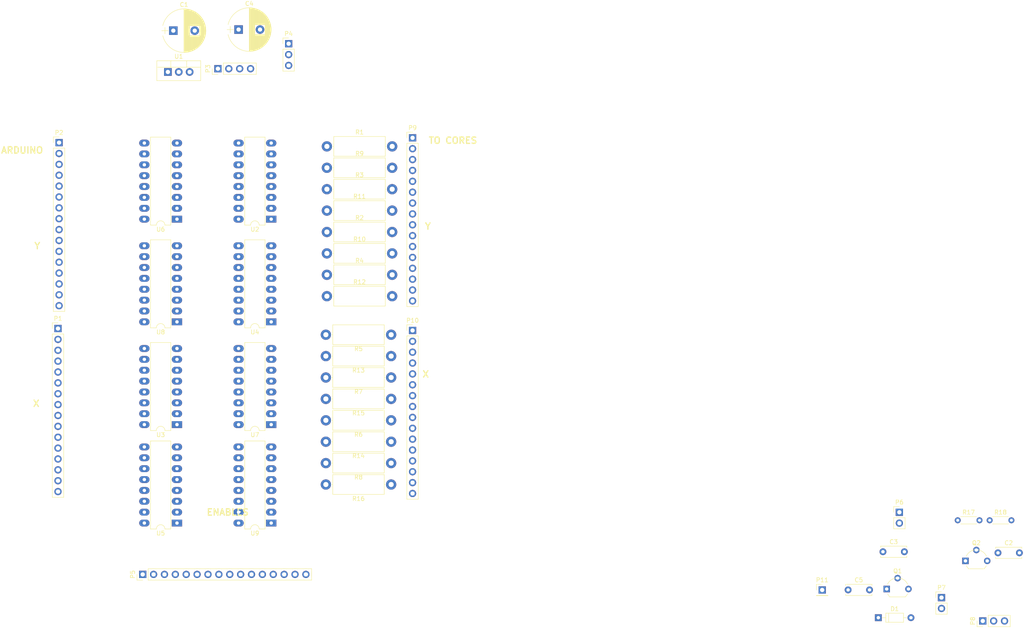
<source format=kicad_pcb>
(kicad_pcb (version 20170123) (host pcbnew "(2017-07-14 revision 22e95aa)-master")

  (general
    (thickness 1.6)
    (drawings 7)
    (tracks 0)
    (zones 0)
    (modules 46)
    (nets 107)
  )

  (page A4)
  (layers
    (0 F.Cu signal)
    (31 B.Cu signal)
    (32 B.Adhes user)
    (33 F.Adhes user)
    (34 B.Paste user)
    (35 F.Paste user)
    (36 B.SilkS user)
    (37 F.SilkS user)
    (38 B.Mask user)
    (39 F.Mask user)
    (40 Dwgs.User user)
    (41 Cmts.User user)
    (42 Eco1.User user)
    (43 Eco2.User user)
    (44 Edge.Cuts user)
    (45 Margin user)
    (46 B.CrtYd user)
    (47 F.CrtYd user)
    (48 B.Fab user)
    (49 F.Fab user)
  )

  (setup
    (last_trace_width 0.4)
    (trace_clearance 0.2)
    (zone_clearance 0.508)
    (zone_45_only no)
    (trace_min 0.2)
    (segment_width 0.2)
    (edge_width 0.15)
    (via_size 0.8)
    (via_drill 0.4)
    (via_min_size 0.4)
    (via_min_drill 0.3)
    (uvia_size 0.3)
    (uvia_drill 0.1)
    (uvias_allowed no)
    (uvia_min_size 0.2)
    (uvia_min_drill 0.1)
    (pcb_text_width 0.3)
    (pcb_text_size 1.5 1.5)
    (mod_edge_width 0.15)
    (mod_text_size 1 1)
    (mod_text_width 0.15)
    (pad_size 1.524 1.524)
    (pad_drill 0.762)
    (pad_to_mask_clearance 0.2)
    (aux_axis_origin 0 0)
    (visible_elements 7FFFF7FF)
    (pcbplotparams
      (layerselection 0x00030_ffffffff)
      (usegerberextensions false)
      (excludeedgelayer true)
      (linewidth 0.100000)
      (plotframeref false)
      (viasonmask false)
      (mode 1)
      (useauxorigin false)
      (hpglpennumber 1)
      (hpglpenspeed 20)
      (hpglpendiameter 15)
      (psnegative false)
      (psa4output false)
      (plotreference true)
      (plotvalue true)
      (plotinvisibletext false)
      (padsonsilk false)
      (subtractmaskfromsilk false)
      (outputformat 1)
      (mirror false)
      (drillshape 1)
      (scaleselection 1)
      (outputdirectory ""))
  )

  (net 0 "")
  (net 1 GND)
  (net 2 /+9V)
  (net 3 +5V)
  (net 4 "Net-(C5-Pad2)")
  (net 5 /LOW_Y0)
  (net 6 /LOW_Y1)
  (net 7 /LOW_Y2)
  (net 8 /LOW_Y3)
  (net 9 /LOW_Y4)
  (net 10 /LOW_Y5)
  (net 11 /LOW_Y6)
  (net 12 /LOW_Y7)
  (net 13 /HI_Y0)
  (net 14 /HI_Y1)
  (net 15 /HI_Y2)
  (net 16 /HI_Y3)
  (net 17 /HI_Y4)
  (net 18 /HI_Y5)
  (net 19 /HI_Y6)
  (net 20 /HI_Y7)
  (net 21 /HI_X7)
  (net 22 /HI_X6)
  (net 23 /HI_X5)
  (net 24 /HI_X4)
  (net 25 /HI_X3)
  (net 26 /HI_X2)
  (net 27 /HI_X1)
  (net 28 /HI_X0)
  (net 29 /LOW_X7)
  (net 30 /LOW_X6)
  (net 31 /LOW_X5)
  (net 32 /LOW_X4)
  (net 33 /LOW_X3)
  (net 34 /LOW_X2)
  (net 35 /LOW_X1)
  (net 36 /LOW_X0)
  (net 37 /LOGIC_PWR)
  (net 38 /EN_Y7)
  (net 39 /EN_Y6)
  (net 40 /EN_Y5)
  (net 41 /EN_Y4)
  (net 42 /EN_Y3)
  (net 43 /EN_Y2)
  (net 44 /EN_Y1)
  (net 45 /EN_Y0)
  (net 46 /EN_X7)
  (net 47 /EN_X6)
  (net 48 /EN_X5)
  (net 49 /EN_X4)
  (net 50 /EN_X3)
  (net 51 /EN_X2)
  (net 52 /EN_X1)
  (net 53 /EN_X0)
  (net 54 "Net-(P6-Pad1)")
  (net 55 "Net-(P6-Pad2)")
  (net 56 "Net-(P8-Pad3)")
  (net 57 "Net-(P8-Pad1)")
  (net 58 /IN_Y0)
  (net 59 /IN_Y1)
  (net 60 /IN_Y2)
  (net 61 /IN_Y3)
  (net 62 /IN_Y4)
  (net 63 /IN_Y5)
  (net 64 /IN_Y6)
  (net 65 /IN_Y7)
  (net 66 /OUT_Y0)
  (net 67 /OUT_Y1)
  (net 68 /OUT_Y2)
  (net 69 /OUT_Y3)
  (net 70 /OUT_Y4)
  (net 71 /OUT_Y5)
  (net 72 /OUT_Y6)
  (net 73 /OUT_Y7)
  (net 74 /OUT_X7)
  (net 75 /OUT_X6)
  (net 76 /OUT_X5)
  (net 77 /OUT_X4)
  (net 78 /OUT_X3)
  (net 79 /OUT_X2)
  (net 80 /OUT_X1)
  (net 81 /OUT_X0)
  (net 82 /IN_X7)
  (net 83 /IN_X6)
  (net 84 /IN_X5)
  (net 85 /IN_X4)
  (net 86 /IN_X3)
  (net 87 /IN_X2)
  (net 88 /IN_X1)
  (net 89 /IN_X0)
  (net 90 "Net-(P11-Pad1)")
  (net 91 "Net-(R1-Pad1)")
  (net 92 "Net-(R2-Pad1)")
  (net 93 "Net-(R3-Pad1)")
  (net 94 "Net-(R4-Pad1)")
  (net 95 "Net-(R5-Pad2)")
  (net 96 "Net-(R6-Pad2)")
  (net 97 "Net-(R7-Pad2)")
  (net 98 "Net-(R8-Pad2)")
  (net 99 "Net-(R9-Pad1)")
  (net 100 "Net-(R10-Pad1)")
  (net 101 "Net-(R11-Pad1)")
  (net 102 "Net-(R12-Pad1)")
  (net 103 "Net-(R13-Pad2)")
  (net 104 "Net-(R14-Pad2)")
  (net 105 "Net-(R15-Pad2)")
  (net 106 "Net-(R16-Pad2)")

  (net_class Default "This is the default net class."
    (clearance 0.2)
    (trace_width 0.4)
    (via_dia 0.8)
    (via_drill 0.4)
    (uvia_dia 0.3)
    (uvia_drill 0.1)
    (add_net /EN_X0)
    (add_net /EN_X1)
    (add_net /EN_X2)
    (add_net /EN_X3)
    (add_net /EN_X4)
    (add_net /EN_X5)
    (add_net /EN_X6)
    (add_net /EN_X7)
    (add_net /EN_Y0)
    (add_net /EN_Y1)
    (add_net /EN_Y2)
    (add_net /EN_Y3)
    (add_net /EN_Y4)
    (add_net /EN_Y5)
    (add_net /EN_Y6)
    (add_net /EN_Y7)
    (add_net /HI_X0)
    (add_net /HI_X1)
    (add_net /HI_X2)
    (add_net /HI_X3)
    (add_net /HI_X4)
    (add_net /HI_X5)
    (add_net /HI_X6)
    (add_net /HI_X7)
    (add_net /HI_Y0)
    (add_net /HI_Y1)
    (add_net /HI_Y2)
    (add_net /HI_Y3)
    (add_net /HI_Y4)
    (add_net /HI_Y5)
    (add_net /HI_Y6)
    (add_net /HI_Y7)
    (add_net /IN_X0)
    (add_net /IN_X1)
    (add_net /IN_X2)
    (add_net /IN_X3)
    (add_net /IN_X4)
    (add_net /IN_X5)
    (add_net /IN_X6)
    (add_net /IN_X7)
    (add_net /IN_Y0)
    (add_net /IN_Y1)
    (add_net /IN_Y2)
    (add_net /IN_Y3)
    (add_net /IN_Y4)
    (add_net /IN_Y5)
    (add_net /IN_Y6)
    (add_net /IN_Y7)
    (add_net /LOGIC_PWR)
    (add_net /LOW_X0)
    (add_net /LOW_X1)
    (add_net /LOW_X2)
    (add_net /LOW_X3)
    (add_net /LOW_X4)
    (add_net /LOW_X5)
    (add_net /LOW_X6)
    (add_net /LOW_X7)
    (add_net /LOW_Y0)
    (add_net /LOW_Y1)
    (add_net /LOW_Y2)
    (add_net /LOW_Y3)
    (add_net /LOW_Y4)
    (add_net /LOW_Y5)
    (add_net /LOW_Y6)
    (add_net /LOW_Y7)
    (add_net /OUT_X0)
    (add_net /OUT_X1)
    (add_net /OUT_X2)
    (add_net /OUT_X3)
    (add_net /OUT_X4)
    (add_net /OUT_X5)
    (add_net /OUT_X6)
    (add_net /OUT_X7)
    (add_net /OUT_Y0)
    (add_net /OUT_Y1)
    (add_net /OUT_Y2)
    (add_net /OUT_Y3)
    (add_net /OUT_Y4)
    (add_net /OUT_Y5)
    (add_net /OUT_Y6)
    (add_net /OUT_Y7)
    (add_net GND)
    (add_net "Net-(C5-Pad2)")
    (add_net "Net-(P11-Pad1)")
    (add_net "Net-(P6-Pad1)")
    (add_net "Net-(P6-Pad2)")
    (add_net "Net-(P8-Pad1)")
    (add_net "Net-(P8-Pad3)")
    (add_net "Net-(R1-Pad1)")
    (add_net "Net-(R10-Pad1)")
    (add_net "Net-(R11-Pad1)")
    (add_net "Net-(R12-Pad1)")
    (add_net "Net-(R13-Pad2)")
    (add_net "Net-(R14-Pad2)")
    (add_net "Net-(R15-Pad2)")
    (add_net "Net-(R16-Pad2)")
    (add_net "Net-(R2-Pad1)")
    (add_net "Net-(R3-Pad1)")
    (add_net "Net-(R4-Pad1)")
    (add_net "Net-(R5-Pad2)")
    (add_net "Net-(R6-Pad2)")
    (add_net "Net-(R7-Pad2)")
    (add_net "Net-(R8-Pad2)")
    (add_net "Net-(R9-Pad1)")
  )

  (net_class power ""
    (clearance 0.2)
    (trace_width 0.5)
    (via_dia 0.8)
    (via_drill 0.4)
    (uvia_dia 0.3)
    (uvia_drill 0.1)
    (add_net +5V)
    (add_net /+9V)
  )

  (module Capacitors_ThroughHole:CP_Radial_D10.0mm_P5.00mm (layer F.Cu) (tedit 5920C255) (tstamp 597550D4)
    (at 152.146 44.958)
    (descr "CP, Radial series, Radial, pin pitch=5.00mm, , diameter=10mm, Electrolytic Capacitor")
    (tags "CP Radial series Radial pin pitch 5.00mm  diameter 10mm Electrolytic Capacitor")
    (path /596B60DD)
    (fp_text reference C1 (at 2.5 -6.06) (layer F.SilkS)
      (effects (font (size 1 1) (thickness 0.15)))
    )
    (fp_text value 10U (at 2.5 6.06) (layer F.Fab)
      (effects (font (size 1 1) (thickness 0.15)))
    )
    (fp_arc (start 2.5 0) (end 7.451333 -1.18) (angle 26.8) (layer F.SilkS) (width 0.12))
    (fp_arc (start 2.5 0) (end -2.451333 1.18) (angle -153.2) (layer F.SilkS) (width 0.12))
    (fp_arc (start 2.5 0) (end -2.451333 -1.18) (angle 153.2) (layer F.SilkS) (width 0.12))
    (fp_circle (center 2.5 0) (end 7.5 0) (layer F.Fab) (width 0.1))
    (fp_line (start 7.85 -5.35) (end -2.85 -5.35) (layer F.CrtYd) (width 0.05))
    (fp_line (start 7.85 5.35) (end 7.85 -5.35) (layer F.CrtYd) (width 0.05))
    (fp_line (start -2.85 5.35) (end 7.85 5.35) (layer F.CrtYd) (width 0.05))
    (fp_line (start -2.85 -5.35) (end -2.85 5.35) (layer F.CrtYd) (width 0.05))
    (fp_line (start -1.95 -0.75) (end -1.95 0.75) (layer F.SilkS) (width 0.12))
    (fp_line (start -2.7 0) (end -1.2 0) (layer F.SilkS) (width 0.12))
    (fp_line (start 7.581 -0.279) (end 7.581 0.279) (layer F.SilkS) (width 0.12))
    (fp_line (start 7.541 -0.672) (end 7.541 0.672) (layer F.SilkS) (width 0.12))
    (fp_line (start 7.501 -0.913) (end 7.501 0.913) (layer F.SilkS) (width 0.12))
    (fp_line (start 7.461 -1.104) (end 7.461 1.104) (layer F.SilkS) (width 0.12))
    (fp_line (start 7.421 -1.265) (end 7.421 1.265) (layer F.SilkS) (width 0.12))
    (fp_line (start 7.381 -1.407) (end 7.381 1.407) (layer F.SilkS) (width 0.12))
    (fp_line (start 7.341 -1.536) (end 7.341 1.536) (layer F.SilkS) (width 0.12))
    (fp_line (start 7.301 -1.654) (end 7.301 1.654) (layer F.SilkS) (width 0.12))
    (fp_line (start 7.261 -1.763) (end 7.261 1.763) (layer F.SilkS) (width 0.12))
    (fp_line (start 7.221 -1.866) (end 7.221 1.866) (layer F.SilkS) (width 0.12))
    (fp_line (start 7.181 -1.962) (end 7.181 1.962) (layer F.SilkS) (width 0.12))
    (fp_line (start 7.141 -2.053) (end 7.141 2.053) (layer F.SilkS) (width 0.12))
    (fp_line (start 7.101 -2.14) (end 7.101 2.14) (layer F.SilkS) (width 0.12))
    (fp_line (start 7.061 -2.222) (end 7.061 2.222) (layer F.SilkS) (width 0.12))
    (fp_line (start 7.021 -2.301) (end 7.021 2.301) (layer F.SilkS) (width 0.12))
    (fp_line (start 6.981 -2.377) (end 6.981 2.377) (layer F.SilkS) (width 0.12))
    (fp_line (start 6.941 -2.449) (end 6.941 2.449) (layer F.SilkS) (width 0.12))
    (fp_line (start 6.901 -2.519) (end 6.901 2.519) (layer F.SilkS) (width 0.12))
    (fp_line (start 6.861 -2.587) (end 6.861 2.587) (layer F.SilkS) (width 0.12))
    (fp_line (start 6.821 -2.652) (end 6.821 2.652) (layer F.SilkS) (width 0.12))
    (fp_line (start 6.781 -2.715) (end 6.781 2.715) (layer F.SilkS) (width 0.12))
    (fp_line (start 6.741 -2.777) (end 6.741 2.777) (layer F.SilkS) (width 0.12))
    (fp_line (start 6.701 -2.836) (end 6.701 2.836) (layer F.SilkS) (width 0.12))
    (fp_line (start 6.661 -2.894) (end 6.661 2.894) (layer F.SilkS) (width 0.12))
    (fp_line (start 6.621 -2.949) (end 6.621 2.949) (layer F.SilkS) (width 0.12))
    (fp_line (start 6.581 -3.004) (end 6.581 3.004) (layer F.SilkS) (width 0.12))
    (fp_line (start 6.541 -3.057) (end 6.541 3.057) (layer F.SilkS) (width 0.12))
    (fp_line (start 6.501 -3.108) (end 6.501 3.108) (layer F.SilkS) (width 0.12))
    (fp_line (start 6.461 -3.158) (end 6.461 3.158) (layer F.SilkS) (width 0.12))
    (fp_line (start 6.421 -3.207) (end 6.421 3.207) (layer F.SilkS) (width 0.12))
    (fp_line (start 6.381 -3.255) (end 6.381 3.255) (layer F.SilkS) (width 0.12))
    (fp_line (start 6.341 -3.302) (end 6.341 3.302) (layer F.SilkS) (width 0.12))
    (fp_line (start 6.301 -3.347) (end 6.301 3.347) (layer F.SilkS) (width 0.12))
    (fp_line (start 6.261 -3.391) (end 6.261 3.391) (layer F.SilkS) (width 0.12))
    (fp_line (start 6.221 -3.435) (end 6.221 3.435) (layer F.SilkS) (width 0.12))
    (fp_line (start 6.181 -3.477) (end 6.181 3.477) (layer F.SilkS) (width 0.12))
    (fp_line (start 6.141 1.181) (end 6.141 3.518) (layer F.SilkS) (width 0.12))
    (fp_line (start 6.141 -3.518) (end 6.141 -1.181) (layer F.SilkS) (width 0.12))
    (fp_line (start 6.101 1.181) (end 6.101 3.559) (layer F.SilkS) (width 0.12))
    (fp_line (start 6.101 -3.559) (end 6.101 -1.181) (layer F.SilkS) (width 0.12))
    (fp_line (start 6.061 1.181) (end 6.061 3.598) (layer F.SilkS) (width 0.12))
    (fp_line (start 6.061 -3.598) (end 6.061 -1.181) (layer F.SilkS) (width 0.12))
    (fp_line (start 6.021 1.181) (end 6.021 3.637) (layer F.SilkS) (width 0.12))
    (fp_line (start 6.021 -3.637) (end 6.021 -1.181) (layer F.SilkS) (width 0.12))
    (fp_line (start 5.981 1.181) (end 5.981 3.675) (layer F.SilkS) (width 0.12))
    (fp_line (start 5.981 -3.675) (end 5.981 -1.181) (layer F.SilkS) (width 0.12))
    (fp_line (start 5.941 1.181) (end 5.941 3.712) (layer F.SilkS) (width 0.12))
    (fp_line (start 5.941 -3.712) (end 5.941 -1.181) (layer F.SilkS) (width 0.12))
    (fp_line (start 5.901 1.181) (end 5.901 3.748) (layer F.SilkS) (width 0.12))
    (fp_line (start 5.901 -3.748) (end 5.901 -1.181) (layer F.SilkS) (width 0.12))
    (fp_line (start 5.861 1.181) (end 5.861 3.784) (layer F.SilkS) (width 0.12))
    (fp_line (start 5.861 -3.784) (end 5.861 -1.181) (layer F.SilkS) (width 0.12))
    (fp_line (start 5.821 1.181) (end 5.821 3.819) (layer F.SilkS) (width 0.12))
    (fp_line (start 5.821 -3.819) (end 5.821 -1.181) (layer F.SilkS) (width 0.12))
    (fp_line (start 5.781 1.181) (end 5.781 3.853) (layer F.SilkS) (width 0.12))
    (fp_line (start 5.781 -3.853) (end 5.781 -1.181) (layer F.SilkS) (width 0.12))
    (fp_line (start 5.741 1.181) (end 5.741 3.886) (layer F.SilkS) (width 0.12))
    (fp_line (start 5.741 -3.886) (end 5.741 -1.181) (layer F.SilkS) (width 0.12))
    (fp_line (start 5.701 1.181) (end 5.701 3.919) (layer F.SilkS) (width 0.12))
    (fp_line (start 5.701 -3.919) (end 5.701 -1.181) (layer F.SilkS) (width 0.12))
    (fp_line (start 5.661 1.181) (end 5.661 3.951) (layer F.SilkS) (width 0.12))
    (fp_line (start 5.661 -3.951) (end 5.661 -1.181) (layer F.SilkS) (width 0.12))
    (fp_line (start 5.621 1.181) (end 5.621 3.982) (layer F.SilkS) (width 0.12))
    (fp_line (start 5.621 -3.982) (end 5.621 -1.181) (layer F.SilkS) (width 0.12))
    (fp_line (start 5.581 1.181) (end 5.581 4.013) (layer F.SilkS) (width 0.12))
    (fp_line (start 5.581 -4.013) (end 5.581 -1.181) (layer F.SilkS) (width 0.12))
    (fp_line (start 5.541 1.181) (end 5.541 4.043) (layer F.SilkS) (width 0.12))
    (fp_line (start 5.541 -4.043) (end 5.541 -1.181) (layer F.SilkS) (width 0.12))
    (fp_line (start 5.501 1.181) (end 5.501 4.072) (layer F.SilkS) (width 0.12))
    (fp_line (start 5.501 -4.072) (end 5.501 -1.181) (layer F.SilkS) (width 0.12))
    (fp_line (start 5.461 1.181) (end 5.461 4.101) (layer F.SilkS) (width 0.12))
    (fp_line (start 5.461 -4.101) (end 5.461 -1.181) (layer F.SilkS) (width 0.12))
    (fp_line (start 5.421 1.181) (end 5.421 4.13) (layer F.SilkS) (width 0.12))
    (fp_line (start 5.421 -4.13) (end 5.421 -1.181) (layer F.SilkS) (width 0.12))
    (fp_line (start 5.381 1.181) (end 5.381 4.157) (layer F.SilkS) (width 0.12))
    (fp_line (start 5.381 -4.157) (end 5.381 -1.181) (layer F.SilkS) (width 0.12))
    (fp_line (start 5.341 1.181) (end 5.341 4.185) (layer F.SilkS) (width 0.12))
    (fp_line (start 5.341 -4.185) (end 5.341 -1.181) (layer F.SilkS) (width 0.12))
    (fp_line (start 5.301 1.181) (end 5.301 4.211) (layer F.SilkS) (width 0.12))
    (fp_line (start 5.301 -4.211) (end 5.301 -1.181) (layer F.SilkS) (width 0.12))
    (fp_line (start 5.261 1.181) (end 5.261 4.237) (layer F.SilkS) (width 0.12))
    (fp_line (start 5.261 -4.237) (end 5.261 -1.181) (layer F.SilkS) (width 0.12))
    (fp_line (start 5.221 1.181) (end 5.221 4.263) (layer F.SilkS) (width 0.12))
    (fp_line (start 5.221 -4.263) (end 5.221 -1.181) (layer F.SilkS) (width 0.12))
    (fp_line (start 5.181 1.181) (end 5.181 4.288) (layer F.SilkS) (width 0.12))
    (fp_line (start 5.181 -4.288) (end 5.181 -1.181) (layer F.SilkS) (width 0.12))
    (fp_line (start 5.141 1.181) (end 5.141 4.312) (layer F.SilkS) (width 0.12))
    (fp_line (start 5.141 -4.312) (end 5.141 -1.181) (layer F.SilkS) (width 0.12))
    (fp_line (start 5.101 1.181) (end 5.101 4.336) (layer F.SilkS) (width 0.12))
    (fp_line (start 5.101 -4.336) (end 5.101 -1.181) (layer F.SilkS) (width 0.12))
    (fp_line (start 5.061 1.181) (end 5.061 4.36) (layer F.SilkS) (width 0.12))
    (fp_line (start 5.061 -4.36) (end 5.061 -1.181) (layer F.SilkS) (width 0.12))
    (fp_line (start 5.021 1.181) (end 5.021 4.383) (layer F.SilkS) (width 0.12))
    (fp_line (start 5.021 -4.383) (end 5.021 -1.181) (layer F.SilkS) (width 0.12))
    (fp_line (start 4.981 1.181) (end 4.981 4.405) (layer F.SilkS) (width 0.12))
    (fp_line (start 4.981 -4.405) (end 4.981 -1.181) (layer F.SilkS) (width 0.12))
    (fp_line (start 4.941 1.181) (end 4.941 4.428) (layer F.SilkS) (width 0.12))
    (fp_line (start 4.941 -4.428) (end 4.941 -1.181) (layer F.SilkS) (width 0.12))
    (fp_line (start 4.901 1.181) (end 4.901 4.449) (layer F.SilkS) (width 0.12))
    (fp_line (start 4.901 -4.449) (end 4.901 -1.181) (layer F.SilkS) (width 0.12))
    (fp_line (start 4.861 1.181) (end 4.861 4.47) (layer F.SilkS) (width 0.12))
    (fp_line (start 4.861 -4.47) (end 4.861 -1.181) (layer F.SilkS) (width 0.12))
    (fp_line (start 4.821 1.181) (end 4.821 4.491) (layer F.SilkS) (width 0.12))
    (fp_line (start 4.821 -4.491) (end 4.821 -1.181) (layer F.SilkS) (width 0.12))
    (fp_line (start 4.781 1.181) (end 4.781 4.511) (layer F.SilkS) (width 0.12))
    (fp_line (start 4.781 -4.511) (end 4.781 -1.181) (layer F.SilkS) (width 0.12))
    (fp_line (start 4.741 1.181) (end 4.741 4.531) (layer F.SilkS) (width 0.12))
    (fp_line (start 4.741 -4.531) (end 4.741 -1.181) (layer F.SilkS) (width 0.12))
    (fp_line (start 4.701 1.181) (end 4.701 4.55) (layer F.SilkS) (width 0.12))
    (fp_line (start 4.701 -4.55) (end 4.701 -1.181) (layer F.SilkS) (width 0.12))
    (fp_line (start 4.661 1.181) (end 4.661 4.569) (layer F.SilkS) (width 0.12))
    (fp_line (start 4.661 -4.569) (end 4.661 -1.181) (layer F.SilkS) (width 0.12))
    (fp_line (start 4.621 1.181) (end 4.621 4.588) (layer F.SilkS) (width 0.12))
    (fp_line (start 4.621 -4.588) (end 4.621 -1.181) (layer F.SilkS) (width 0.12))
    (fp_line (start 4.581 1.181) (end 4.581 4.606) (layer F.SilkS) (width 0.12))
    (fp_line (start 4.581 -4.606) (end 4.581 -1.181) (layer F.SilkS) (width 0.12))
    (fp_line (start 4.541 1.181) (end 4.541 4.624) (layer F.SilkS) (width 0.12))
    (fp_line (start 4.541 -4.624) (end 4.541 -1.181) (layer F.SilkS) (width 0.12))
    (fp_line (start 4.501 1.181) (end 4.501 4.641) (layer F.SilkS) (width 0.12))
    (fp_line (start 4.501 -4.641) (end 4.501 -1.181) (layer F.SilkS) (width 0.12))
    (fp_line (start 4.461 1.181) (end 4.461 4.658) (layer F.SilkS) (width 0.12))
    (fp_line (start 4.461 -4.658) (end 4.461 -1.181) (layer F.SilkS) (width 0.12))
    (fp_line (start 4.421 1.181) (end 4.421 4.674) (layer F.SilkS) (width 0.12))
    (fp_line (start 4.421 -4.674) (end 4.421 -1.181) (layer F.SilkS) (width 0.12))
    (fp_line (start 4.381 1.181) (end 4.381 4.691) (layer F.SilkS) (width 0.12))
    (fp_line (start 4.381 -4.691) (end 4.381 -1.181) (layer F.SilkS) (width 0.12))
    (fp_line (start 4.341 1.181) (end 4.341 4.706) (layer F.SilkS) (width 0.12))
    (fp_line (start 4.341 -4.706) (end 4.341 -1.181) (layer F.SilkS) (width 0.12))
    (fp_line (start 4.301 1.181) (end 4.301 4.722) (layer F.SilkS) (width 0.12))
    (fp_line (start 4.301 -4.722) (end 4.301 -1.181) (layer F.SilkS) (width 0.12))
    (fp_line (start 4.261 1.181) (end 4.261 4.737) (layer F.SilkS) (width 0.12))
    (fp_line (start 4.261 -4.737) (end 4.261 -1.181) (layer F.SilkS) (width 0.12))
    (fp_line (start 4.221 1.181) (end 4.221 4.751) (layer F.SilkS) (width 0.12))
    (fp_line (start 4.221 -4.751) (end 4.221 -1.181) (layer F.SilkS) (width 0.12))
    (fp_line (start 4.181 1.181) (end 4.181 4.765) (layer F.SilkS) (width 0.12))
    (fp_line (start 4.181 -4.765) (end 4.181 -1.181) (layer F.SilkS) (width 0.12))
    (fp_line (start 4.141 1.181) (end 4.141 4.779) (layer F.SilkS) (width 0.12))
    (fp_line (start 4.141 -4.779) (end 4.141 -1.181) (layer F.SilkS) (width 0.12))
    (fp_line (start 4.101 1.181) (end 4.101 4.792) (layer F.SilkS) (width 0.12))
    (fp_line (start 4.101 -4.792) (end 4.101 -1.181) (layer F.SilkS) (width 0.12))
    (fp_line (start 4.061 1.181) (end 4.061 4.806) (layer F.SilkS) (width 0.12))
    (fp_line (start 4.061 -4.806) (end 4.061 -1.181) (layer F.SilkS) (width 0.12))
    (fp_line (start 4.021 1.181) (end 4.021 4.818) (layer F.SilkS) (width 0.12))
    (fp_line (start 4.021 -4.818) (end 4.021 -1.181) (layer F.SilkS) (width 0.12))
    (fp_line (start 3.981 1.181) (end 3.981 4.831) (layer F.SilkS) (width 0.12))
    (fp_line (start 3.981 -4.831) (end 3.981 -1.181) (layer F.SilkS) (width 0.12))
    (fp_line (start 3.941 1.181) (end 3.941 4.843) (layer F.SilkS) (width 0.12))
    (fp_line (start 3.941 -4.843) (end 3.941 -1.181) (layer F.SilkS) (width 0.12))
    (fp_line (start 3.901 1.181) (end 3.901 4.854) (layer F.SilkS) (width 0.12))
    (fp_line (start 3.901 -4.854) (end 3.901 -1.181) (layer F.SilkS) (width 0.12))
    (fp_line (start 3.861 1.181) (end 3.861 4.865) (layer F.SilkS) (width 0.12))
    (fp_line (start 3.861 -4.865) (end 3.861 -1.181) (layer F.SilkS) (width 0.12))
    (fp_line (start 3.821 1.181) (end 3.821 4.876) (layer F.SilkS) (width 0.12))
    (fp_line (start 3.821 -4.876) (end 3.821 -1.181) (layer F.SilkS) (width 0.12))
    (fp_line (start 3.781 -4.887) (end 3.781 4.887) (layer F.SilkS) (width 0.12))
    (fp_line (start 3.741 -4.897) (end 3.741 4.897) (layer F.SilkS) (width 0.12))
    (fp_line (start 3.701 -4.907) (end 3.701 4.907) (layer F.SilkS) (width 0.12))
    (fp_line (start 3.661 -4.917) (end 3.661 4.917) (layer F.SilkS) (width 0.12))
    (fp_line (start 3.621 -4.926) (end 3.621 4.926) (layer F.SilkS) (width 0.12))
    (fp_line (start 3.581 -4.935) (end 3.581 4.935) (layer F.SilkS) (width 0.12))
    (fp_line (start 3.541 -4.943) (end 3.541 4.943) (layer F.SilkS) (width 0.12))
    (fp_line (start 3.501 -4.951) (end 3.501 4.951) (layer F.SilkS) (width 0.12))
    (fp_line (start 3.461 -4.959) (end 3.461 4.959) (layer F.SilkS) (width 0.12))
    (fp_line (start 3.421 -4.967) (end 3.421 4.967) (layer F.SilkS) (width 0.12))
    (fp_line (start 3.381 -4.974) (end 3.381 4.974) (layer F.SilkS) (width 0.12))
    (fp_line (start 3.341 -4.981) (end 3.341 4.981) (layer F.SilkS) (width 0.12))
    (fp_line (start 3.301 -4.987) (end 3.301 4.987) (layer F.SilkS) (width 0.12))
    (fp_line (start 3.261 -4.993) (end 3.261 4.993) (layer F.SilkS) (width 0.12))
    (fp_line (start 3.221 -4.999) (end 3.221 4.999) (layer F.SilkS) (width 0.12))
    (fp_line (start 3.18 -5.005) (end 3.18 5.005) (layer F.SilkS) (width 0.12))
    (fp_line (start 3.14 -5.01) (end 3.14 5.01) (layer F.SilkS) (width 0.12))
    (fp_line (start 3.1 -5.015) (end 3.1 5.015) (layer F.SilkS) (width 0.12))
    (fp_line (start 3.06 -5.02) (end 3.06 5.02) (layer F.SilkS) (width 0.12))
    (fp_line (start 3.02 -5.024) (end 3.02 5.024) (layer F.SilkS) (width 0.12))
    (fp_line (start 2.98 -5.028) (end 2.98 5.028) (layer F.SilkS) (width 0.12))
    (fp_line (start 2.94 -5.031) (end 2.94 5.031) (layer F.SilkS) (width 0.12))
    (fp_line (start 2.9 -5.035) (end 2.9 5.035) (layer F.SilkS) (width 0.12))
    (fp_line (start 2.86 -5.038) (end 2.86 5.038) (layer F.SilkS) (width 0.12))
    (fp_line (start 2.82 -5.04) (end 2.82 5.04) (layer F.SilkS) (width 0.12))
    (fp_line (start 2.78 -5.043) (end 2.78 5.043) (layer F.SilkS) (width 0.12))
    (fp_line (start 2.74 -5.045) (end 2.74 5.045) (layer F.SilkS) (width 0.12))
    (fp_line (start 2.7 -5.047) (end 2.7 5.047) (layer F.SilkS) (width 0.12))
    (fp_line (start 2.66 -5.048) (end 2.66 5.048) (layer F.SilkS) (width 0.12))
    (fp_line (start 2.62 -5.049) (end 2.62 5.049) (layer F.SilkS) (width 0.12))
    (fp_line (start 2.58 -5.05) (end 2.58 5.05) (layer F.SilkS) (width 0.12))
    (fp_line (start 2.54 -5.05) (end 2.54 5.05) (layer F.SilkS) (width 0.12))
    (fp_line (start 2.5 -5.05) (end 2.5 5.05) (layer F.SilkS) (width 0.12))
    (fp_line (start -1.95 -0.75) (end -1.95 0.75) (layer F.Fab) (width 0.1))
    (fp_line (start -2.7 0) (end -1.2 0) (layer F.Fab) (width 0.1))
    (fp_text user %R (at 2.4 0) (layer F.Fab)
      (effects (font (size 1 1) (thickness 0.15)))
    )
    (pad 2 thru_hole circle (at 5 0) (size 2 2) (drill 1) (layers *.Cu *.Mask)
      (net 1 GND))
    (pad 1 thru_hole rect (at 0 0) (size 2 2) (drill 1) (layers *.Cu *.Mask)
      (net 2 /+9V))
    (model ${KISYS3DMOD}/Capacitors_THT.3dshapes/CP_Radial_D10.0mm_P5.00mm.wrl
      (at (xyz 0 0 0))
      (scale (xyz 1 1 1))
      (rotate (xyz 0 0 0))
    )
  )

  (module Capacitors_ThroughHole:C_Disc_D6.0mm_W2.5mm_P5.00mm (layer F.Cu) (tedit 5920C254) (tstamp 597550E9)
    (at 344.673001 166.9635)
    (descr "C, Disc series, Radial, pin pitch=5.00mm, , diameter*width=6*2.5mm^2, Capacitor, http://cdn-reichelt.de/documents/datenblatt/B300/DS_KERKO_TC.pdf")
    (tags "C Disc series Radial pin pitch 5.00mm  diameter 6mm width 2.5mm Capacitor")
    (path /596B61A5)
    (fp_text reference C2 (at 2.5 -2.31) (layer F.SilkS)
      (effects (font (size 1 1) (thickness 0.15)))
    )
    (fp_text value 100N (at 2.5 2.31) (layer F.Fab)
      (effects (font (size 1 1) (thickness 0.15)))
    )
    (fp_line (start 6.05 -1.6) (end -1.05 -1.6) (layer F.CrtYd) (width 0.05))
    (fp_line (start 6.05 1.6) (end 6.05 -1.6) (layer F.CrtYd) (width 0.05))
    (fp_line (start -1.05 1.6) (end 6.05 1.6) (layer F.CrtYd) (width 0.05))
    (fp_line (start -1.05 -1.6) (end -1.05 1.6) (layer F.CrtYd) (width 0.05))
    (fp_line (start 5.56 0.996) (end 5.56 1.31) (layer F.SilkS) (width 0.12))
    (fp_line (start 5.56 -1.31) (end 5.56 -0.996) (layer F.SilkS) (width 0.12))
    (fp_line (start -0.56 0.996) (end -0.56 1.31) (layer F.SilkS) (width 0.12))
    (fp_line (start -0.56 -1.31) (end -0.56 -0.996) (layer F.SilkS) (width 0.12))
    (fp_line (start -0.56 1.31) (end 5.56 1.31) (layer F.SilkS) (width 0.12))
    (fp_line (start -0.56 -1.31) (end 5.56 -1.31) (layer F.SilkS) (width 0.12))
    (fp_line (start 5.5 -1.25) (end -0.5 -1.25) (layer F.Fab) (width 0.1))
    (fp_line (start 5.5 1.25) (end 5.5 -1.25) (layer F.Fab) (width 0.1))
    (fp_line (start -0.5 1.25) (end 5.5 1.25) (layer F.Fab) (width 0.1))
    (fp_line (start -0.5 -1.25) (end -0.5 1.25) (layer F.Fab) (width 0.1))
    (fp_text user %R (at 2.5 0) (layer F.Fab)
      (effects (font (size 1 1) (thickness 0.15)))
    )
    (pad 2 thru_hole circle (at 5 0) (size 1.6 1.6) (drill 0.8) (layers *.Cu *.Mask)
      (net 1 GND))
    (pad 1 thru_hole circle (at 0 0) (size 1.6 1.6) (drill 0.8) (layers *.Cu *.Mask)
      (net 2 /+9V))
    (model ${KISYS3DMOD}/Capacitors_THT.3dshapes/C_Disc_D6.0mm_W2.5mm_P5.00mm.wrl
      (at (xyz 0 0 0))
      (scale (xyz 0.393701 0.393701 0.393701))
      (rotate (xyz 0 0 0))
    )
  )

  (module Capacitors_ThroughHole:C_Disc_D6.0mm_W2.5mm_P5.00mm (layer F.Cu) (tedit 5920C254) (tstamp 597550FE)
    (at 317.819001 166.7095)
    (descr "C, Disc series, Radial, pin pitch=5.00mm, , diameter*width=6*2.5mm^2, Capacitor, http://cdn-reichelt.de/documents/datenblatt/B300/DS_KERKO_TC.pdf")
    (tags "C Disc series Radial pin pitch 5.00mm  diameter 6mm width 2.5mm Capacitor")
    (path /596B61F6)
    (fp_text reference C3 (at 2.5 -2.31) (layer F.SilkS)
      (effects (font (size 1 1) (thickness 0.15)))
    )
    (fp_text value 100N (at 2.5 2.31) (layer F.Fab)
      (effects (font (size 1 1) (thickness 0.15)))
    )
    (fp_text user %R (at 2.5 0) (layer F.Fab)
      (effects (font (size 1 1) (thickness 0.15)))
    )
    (fp_line (start -0.5 -1.25) (end -0.5 1.25) (layer F.Fab) (width 0.1))
    (fp_line (start -0.5 1.25) (end 5.5 1.25) (layer F.Fab) (width 0.1))
    (fp_line (start 5.5 1.25) (end 5.5 -1.25) (layer F.Fab) (width 0.1))
    (fp_line (start 5.5 -1.25) (end -0.5 -1.25) (layer F.Fab) (width 0.1))
    (fp_line (start -0.56 -1.31) (end 5.56 -1.31) (layer F.SilkS) (width 0.12))
    (fp_line (start -0.56 1.31) (end 5.56 1.31) (layer F.SilkS) (width 0.12))
    (fp_line (start -0.56 -1.31) (end -0.56 -0.996) (layer F.SilkS) (width 0.12))
    (fp_line (start -0.56 0.996) (end -0.56 1.31) (layer F.SilkS) (width 0.12))
    (fp_line (start 5.56 -1.31) (end 5.56 -0.996) (layer F.SilkS) (width 0.12))
    (fp_line (start 5.56 0.996) (end 5.56 1.31) (layer F.SilkS) (width 0.12))
    (fp_line (start -1.05 -1.6) (end -1.05 1.6) (layer F.CrtYd) (width 0.05))
    (fp_line (start -1.05 1.6) (end 6.05 1.6) (layer F.CrtYd) (width 0.05))
    (fp_line (start 6.05 1.6) (end 6.05 -1.6) (layer F.CrtYd) (width 0.05))
    (fp_line (start 6.05 -1.6) (end -1.05 -1.6) (layer F.CrtYd) (width 0.05))
    (pad 1 thru_hole circle (at 0 0) (size 1.6 1.6) (drill 0.8) (layers *.Cu *.Mask)
      (net 3 +5V))
    (pad 2 thru_hole circle (at 5 0) (size 1.6 1.6) (drill 0.8) (layers *.Cu *.Mask)
      (net 1 GND))
    (model ${KISYS3DMOD}/Capacitors_THT.3dshapes/C_Disc_D6.0mm_W2.5mm_P5.00mm.wrl
      (at (xyz 0 0 0))
      (scale (xyz 0.393701 0.393701 0.393701))
      (rotate (xyz 0 0 0))
    )
  )

  (module Capacitors_ThroughHole:CP_Radial_D10.0mm_P5.00mm (layer F.Cu) (tedit 5920C255) (tstamp 597551CC)
    (at 167.386 44.704)
    (descr "CP, Radial series, Radial, pin pitch=5.00mm, , diameter=10mm, Electrolytic Capacitor")
    (tags "CP Radial series Radial pin pitch 5.00mm  diameter 10mm Electrolytic Capacitor")
    (path /596B6157)
    (fp_text reference C4 (at 2.5 -6.06) (layer F.SilkS)
      (effects (font (size 1 1) (thickness 0.15)))
    )
    (fp_text value 10U (at 2.5 6.06) (layer F.Fab)
      (effects (font (size 1 1) (thickness 0.15)))
    )
    (fp_text user %R (at 2.4 0) (layer F.Fab)
      (effects (font (size 1 1) (thickness 0.15)))
    )
    (fp_line (start -2.7 0) (end -1.2 0) (layer F.Fab) (width 0.1))
    (fp_line (start -1.95 -0.75) (end -1.95 0.75) (layer F.Fab) (width 0.1))
    (fp_line (start 2.5 -5.05) (end 2.5 5.05) (layer F.SilkS) (width 0.12))
    (fp_line (start 2.54 -5.05) (end 2.54 5.05) (layer F.SilkS) (width 0.12))
    (fp_line (start 2.58 -5.05) (end 2.58 5.05) (layer F.SilkS) (width 0.12))
    (fp_line (start 2.62 -5.049) (end 2.62 5.049) (layer F.SilkS) (width 0.12))
    (fp_line (start 2.66 -5.048) (end 2.66 5.048) (layer F.SilkS) (width 0.12))
    (fp_line (start 2.7 -5.047) (end 2.7 5.047) (layer F.SilkS) (width 0.12))
    (fp_line (start 2.74 -5.045) (end 2.74 5.045) (layer F.SilkS) (width 0.12))
    (fp_line (start 2.78 -5.043) (end 2.78 5.043) (layer F.SilkS) (width 0.12))
    (fp_line (start 2.82 -5.04) (end 2.82 5.04) (layer F.SilkS) (width 0.12))
    (fp_line (start 2.86 -5.038) (end 2.86 5.038) (layer F.SilkS) (width 0.12))
    (fp_line (start 2.9 -5.035) (end 2.9 5.035) (layer F.SilkS) (width 0.12))
    (fp_line (start 2.94 -5.031) (end 2.94 5.031) (layer F.SilkS) (width 0.12))
    (fp_line (start 2.98 -5.028) (end 2.98 5.028) (layer F.SilkS) (width 0.12))
    (fp_line (start 3.02 -5.024) (end 3.02 5.024) (layer F.SilkS) (width 0.12))
    (fp_line (start 3.06 -5.02) (end 3.06 5.02) (layer F.SilkS) (width 0.12))
    (fp_line (start 3.1 -5.015) (end 3.1 5.015) (layer F.SilkS) (width 0.12))
    (fp_line (start 3.14 -5.01) (end 3.14 5.01) (layer F.SilkS) (width 0.12))
    (fp_line (start 3.18 -5.005) (end 3.18 5.005) (layer F.SilkS) (width 0.12))
    (fp_line (start 3.221 -4.999) (end 3.221 4.999) (layer F.SilkS) (width 0.12))
    (fp_line (start 3.261 -4.993) (end 3.261 4.993) (layer F.SilkS) (width 0.12))
    (fp_line (start 3.301 -4.987) (end 3.301 4.987) (layer F.SilkS) (width 0.12))
    (fp_line (start 3.341 -4.981) (end 3.341 4.981) (layer F.SilkS) (width 0.12))
    (fp_line (start 3.381 -4.974) (end 3.381 4.974) (layer F.SilkS) (width 0.12))
    (fp_line (start 3.421 -4.967) (end 3.421 4.967) (layer F.SilkS) (width 0.12))
    (fp_line (start 3.461 -4.959) (end 3.461 4.959) (layer F.SilkS) (width 0.12))
    (fp_line (start 3.501 -4.951) (end 3.501 4.951) (layer F.SilkS) (width 0.12))
    (fp_line (start 3.541 -4.943) (end 3.541 4.943) (layer F.SilkS) (width 0.12))
    (fp_line (start 3.581 -4.935) (end 3.581 4.935) (layer F.SilkS) (width 0.12))
    (fp_line (start 3.621 -4.926) (end 3.621 4.926) (layer F.SilkS) (width 0.12))
    (fp_line (start 3.661 -4.917) (end 3.661 4.917) (layer F.SilkS) (width 0.12))
    (fp_line (start 3.701 -4.907) (end 3.701 4.907) (layer F.SilkS) (width 0.12))
    (fp_line (start 3.741 -4.897) (end 3.741 4.897) (layer F.SilkS) (width 0.12))
    (fp_line (start 3.781 -4.887) (end 3.781 4.887) (layer F.SilkS) (width 0.12))
    (fp_line (start 3.821 -4.876) (end 3.821 -1.181) (layer F.SilkS) (width 0.12))
    (fp_line (start 3.821 1.181) (end 3.821 4.876) (layer F.SilkS) (width 0.12))
    (fp_line (start 3.861 -4.865) (end 3.861 -1.181) (layer F.SilkS) (width 0.12))
    (fp_line (start 3.861 1.181) (end 3.861 4.865) (layer F.SilkS) (width 0.12))
    (fp_line (start 3.901 -4.854) (end 3.901 -1.181) (layer F.SilkS) (width 0.12))
    (fp_line (start 3.901 1.181) (end 3.901 4.854) (layer F.SilkS) (width 0.12))
    (fp_line (start 3.941 -4.843) (end 3.941 -1.181) (layer F.SilkS) (width 0.12))
    (fp_line (start 3.941 1.181) (end 3.941 4.843) (layer F.SilkS) (width 0.12))
    (fp_line (start 3.981 -4.831) (end 3.981 -1.181) (layer F.SilkS) (width 0.12))
    (fp_line (start 3.981 1.181) (end 3.981 4.831) (layer F.SilkS) (width 0.12))
    (fp_line (start 4.021 -4.818) (end 4.021 -1.181) (layer F.SilkS) (width 0.12))
    (fp_line (start 4.021 1.181) (end 4.021 4.818) (layer F.SilkS) (width 0.12))
    (fp_line (start 4.061 -4.806) (end 4.061 -1.181) (layer F.SilkS) (width 0.12))
    (fp_line (start 4.061 1.181) (end 4.061 4.806) (layer F.SilkS) (width 0.12))
    (fp_line (start 4.101 -4.792) (end 4.101 -1.181) (layer F.SilkS) (width 0.12))
    (fp_line (start 4.101 1.181) (end 4.101 4.792) (layer F.SilkS) (width 0.12))
    (fp_line (start 4.141 -4.779) (end 4.141 -1.181) (layer F.SilkS) (width 0.12))
    (fp_line (start 4.141 1.181) (end 4.141 4.779) (layer F.SilkS) (width 0.12))
    (fp_line (start 4.181 -4.765) (end 4.181 -1.181) (layer F.SilkS) (width 0.12))
    (fp_line (start 4.181 1.181) (end 4.181 4.765) (layer F.SilkS) (width 0.12))
    (fp_line (start 4.221 -4.751) (end 4.221 -1.181) (layer F.SilkS) (width 0.12))
    (fp_line (start 4.221 1.181) (end 4.221 4.751) (layer F.SilkS) (width 0.12))
    (fp_line (start 4.261 -4.737) (end 4.261 -1.181) (layer F.SilkS) (width 0.12))
    (fp_line (start 4.261 1.181) (end 4.261 4.737) (layer F.SilkS) (width 0.12))
    (fp_line (start 4.301 -4.722) (end 4.301 -1.181) (layer F.SilkS) (width 0.12))
    (fp_line (start 4.301 1.181) (end 4.301 4.722) (layer F.SilkS) (width 0.12))
    (fp_line (start 4.341 -4.706) (end 4.341 -1.181) (layer F.SilkS) (width 0.12))
    (fp_line (start 4.341 1.181) (end 4.341 4.706) (layer F.SilkS) (width 0.12))
    (fp_line (start 4.381 -4.691) (end 4.381 -1.181) (layer F.SilkS) (width 0.12))
    (fp_line (start 4.381 1.181) (end 4.381 4.691) (layer F.SilkS) (width 0.12))
    (fp_line (start 4.421 -4.674) (end 4.421 -1.181) (layer F.SilkS) (width 0.12))
    (fp_line (start 4.421 1.181) (end 4.421 4.674) (layer F.SilkS) (width 0.12))
    (fp_line (start 4.461 -4.658) (end 4.461 -1.181) (layer F.SilkS) (width 0.12))
    (fp_line (start 4.461 1.181) (end 4.461 4.658) (layer F.SilkS) (width 0.12))
    (fp_line (start 4.501 -4.641) (end 4.501 -1.181) (layer F.SilkS) (width 0.12))
    (fp_line (start 4.501 1.181) (end 4.501 4.641) (layer F.SilkS) (width 0.12))
    (fp_line (start 4.541 -4.624) (end 4.541 -1.181) (layer F.SilkS) (width 0.12))
    (fp_line (start 4.541 1.181) (end 4.541 4.624) (layer F.SilkS) (width 0.12))
    (fp_line (start 4.581 -4.606) (end 4.581 -1.181) (layer F.SilkS) (width 0.12))
    (fp_line (start 4.581 1.181) (end 4.581 4.606) (layer F.SilkS) (width 0.12))
    (fp_line (start 4.621 -4.588) (end 4.621 -1.181) (layer F.SilkS) (width 0.12))
    (fp_line (start 4.621 1.181) (end 4.621 4.588) (layer F.SilkS) (width 0.12))
    (fp_line (start 4.661 -4.569) (end 4.661 -1.181) (layer F.SilkS) (width 0.12))
    (fp_line (start 4.661 1.181) (end 4.661 4.569) (layer F.SilkS) (width 0.12))
    (fp_line (start 4.701 -4.55) (end 4.701 -1.181) (layer F.SilkS) (width 0.12))
    (fp_line (start 4.701 1.181) (end 4.701 4.55) (layer F.SilkS) (width 0.12))
    (fp_line (start 4.741 -4.531) (end 4.741 -1.181) (layer F.SilkS) (width 0.12))
    (fp_line (start 4.741 1.181) (end 4.741 4.531) (layer F.SilkS) (width 0.12))
    (fp_line (start 4.781 -4.511) (end 4.781 -1.181) (layer F.SilkS) (width 0.12))
    (fp_line (start 4.781 1.181) (end 4.781 4.511) (layer F.SilkS) (width 0.12))
    (fp_line (start 4.821 -4.491) (end 4.821 -1.181) (layer F.SilkS) (width 0.12))
    (fp_line (start 4.821 1.181) (end 4.821 4.491) (layer F.SilkS) (width 0.12))
    (fp_line (start 4.861 -4.47) (end 4.861 -1.181) (layer F.SilkS) (width 0.12))
    (fp_line (start 4.861 1.181) (end 4.861 4.47) (layer F.SilkS) (width 0.12))
    (fp_line (start 4.901 -4.449) (end 4.901 -1.181) (layer F.SilkS) (width 0.12))
    (fp_line (start 4.901 1.181) (end 4.901 4.449) (layer F.SilkS) (width 0.12))
    (fp_line (start 4.941 -4.428) (end 4.941 -1.181) (layer F.SilkS) (width 0.12))
    (fp_line (start 4.941 1.181) (end 4.941 4.428) (layer F.SilkS) (width 0.12))
    (fp_line (start 4.981 -4.405) (end 4.981 -1.181) (layer F.SilkS) (width 0.12))
    (fp_line (start 4.981 1.181) (end 4.981 4.405) (layer F.SilkS) (width 0.12))
    (fp_line (start 5.021 -4.383) (end 5.021 -1.181) (layer F.SilkS) (width 0.12))
    (fp_line (start 5.021 1.181) (end 5.021 4.383) (layer F.SilkS) (width 0.12))
    (fp_line (start 5.061 -4.36) (end 5.061 -1.181) (layer F.SilkS) (width 0.12))
    (fp_line (start 5.061 1.181) (end 5.061 4.36) (layer F.SilkS) (width 0.12))
    (fp_line (start 5.101 -4.336) (end 5.101 -1.181) (layer F.SilkS) (width 0.12))
    (fp_line (start 5.101 1.181) (end 5.101 4.336) (layer F.SilkS) (width 0.12))
    (fp_line (start 5.141 -4.312) (end 5.141 -1.181) (layer F.SilkS) (width 0.12))
    (fp_line (start 5.141 1.181) (end 5.141 4.312) (layer F.SilkS) (width 0.12))
    (fp_line (start 5.181 -4.288) (end 5.181 -1.181) (layer F.SilkS) (width 0.12))
    (fp_line (start 5.181 1.181) (end 5.181 4.288) (layer F.SilkS) (width 0.12))
    (fp_line (start 5.221 -4.263) (end 5.221 -1.181) (layer F.SilkS) (width 0.12))
    (fp_line (start 5.221 1.181) (end 5.221 4.263) (layer F.SilkS) (width 0.12))
    (fp_line (start 5.261 -4.237) (end 5.261 -1.181) (layer F.SilkS) (width 0.12))
    (fp_line (start 5.261 1.181) (end 5.261 4.237) (layer F.SilkS) (width 0.12))
    (fp_line (start 5.301 -4.211) (end 5.301 -1.181) (layer F.SilkS) (width 0.12))
    (fp_line (start 5.301 1.181) (end 5.301 4.211) (layer F.SilkS) (width 0.12))
    (fp_line (start 5.341 -4.185) (end 5.341 -1.181) (layer F.SilkS) (width 0.12))
    (fp_line (start 5.341 1.181) (end 5.341 4.185) (layer F.SilkS) (width 0.12))
    (fp_line (start 5.381 -4.157) (end 5.381 -1.181) (layer F.SilkS) (width 0.12))
    (fp_line (start 5.381 1.181) (end 5.381 4.157) (layer F.SilkS) (width 0.12))
    (fp_line (start 5.421 -4.13) (end 5.421 -1.181) (layer F.SilkS) (width 0.12))
    (fp_line (start 5.421 1.181) (end 5.421 4.13) (layer F.SilkS) (width 0.12))
    (fp_line (start 5.461 -4.101) (end 5.461 -1.181) (layer F.SilkS) (width 0.12))
    (fp_line (start 5.461 1.181) (end 5.461 4.101) (layer F.SilkS) (width 0.12))
    (fp_line (start 5.501 -4.072) (end 5.501 -1.181) (layer F.SilkS) (width 0.12))
    (fp_line (start 5.501 1.181) (end 5.501 4.072) (layer F.SilkS) (width 0.12))
    (fp_line (start 5.541 -4.043) (end 5.541 -1.181) (layer F.SilkS) (width 0.12))
    (fp_line (start 5.541 1.181) (end 5.541 4.043) (layer F.SilkS) (width 0.12))
    (fp_line (start 5.581 -4.013) (end 5.581 -1.181) (layer F.SilkS) (width 0.12))
    (fp_line (start 5.581 1.181) (end 5.581 4.013) (layer F.SilkS) (width 0.12))
    (fp_line (start 5.621 -3.982) (end 5.621 -1.181) (layer F.SilkS) (width 0.12))
    (fp_line (start 5.621 1.181) (end 5.621 3.982) (layer F.SilkS) (width 0.12))
    (fp_line (start 5.661 -3.951) (end 5.661 -1.181) (layer F.SilkS) (width 0.12))
    (fp_line (start 5.661 1.181) (end 5.661 3.951) (layer F.SilkS) (width 0.12))
    (fp_line (start 5.701 -3.919) (end 5.701 -1.181) (layer F.SilkS) (width 0.12))
    (fp_line (start 5.701 1.181) (end 5.701 3.919) (layer F.SilkS) (width 0.12))
    (fp_line (start 5.741 -3.886) (end 5.741 -1.181) (layer F.SilkS) (width 0.12))
    (fp_line (start 5.741 1.181) (end 5.741 3.886) (layer F.SilkS) (width 0.12))
    (fp_line (start 5.781 -3.853) (end 5.781 -1.181) (layer F.SilkS) (width 0.12))
    (fp_line (start 5.781 1.181) (end 5.781 3.853) (layer F.SilkS) (width 0.12))
    (fp_line (start 5.821 -3.819) (end 5.821 -1.181) (layer F.SilkS) (width 0.12))
    (fp_line (start 5.821 1.181) (end 5.821 3.819) (layer F.SilkS) (width 0.12))
    (fp_line (start 5.861 -3.784) (end 5.861 -1.181) (layer F.SilkS) (width 0.12))
    (fp_line (start 5.861 1.181) (end 5.861 3.784) (layer F.SilkS) (width 0.12))
    (fp_line (start 5.901 -3.748) (end 5.901 -1.181) (layer F.SilkS) (width 0.12))
    (fp_line (start 5.901 1.181) (end 5.901 3.748) (layer F.SilkS) (width 0.12))
    (fp_line (start 5.941 -3.712) (end 5.941 -1.181) (layer F.SilkS) (width 0.12))
    (fp_line (start 5.941 1.181) (end 5.941 3.712) (layer F.SilkS) (width 0.12))
    (fp_line (start 5.981 -3.675) (end 5.981 -1.181) (layer F.SilkS) (width 0.12))
    (fp_line (start 5.981 1.181) (end 5.981 3.675) (layer F.SilkS) (width 0.12))
    (fp_line (start 6.021 -3.637) (end 6.021 -1.181) (layer F.SilkS) (width 0.12))
    (fp_line (start 6.021 1.181) (end 6.021 3.637) (layer F.SilkS) (width 0.12))
    (fp_line (start 6.061 -3.598) (end 6.061 -1.181) (layer F.SilkS) (width 0.12))
    (fp_line (start 6.061 1.181) (end 6.061 3.598) (layer F.SilkS) (width 0.12))
    (fp_line (start 6.101 -3.559) (end 6.101 -1.181) (layer F.SilkS) (width 0.12))
    (fp_line (start 6.101 1.181) (end 6.101 3.559) (layer F.SilkS) (width 0.12))
    (fp_line (start 6.141 -3.518) (end 6.141 -1.181) (layer F.SilkS) (width 0.12))
    (fp_line (start 6.141 1.181) (end 6.141 3.518) (layer F.SilkS) (width 0.12))
    (fp_line (start 6.181 -3.477) (end 6.181 3.477) (layer F.SilkS) (width 0.12))
    (fp_line (start 6.221 -3.435) (end 6.221 3.435) (layer F.SilkS) (width 0.12))
    (fp_line (start 6.261 -3.391) (end 6.261 3.391) (layer F.SilkS) (width 0.12))
    (fp_line (start 6.301 -3.347) (end 6.301 3.347) (layer F.SilkS) (width 0.12))
    (fp_line (start 6.341 -3.302) (end 6.341 3.302) (layer F.SilkS) (width 0.12))
    (fp_line (start 6.381 -3.255) (end 6.381 3.255) (layer F.SilkS) (width 0.12))
    (fp_line (start 6.421 -3.207) (end 6.421 3.207) (layer F.SilkS) (width 0.12))
    (fp_line (start 6.461 -3.158) (end 6.461 3.158) (layer F.SilkS) (width 0.12))
    (fp_line (start 6.501 -3.108) (end 6.501 3.108) (layer F.SilkS) (width 0.12))
    (fp_line (start 6.541 -3.057) (end 6.541 3.057) (layer F.SilkS) (width 0.12))
    (fp_line (start 6.581 -3.004) (end 6.581 3.004) (layer F.SilkS) (width 0.12))
    (fp_line (start 6.621 -2.949) (end 6.621 2.949) (layer F.SilkS) (width 0.12))
    (fp_line (start 6.661 -2.894) (end 6.661 2.894) (layer F.SilkS) (width 0.12))
    (fp_line (start 6.701 -2.836) (end 6.701 2.836) (layer F.SilkS) (width 0.12))
    (fp_line (start 6.741 -2.777) (end 6.741 2.777) (layer F.SilkS) (width 0.12))
    (fp_line (start 6.781 -2.715) (end 6.781 2.715) (layer F.SilkS) (width 0.12))
    (fp_line (start 6.821 -2.652) (end 6.821 2.652) (layer F.SilkS) (width 0.12))
    (fp_line (start 6.861 -2.587) (end 6.861 2.587) (layer F.SilkS) (width 0.12))
    (fp_line (start 6.901 -2.519) (end 6.901 2.519) (layer F.SilkS) (width 0.12))
    (fp_line (start 6.941 -2.449) (end 6.941 2.449) (layer F.SilkS) (width 0.12))
    (fp_line (start 6.981 -2.377) (end 6.981 2.377) (layer F.SilkS) (width 0.12))
    (fp_line (start 7.021 -2.301) (end 7.021 2.301) (layer F.SilkS) (width 0.12))
    (fp_line (start 7.061 -2.222) (end 7.061 2.222) (layer F.SilkS) (width 0.12))
    (fp_line (start 7.101 -2.14) (end 7.101 2.14) (layer F.SilkS) (width 0.12))
    (fp_line (start 7.141 -2.053) (end 7.141 2.053) (layer F.SilkS) (width 0.12))
    (fp_line (start 7.181 -1.962) (end 7.181 1.962) (layer F.SilkS) (width 0.12))
    (fp_line (start 7.221 -1.866) (end 7.221 1.866) (layer F.SilkS) (width 0.12))
    (fp_line (start 7.261 -1.763) (end 7.261 1.763) (layer F.SilkS) (width 0.12))
    (fp_line (start 7.301 -1.654) (end 7.301 1.654) (layer F.SilkS) (width 0.12))
    (fp_line (start 7.341 -1.536) (end 7.341 1.536) (layer F.SilkS) (width 0.12))
    (fp_line (start 7.381 -1.407) (end 7.381 1.407) (layer F.SilkS) (width 0.12))
    (fp_line (start 7.421 -1.265) (end 7.421 1.265) (layer F.SilkS) (width 0.12))
    (fp_line (start 7.461 -1.104) (end 7.461 1.104) (layer F.SilkS) (width 0.12))
    (fp_line (start 7.501 -0.913) (end 7.501 0.913) (layer F.SilkS) (width 0.12))
    (fp_line (start 7.541 -0.672) (end 7.541 0.672) (layer F.SilkS) (width 0.12))
    (fp_line (start 7.581 -0.279) (end 7.581 0.279) (layer F.SilkS) (width 0.12))
    (fp_line (start -2.7 0) (end -1.2 0) (layer F.SilkS) (width 0.12))
    (fp_line (start -1.95 -0.75) (end -1.95 0.75) (layer F.SilkS) (width 0.12))
    (fp_line (start -2.85 -5.35) (end -2.85 5.35) (layer F.CrtYd) (width 0.05))
    (fp_line (start -2.85 5.35) (end 7.85 5.35) (layer F.CrtYd) (width 0.05))
    (fp_line (start 7.85 5.35) (end 7.85 -5.35) (layer F.CrtYd) (width 0.05))
    (fp_line (start 7.85 -5.35) (end -2.85 -5.35) (layer F.CrtYd) (width 0.05))
    (fp_circle (center 2.5 0) (end 7.5 0) (layer F.Fab) (width 0.1))
    (fp_arc (start 2.5 0) (end -2.451333 -1.18) (angle 153.2) (layer F.SilkS) (width 0.12))
    (fp_arc (start 2.5 0) (end -2.451333 1.18) (angle -153.2) (layer F.SilkS) (width 0.12))
    (fp_arc (start 2.5 0) (end 7.451333 -1.18) (angle 26.8) (layer F.SilkS) (width 0.12))
    (pad 1 thru_hole rect (at 0 0) (size 2 2) (drill 1) (layers *.Cu *.Mask)
      (net 3 +5V))
    (pad 2 thru_hole circle (at 5 0) (size 2 2) (drill 1) (layers *.Cu *.Mask)
      (net 1 GND))
    (model ${KISYS3DMOD}/Capacitors_THT.3dshapes/CP_Radial_D10.0mm_P5.00mm.wrl
      (at (xyz 0 0 0))
      (scale (xyz 1 1 1))
      (rotate (xyz 0 0 0))
    )
  )

  (module Capacitors_ThroughHole:C_Disc_D6.0mm_W2.5mm_P5.00mm (layer F.Cu) (tedit 5920C254) (tstamp 597551E1)
    (at 309.685001 175.6215)
    (descr "C, Disc series, Radial, pin pitch=5.00mm, , diameter*width=6*2.5mm^2, Capacitor, http://cdn-reichelt.de/documents/datenblatt/B300/DS_KERKO_TC.pdf")
    (tags "C Disc series Radial pin pitch 5.00mm  diameter 6mm width 2.5mm Capacitor")
    (path /596976E3)
    (fp_text reference C5 (at 2.5 -2.31) (layer F.SilkS)
      (effects (font (size 1 1) (thickness 0.15)))
    )
    (fp_text value 100N (at 2.5 2.31) (layer F.Fab)
      (effects (font (size 1 1) (thickness 0.15)))
    )
    (fp_line (start 6.05 -1.6) (end -1.05 -1.6) (layer F.CrtYd) (width 0.05))
    (fp_line (start 6.05 1.6) (end 6.05 -1.6) (layer F.CrtYd) (width 0.05))
    (fp_line (start -1.05 1.6) (end 6.05 1.6) (layer F.CrtYd) (width 0.05))
    (fp_line (start -1.05 -1.6) (end -1.05 1.6) (layer F.CrtYd) (width 0.05))
    (fp_line (start 5.56 0.996) (end 5.56 1.31) (layer F.SilkS) (width 0.12))
    (fp_line (start 5.56 -1.31) (end 5.56 -0.996) (layer F.SilkS) (width 0.12))
    (fp_line (start -0.56 0.996) (end -0.56 1.31) (layer F.SilkS) (width 0.12))
    (fp_line (start -0.56 -1.31) (end -0.56 -0.996) (layer F.SilkS) (width 0.12))
    (fp_line (start -0.56 1.31) (end 5.56 1.31) (layer F.SilkS) (width 0.12))
    (fp_line (start -0.56 -1.31) (end 5.56 -1.31) (layer F.SilkS) (width 0.12))
    (fp_line (start 5.5 -1.25) (end -0.5 -1.25) (layer F.Fab) (width 0.1))
    (fp_line (start 5.5 1.25) (end 5.5 -1.25) (layer F.Fab) (width 0.1))
    (fp_line (start -0.5 1.25) (end 5.5 1.25) (layer F.Fab) (width 0.1))
    (fp_line (start -0.5 -1.25) (end -0.5 1.25) (layer F.Fab) (width 0.1))
    (fp_text user %R (at 2.5 0) (layer F.Fab)
      (effects (font (size 1 1) (thickness 0.15)))
    )
    (pad 2 thru_hole circle (at 5 0) (size 1.6 1.6) (drill 0.8) (layers *.Cu *.Mask)
      (net 4 "Net-(C5-Pad2)"))
    (pad 1 thru_hole circle (at 0 0) (size 1.6 1.6) (drill 0.8) (layers *.Cu *.Mask)
      (net 1 GND))
    (model ${KISYS3DMOD}/Capacitors_THT.3dshapes/C_Disc_D6.0mm_W2.5mm_P5.00mm.wrl
      (at (xyz 0 0 0))
      (scale (xyz 0.393701 0.393701 0.393701))
      (rotate (xyz 0 0 0))
    )
  )

  (module Diodes_THT:D_DO-35_SOD27_P7.62mm_Horizontal (layer F.Cu) (tedit 5921392F) (tstamp 597551FA)
    (at 316.738 182.118)
    (descr "D, DO-35_SOD27 series, Axial, Horizontal, pin pitch=7.62mm, , length*diameter=4*2mm^2, , http://www.diodes.com/_files/packages/DO-35.pdf")
    (tags "D DO-35_SOD27 series Axial Horizontal pin pitch 7.62mm  length 4mm diameter 2mm")
    (path /5969721B)
    (fp_text reference D1 (at 3.81 -2.06) (layer F.SilkS)
      (effects (font (size 1 1) (thickness 0.15)))
    )
    (fp_text value 1N4148 (at 3.81 2.06) (layer F.Fab)
      (effects (font (size 1 1) (thickness 0.15)))
    )
    (fp_line (start 8.7 -1.35) (end -1.05 -1.35) (layer F.CrtYd) (width 0.05))
    (fp_line (start 8.7 1.35) (end 8.7 -1.35) (layer F.CrtYd) (width 0.05))
    (fp_line (start -1.05 1.35) (end 8.7 1.35) (layer F.CrtYd) (width 0.05))
    (fp_line (start -1.05 -1.35) (end -1.05 1.35) (layer F.CrtYd) (width 0.05))
    (fp_line (start 2.41 -1.06) (end 2.41 1.06) (layer F.SilkS) (width 0.12))
    (fp_line (start 6.64 0) (end 5.87 0) (layer F.SilkS) (width 0.12))
    (fp_line (start 0.98 0) (end 1.75 0) (layer F.SilkS) (width 0.12))
    (fp_line (start 5.87 -1.06) (end 1.75 -1.06) (layer F.SilkS) (width 0.12))
    (fp_line (start 5.87 1.06) (end 5.87 -1.06) (layer F.SilkS) (width 0.12))
    (fp_line (start 1.75 1.06) (end 5.87 1.06) (layer F.SilkS) (width 0.12))
    (fp_line (start 1.75 -1.06) (end 1.75 1.06) (layer F.SilkS) (width 0.12))
    (fp_line (start 2.41 -1) (end 2.41 1) (layer F.Fab) (width 0.1))
    (fp_line (start 7.62 0) (end 5.81 0) (layer F.Fab) (width 0.1))
    (fp_line (start 0 0) (end 1.81 0) (layer F.Fab) (width 0.1))
    (fp_line (start 5.81 -1) (end 1.81 -1) (layer F.Fab) (width 0.1))
    (fp_line (start 5.81 1) (end 5.81 -1) (layer F.Fab) (width 0.1))
    (fp_line (start 1.81 1) (end 5.81 1) (layer F.Fab) (width 0.1))
    (fp_line (start 1.81 -1) (end 1.81 1) (layer F.Fab) (width 0.1))
    (fp_text user %R (at 3.81 0) (layer F.Fab)
      (effects (font (size 1 1) (thickness 0.15)))
    )
    (pad 2 thru_hole oval (at 7.62 0) (size 1.6 1.6) (drill 0.8) (layers *.Cu *.Mask)
      (net 4 "Net-(C5-Pad2)"))
    (pad 1 thru_hole rect (at 0 0) (size 1.6 1.6) (drill 0.8) (layers *.Cu *.Mask)
      (net 1 GND))
    (model ${KISYS3DMOD}/Diodes_THT.3dshapes/D_DO-35_SOD27_P7.62mm_Horizontal.wrl
      (at (xyz 0 0 0))
      (scale (xyz 0.393701 0.393701 0.393701))
      (rotate (xyz 0 0 0))
    )
  )

  (module Pin_Headers:Pin_Header_Straight_1x16_Pitch2.54mm (layer F.Cu) (tedit 59650532) (tstamp 5975521E)
    (at 125.222 114.554)
    (descr "Through hole straight pin header, 1x16, 2.54mm pitch, single row")
    (tags "Through hole pin header THT 1x16 2.54mm single row")
    (path /596B4145)
    (fp_text reference P1 (at 0 -2.33) (layer F.SilkS)
      (effects (font (size 1 1) (thickness 0.15)))
    )
    (fp_text value CONN_01X16 (at 0 40.43) (layer F.Fab)
      (effects (font (size 1 1) (thickness 0.15)))
    )
    (fp_text user %R (at 0 19.05 90) (layer F.Fab)
      (effects (font (size 1 1) (thickness 0.15)))
    )
    (fp_line (start 1.8 -1.8) (end -1.8 -1.8) (layer F.CrtYd) (width 0.05))
    (fp_line (start 1.8 39.9) (end 1.8 -1.8) (layer F.CrtYd) (width 0.05))
    (fp_line (start -1.8 39.9) (end 1.8 39.9) (layer F.CrtYd) (width 0.05))
    (fp_line (start -1.8 -1.8) (end -1.8 39.9) (layer F.CrtYd) (width 0.05))
    (fp_line (start -1.33 -1.33) (end 0 -1.33) (layer F.SilkS) (width 0.12))
    (fp_line (start -1.33 0) (end -1.33 -1.33) (layer F.SilkS) (width 0.12))
    (fp_line (start -1.33 1.27) (end 1.33 1.27) (layer F.SilkS) (width 0.12))
    (fp_line (start 1.33 1.27) (end 1.33 39.43) (layer F.SilkS) (width 0.12))
    (fp_line (start -1.33 1.27) (end -1.33 39.43) (layer F.SilkS) (width 0.12))
    (fp_line (start -1.33 39.43) (end 1.33 39.43) (layer F.SilkS) (width 0.12))
    (fp_line (start -1.27 -0.635) (end -0.635 -1.27) (layer F.Fab) (width 0.1))
    (fp_line (start -1.27 39.37) (end -1.27 -0.635) (layer F.Fab) (width 0.1))
    (fp_line (start 1.27 39.37) (end -1.27 39.37) (layer F.Fab) (width 0.1))
    (fp_line (start 1.27 -1.27) (end 1.27 39.37) (layer F.Fab) (width 0.1))
    (fp_line (start -0.635 -1.27) (end 1.27 -1.27) (layer F.Fab) (width 0.1))
    (pad 16 thru_hole oval (at 0 38.1) (size 1.7 1.7) (drill 1) (layers *.Cu *.Mask)
      (net 5 /LOW_Y0))
    (pad 15 thru_hole oval (at 0 35.56) (size 1.7 1.7) (drill 1) (layers *.Cu *.Mask)
      (net 6 /LOW_Y1))
    (pad 14 thru_hole oval (at 0 33.02) (size 1.7 1.7) (drill 1) (layers *.Cu *.Mask)
      (net 7 /LOW_Y2))
    (pad 13 thru_hole oval (at 0 30.48) (size 1.7 1.7) (drill 1) (layers *.Cu *.Mask)
      (net 8 /LOW_Y3))
    (pad 12 thru_hole oval (at 0 27.94) (size 1.7 1.7) (drill 1) (layers *.Cu *.Mask)
      (net 9 /LOW_Y4))
    (pad 11 thru_hole oval (at 0 25.4) (size 1.7 1.7) (drill 1) (layers *.Cu *.Mask)
      (net 10 /LOW_Y5))
    (pad 10 thru_hole oval (at 0 22.86) (size 1.7 1.7) (drill 1) (layers *.Cu *.Mask)
      (net 11 /LOW_Y6))
    (pad 9 thru_hole oval (at 0 20.32) (size 1.7 1.7) (drill 1) (layers *.Cu *.Mask)
      (net 12 /LOW_Y7))
    (pad 8 thru_hole oval (at 0 17.78) (size 1.7 1.7) (drill 1) (layers *.Cu *.Mask)
      (net 13 /HI_Y0))
    (pad 7 thru_hole oval (at 0 15.24) (size 1.7 1.7) (drill 1) (layers *.Cu *.Mask)
      (net 14 /HI_Y1))
    (pad 6 thru_hole oval (at 0 12.7) (size 1.7 1.7) (drill 1) (layers *.Cu *.Mask)
      (net 15 /HI_Y2))
    (pad 5 thru_hole oval (at 0 10.16) (size 1.7 1.7) (drill 1) (layers *.Cu *.Mask)
      (net 16 /HI_Y3))
    (pad 4 thru_hole oval (at 0 7.62) (size 1.7 1.7) (drill 1) (layers *.Cu *.Mask)
      (net 17 /HI_Y4))
    (pad 3 thru_hole oval (at 0 5.08) (size 1.7 1.7) (drill 1) (layers *.Cu *.Mask)
      (net 18 /HI_Y5))
    (pad 2 thru_hole oval (at 0 2.54) (size 1.7 1.7) (drill 1) (layers *.Cu *.Mask)
      (net 19 /HI_Y6))
    (pad 1 thru_hole rect (at 0 0) (size 1.7 1.7) (drill 1) (layers *.Cu *.Mask)
      (net 20 /HI_Y7))
    (model ${KISYS3DMOD}/Pin_Headers.3dshapes/Pin_Header_Straight_1x16_Pitch2.54mm.wrl
      (at (xyz 0 0 0))
      (scale (xyz 1 1 1))
      (rotate (xyz 0 0 0))
    )
  )

  (module Pin_Headers:Pin_Header_Straight_1x16_Pitch2.54mm (layer F.Cu) (tedit 59650532) (tstamp 59755242)
    (at 125.476 71.12)
    (descr "Through hole straight pin header, 1x16, 2.54mm pitch, single row")
    (tags "Through hole pin header THT 1x16 2.54mm single row")
    (path /596B4189)
    (fp_text reference P2 (at 0 -2.33) (layer F.SilkS)
      (effects (font (size 1 1) (thickness 0.15)))
    )
    (fp_text value CONN_01X16 (at 0 40.43) (layer F.Fab)
      (effects (font (size 1 1) (thickness 0.15)))
    )
    (fp_line (start -0.635 -1.27) (end 1.27 -1.27) (layer F.Fab) (width 0.1))
    (fp_line (start 1.27 -1.27) (end 1.27 39.37) (layer F.Fab) (width 0.1))
    (fp_line (start 1.27 39.37) (end -1.27 39.37) (layer F.Fab) (width 0.1))
    (fp_line (start -1.27 39.37) (end -1.27 -0.635) (layer F.Fab) (width 0.1))
    (fp_line (start -1.27 -0.635) (end -0.635 -1.27) (layer F.Fab) (width 0.1))
    (fp_line (start -1.33 39.43) (end 1.33 39.43) (layer F.SilkS) (width 0.12))
    (fp_line (start -1.33 1.27) (end -1.33 39.43) (layer F.SilkS) (width 0.12))
    (fp_line (start 1.33 1.27) (end 1.33 39.43) (layer F.SilkS) (width 0.12))
    (fp_line (start -1.33 1.27) (end 1.33 1.27) (layer F.SilkS) (width 0.12))
    (fp_line (start -1.33 0) (end -1.33 -1.33) (layer F.SilkS) (width 0.12))
    (fp_line (start -1.33 -1.33) (end 0 -1.33) (layer F.SilkS) (width 0.12))
    (fp_line (start -1.8 -1.8) (end -1.8 39.9) (layer F.CrtYd) (width 0.05))
    (fp_line (start -1.8 39.9) (end 1.8 39.9) (layer F.CrtYd) (width 0.05))
    (fp_line (start 1.8 39.9) (end 1.8 -1.8) (layer F.CrtYd) (width 0.05))
    (fp_line (start 1.8 -1.8) (end -1.8 -1.8) (layer F.CrtYd) (width 0.05))
    (fp_text user %R (at 0 19.05 90) (layer F.Fab)
      (effects (font (size 1 1) (thickness 0.15)))
    )
    (pad 1 thru_hole rect (at 0 0) (size 1.7 1.7) (drill 1) (layers *.Cu *.Mask)
      (net 21 /HI_X7))
    (pad 2 thru_hole oval (at 0 2.54) (size 1.7 1.7) (drill 1) (layers *.Cu *.Mask)
      (net 22 /HI_X6))
    (pad 3 thru_hole oval (at 0 5.08) (size 1.7 1.7) (drill 1) (layers *.Cu *.Mask)
      (net 23 /HI_X5))
    (pad 4 thru_hole oval (at 0 7.62) (size 1.7 1.7) (drill 1) (layers *.Cu *.Mask)
      (net 24 /HI_X4))
    (pad 5 thru_hole oval (at 0 10.16) (size 1.7 1.7) (drill 1) (layers *.Cu *.Mask)
      (net 25 /HI_X3))
    (pad 6 thru_hole oval (at 0 12.7) (size 1.7 1.7) (drill 1) (layers *.Cu *.Mask)
      (net 26 /HI_X2))
    (pad 7 thru_hole oval (at 0 15.24) (size 1.7 1.7) (drill 1) (layers *.Cu *.Mask)
      (net 27 /HI_X1))
    (pad 8 thru_hole oval (at 0 17.78) (size 1.7 1.7) (drill 1) (layers *.Cu *.Mask)
      (net 28 /HI_X0))
    (pad 9 thru_hole oval (at 0 20.32) (size 1.7 1.7) (drill 1) (layers *.Cu *.Mask)
      (net 29 /LOW_X7))
    (pad 10 thru_hole oval (at 0 22.86) (size 1.7 1.7) (drill 1) (layers *.Cu *.Mask)
      (net 30 /LOW_X6))
    (pad 11 thru_hole oval (at 0 25.4) (size 1.7 1.7) (drill 1) (layers *.Cu *.Mask)
      (net 31 /LOW_X5))
    (pad 12 thru_hole oval (at 0 27.94) (size 1.7 1.7) (drill 1) (layers *.Cu *.Mask)
      (net 32 /LOW_X4))
    (pad 13 thru_hole oval (at 0 30.48) (size 1.7 1.7) (drill 1) (layers *.Cu *.Mask)
      (net 33 /LOW_X3))
    (pad 14 thru_hole oval (at 0 33.02) (size 1.7 1.7) (drill 1) (layers *.Cu *.Mask)
      (net 34 /LOW_X2))
    (pad 15 thru_hole oval (at 0 35.56) (size 1.7 1.7) (drill 1) (layers *.Cu *.Mask)
      (net 35 /LOW_X1))
    (pad 16 thru_hole oval (at 0 38.1) (size 1.7 1.7) (drill 1) (layers *.Cu *.Mask)
      (net 36 /LOW_X0))
    (model ${KISYS3DMOD}/Pin_Headers.3dshapes/Pin_Header_Straight_1x16_Pitch2.54mm.wrl
      (at (xyz 0 0 0))
      (scale (xyz 1 1 1))
      (rotate (xyz 0 0 0))
    )
  )

  (module Pin_Headers:Pin_Header_Straight_1x04_Pitch2.54mm (layer F.Cu) (tedit 59650532) (tstamp 5975525A)
    (at 162.56 53.848 90)
    (descr "Through hole straight pin header, 1x04, 2.54mm pitch, single row")
    (tags "Through hole pin header THT 1x04 2.54mm single row")
    (path /596B4501)
    (fp_text reference P3 (at 0 -2.33 90) (layer F.SilkS)
      (effects (font (size 1 1) (thickness 0.15)))
    )
    (fp_text value CONN_01X04 (at 0 9.95 90) (layer F.Fab)
      (effects (font (size 1 1) (thickness 0.15)))
    )
    (fp_line (start -0.635 -1.27) (end 1.27 -1.27) (layer F.Fab) (width 0.1))
    (fp_line (start 1.27 -1.27) (end 1.27 8.89) (layer F.Fab) (width 0.1))
    (fp_line (start 1.27 8.89) (end -1.27 8.89) (layer F.Fab) (width 0.1))
    (fp_line (start -1.27 8.89) (end -1.27 -0.635) (layer F.Fab) (width 0.1))
    (fp_line (start -1.27 -0.635) (end -0.635 -1.27) (layer F.Fab) (width 0.1))
    (fp_line (start -1.33 8.95) (end 1.33 8.95) (layer F.SilkS) (width 0.12))
    (fp_line (start -1.33 1.27) (end -1.33 8.95) (layer F.SilkS) (width 0.12))
    (fp_line (start 1.33 1.27) (end 1.33 8.95) (layer F.SilkS) (width 0.12))
    (fp_line (start -1.33 1.27) (end 1.33 1.27) (layer F.SilkS) (width 0.12))
    (fp_line (start -1.33 0) (end -1.33 -1.33) (layer F.SilkS) (width 0.12))
    (fp_line (start -1.33 -1.33) (end 0 -1.33) (layer F.SilkS) (width 0.12))
    (fp_line (start -1.8 -1.8) (end -1.8 9.4) (layer F.CrtYd) (width 0.05))
    (fp_line (start -1.8 9.4) (end 1.8 9.4) (layer F.CrtYd) (width 0.05))
    (fp_line (start 1.8 9.4) (end 1.8 -1.8) (layer F.CrtYd) (width 0.05))
    (fp_line (start 1.8 -1.8) (end -1.8 -1.8) (layer F.CrtYd) (width 0.05))
    (fp_text user %R (at 0 3.81 180) (layer F.Fab)
      (effects (font (size 1 1) (thickness 0.15)))
    )
    (pad 1 thru_hole rect (at 0 0 90) (size 1.7 1.7) (drill 1) (layers *.Cu *.Mask)
      (net 1 GND))
    (pad 2 thru_hole oval (at 0 2.54 90) (size 1.7 1.7) (drill 1) (layers *.Cu *.Mask)
      (net 2 /+9V))
    (pad 3 thru_hole oval (at 0 5.08 90) (size 1.7 1.7) (drill 1) (layers *.Cu *.Mask)
      (net 37 /LOGIC_PWR))
    (pad 4 thru_hole oval (at 0 7.62 90) (size 1.7 1.7) (drill 1) (layers *.Cu *.Mask)
      (net 3 +5V))
    (model ${KISYS3DMOD}/Pin_Headers.3dshapes/Pin_Header_Straight_1x04_Pitch2.54mm.wrl
      (at (xyz 0 0 0))
      (scale (xyz 1 1 1))
      (rotate (xyz 0 0 0))
    )
  )

  (module Pin_Headers:Pin_Header_Straight_1x03_Pitch2.54mm (layer F.Cu) (tedit 59650532) (tstamp 59755271)
    (at 179.07 48.006)
    (descr "Through hole straight pin header, 1x03, 2.54mm pitch, single row")
    (tags "Through hole pin header THT 1x03 2.54mm single row")
    (path /596A70F6)
    (fp_text reference P4 (at 0 -2.33) (layer F.SilkS)
      (effects (font (size 1 1) (thickness 0.15)))
    )
    (fp_text value CONN_01X03 (at 0 7.41) (layer F.Fab)
      (effects (font (size 1 1) (thickness 0.15)))
    )
    (fp_line (start -0.635 -1.27) (end 1.27 -1.27) (layer F.Fab) (width 0.1))
    (fp_line (start 1.27 -1.27) (end 1.27 6.35) (layer F.Fab) (width 0.1))
    (fp_line (start 1.27 6.35) (end -1.27 6.35) (layer F.Fab) (width 0.1))
    (fp_line (start -1.27 6.35) (end -1.27 -0.635) (layer F.Fab) (width 0.1))
    (fp_line (start -1.27 -0.635) (end -0.635 -1.27) (layer F.Fab) (width 0.1))
    (fp_line (start -1.33 6.41) (end 1.33 6.41) (layer F.SilkS) (width 0.12))
    (fp_line (start -1.33 1.27) (end -1.33 6.41) (layer F.SilkS) (width 0.12))
    (fp_line (start 1.33 1.27) (end 1.33 6.41) (layer F.SilkS) (width 0.12))
    (fp_line (start -1.33 1.27) (end 1.33 1.27) (layer F.SilkS) (width 0.12))
    (fp_line (start -1.33 0) (end -1.33 -1.33) (layer F.SilkS) (width 0.12))
    (fp_line (start -1.33 -1.33) (end 0 -1.33) (layer F.SilkS) (width 0.12))
    (fp_line (start -1.8 -1.8) (end -1.8 6.85) (layer F.CrtYd) (width 0.05))
    (fp_line (start -1.8 6.85) (end 1.8 6.85) (layer F.CrtYd) (width 0.05))
    (fp_line (start 1.8 6.85) (end 1.8 -1.8) (layer F.CrtYd) (width 0.05))
    (fp_line (start 1.8 -1.8) (end -1.8 -1.8) (layer F.CrtYd) (width 0.05))
    (fp_text user %R (at 0 2.54 90) (layer F.Fab)
      (effects (font (size 1 1) (thickness 0.15)))
    )
    (pad 1 thru_hole rect (at 0 0) (size 1.7 1.7) (drill 1) (layers *.Cu *.Mask)
      (net 2 /+9V))
    (pad 2 thru_hole oval (at 0 2.54) (size 1.7 1.7) (drill 1) (layers *.Cu *.Mask)
      (net 1 GND))
    (pad 3 thru_hole oval (at 0 5.08) (size 1.7 1.7) (drill 1) (layers *.Cu *.Mask)
      (net 3 +5V))
    (model ${KISYS3DMOD}/Pin_Headers.3dshapes/Pin_Header_Straight_1x03_Pitch2.54mm.wrl
      (at (xyz 0 0 0))
      (scale (xyz 1 1 1))
      (rotate (xyz 0 0 0))
    )
  )

  (module Pin_Headers:Pin_Header_Straight_1x16_Pitch2.54mm (layer F.Cu) (tedit 59650532) (tstamp 59755295)
    (at 145 172 90)
    (descr "Through hole straight pin header, 1x16, 2.54mm pitch, single row")
    (tags "Through hole pin header THT 1x16 2.54mm single row")
    (path /5968BD02)
    (fp_text reference P5 (at 0 -2.33 90) (layer F.SilkS)
      (effects (font (size 1 1) (thickness 0.15)))
    )
    (fp_text value CONN_01X16 (at 0 40.43 90) (layer F.Fab)
      (effects (font (size 1 1) (thickness 0.15)))
    )
    (fp_line (start -0.635 -1.27) (end 1.27 -1.27) (layer F.Fab) (width 0.1))
    (fp_line (start 1.27 -1.27) (end 1.27 39.37) (layer F.Fab) (width 0.1))
    (fp_line (start 1.27 39.37) (end -1.27 39.37) (layer F.Fab) (width 0.1))
    (fp_line (start -1.27 39.37) (end -1.27 -0.635) (layer F.Fab) (width 0.1))
    (fp_line (start -1.27 -0.635) (end -0.635 -1.27) (layer F.Fab) (width 0.1))
    (fp_line (start -1.33 39.43) (end 1.33 39.43) (layer F.SilkS) (width 0.12))
    (fp_line (start -1.33 1.27) (end -1.33 39.43) (layer F.SilkS) (width 0.12))
    (fp_line (start 1.33 1.27) (end 1.33 39.43) (layer F.SilkS) (width 0.12))
    (fp_line (start -1.33 1.27) (end 1.33 1.27) (layer F.SilkS) (width 0.12))
    (fp_line (start -1.33 0) (end -1.33 -1.33) (layer F.SilkS) (width 0.12))
    (fp_line (start -1.33 -1.33) (end 0 -1.33) (layer F.SilkS) (width 0.12))
    (fp_line (start -1.8 -1.8) (end -1.8 39.9) (layer F.CrtYd) (width 0.05))
    (fp_line (start -1.8 39.9) (end 1.8 39.9) (layer F.CrtYd) (width 0.05))
    (fp_line (start 1.8 39.9) (end 1.8 -1.8) (layer F.CrtYd) (width 0.05))
    (fp_line (start 1.8 -1.8) (end -1.8 -1.8) (layer F.CrtYd) (width 0.05))
    (fp_text user %R (at 0 19.05 180) (layer F.Fab)
      (effects (font (size 1 1) (thickness 0.15)))
    )
    (pad 1 thru_hole rect (at 0 0 90) (size 1.7 1.7) (drill 1) (layers *.Cu *.Mask)
      (net 38 /EN_Y7))
    (pad 2 thru_hole oval (at 0 2.54 90) (size 1.7 1.7) (drill 1) (layers *.Cu *.Mask)
      (net 39 /EN_Y6))
    (pad 3 thru_hole oval (at 0 5.08 90) (size 1.7 1.7) (drill 1) (layers *.Cu *.Mask)
      (net 40 /EN_Y5))
    (pad 4 thru_hole oval (at 0 7.62 90) (size 1.7 1.7) (drill 1) (layers *.Cu *.Mask)
      (net 41 /EN_Y4))
    (pad 5 thru_hole oval (at 0 10.16 90) (size 1.7 1.7) (drill 1) (layers *.Cu *.Mask)
      (net 42 /EN_Y3))
    (pad 6 thru_hole oval (at 0 12.7 90) (size 1.7 1.7) (drill 1) (layers *.Cu *.Mask)
      (net 43 /EN_Y2))
    (pad 7 thru_hole oval (at 0 15.24 90) (size 1.7 1.7) (drill 1) (layers *.Cu *.Mask)
      (net 44 /EN_Y1))
    (pad 8 thru_hole oval (at 0 17.78 90) (size 1.7 1.7) (drill 1) (layers *.Cu *.Mask)
      (net 45 /EN_Y0))
    (pad 9 thru_hole oval (at 0 20.32 90) (size 1.7 1.7) (drill 1) (layers *.Cu *.Mask)
      (net 46 /EN_X7))
    (pad 10 thru_hole oval (at 0 22.86 90) (size 1.7 1.7) (drill 1) (layers *.Cu *.Mask)
      (net 47 /EN_X6))
    (pad 11 thru_hole oval (at 0 25.4 90) (size 1.7 1.7) (drill 1) (layers *.Cu *.Mask)
      (net 48 /EN_X5))
    (pad 12 thru_hole oval (at 0 27.94 90) (size 1.7 1.7) (drill 1) (layers *.Cu *.Mask)
      (net 49 /EN_X4))
    (pad 13 thru_hole oval (at 0 30.48 90) (size 1.7 1.7) (drill 1) (layers *.Cu *.Mask)
      (net 50 /EN_X3))
    (pad 14 thru_hole oval (at 0 33.02 90) (size 1.7 1.7) (drill 1) (layers *.Cu *.Mask)
      (net 51 /EN_X2))
    (pad 15 thru_hole oval (at 0 35.56 90) (size 1.7 1.7) (drill 1) (layers *.Cu *.Mask)
      (net 52 /EN_X1))
    (pad 16 thru_hole oval (at 0 38.1 90) (size 1.7 1.7) (drill 1) (layers *.Cu *.Mask)
      (net 53 /EN_X0))
    (model ${KISYS3DMOD}/Pin_Headers.3dshapes/Pin_Header_Straight_1x16_Pitch2.54mm.wrl
      (at (xyz 0 0 0))
      (scale (xyz 1 1 1))
      (rotate (xyz 0 0 0))
    )
  )

  (module Pin_Headers:Pin_Header_Straight_1x02_Pitch2.54mm (layer F.Cu) (tedit 59650532) (tstamp 597552AB)
    (at 321.652333 157.4795)
    (descr "Through hole straight pin header, 1x02, 2.54mm pitch, single row")
    (tags "Through hole pin header THT 1x02 2.54mm single row")
    (path /5969AD20)
    (fp_text reference P6 (at 0 -2.33) (layer F.SilkS)
      (effects (font (size 1 1) (thickness 0.15)))
    )
    (fp_text value CONN_01X02 (at 0 4.87) (layer F.Fab)
      (effects (font (size 1 1) (thickness 0.15)))
    )
    (fp_line (start -0.635 -1.27) (end 1.27 -1.27) (layer F.Fab) (width 0.1))
    (fp_line (start 1.27 -1.27) (end 1.27 3.81) (layer F.Fab) (width 0.1))
    (fp_line (start 1.27 3.81) (end -1.27 3.81) (layer F.Fab) (width 0.1))
    (fp_line (start -1.27 3.81) (end -1.27 -0.635) (layer F.Fab) (width 0.1))
    (fp_line (start -1.27 -0.635) (end -0.635 -1.27) (layer F.Fab) (width 0.1))
    (fp_line (start -1.33 3.87) (end 1.33 3.87) (layer F.SilkS) (width 0.12))
    (fp_line (start -1.33 1.27) (end -1.33 3.87) (layer F.SilkS) (width 0.12))
    (fp_line (start 1.33 1.27) (end 1.33 3.87) (layer F.SilkS) (width 0.12))
    (fp_line (start -1.33 1.27) (end 1.33 1.27) (layer F.SilkS) (width 0.12))
    (fp_line (start -1.33 0) (end -1.33 -1.33) (layer F.SilkS) (width 0.12))
    (fp_line (start -1.33 -1.33) (end 0 -1.33) (layer F.SilkS) (width 0.12))
    (fp_line (start -1.8 -1.8) (end -1.8 4.35) (layer F.CrtYd) (width 0.05))
    (fp_line (start -1.8 4.35) (end 1.8 4.35) (layer F.CrtYd) (width 0.05))
    (fp_line (start 1.8 4.35) (end 1.8 -1.8) (layer F.CrtYd) (width 0.05))
    (fp_line (start 1.8 -1.8) (end -1.8 -1.8) (layer F.CrtYd) (width 0.05))
    (fp_text user %R (at 0 1.27 90) (layer F.Fab)
      (effects (font (size 1 1) (thickness 0.15)))
    )
    (pad 1 thru_hole rect (at 0 0) (size 1.7 1.7) (drill 1) (layers *.Cu *.Mask)
      (net 54 "Net-(P6-Pad1)"))
    (pad 2 thru_hole oval (at 0 2.54) (size 1.7 1.7) (drill 1) (layers *.Cu *.Mask)
      (net 55 "Net-(P6-Pad2)"))
    (model ${KISYS3DMOD}/Pin_Headers.3dshapes/Pin_Header_Straight_1x02_Pitch2.54mm.wrl
      (at (xyz 0 0 0))
      (scale (xyz 1 1 1))
      (rotate (xyz 0 0 0))
    )
  )

  (module Pin_Headers:Pin_Header_Straight_1x02_Pitch2.54mm (layer F.Cu) (tedit 59650532) (tstamp 597552C1)
    (at 331.486333 177.4235)
    (descr "Through hole straight pin header, 1x02, 2.54mm pitch, single row")
    (tags "Through hole pin header THT 1x02 2.54mm single row")
    (path /5969AC76)
    (fp_text reference P7 (at 0 -2.33) (layer F.SilkS)
      (effects (font (size 1 1) (thickness 0.15)))
    )
    (fp_text value CONN_01X02 (at 0 4.87) (layer F.Fab)
      (effects (font (size 1 1) (thickness 0.15)))
    )
    (fp_text user %R (at 0 1.27 90) (layer F.Fab)
      (effects (font (size 1 1) (thickness 0.15)))
    )
    (fp_line (start 1.8 -1.8) (end -1.8 -1.8) (layer F.CrtYd) (width 0.05))
    (fp_line (start 1.8 4.35) (end 1.8 -1.8) (layer F.CrtYd) (width 0.05))
    (fp_line (start -1.8 4.35) (end 1.8 4.35) (layer F.CrtYd) (width 0.05))
    (fp_line (start -1.8 -1.8) (end -1.8 4.35) (layer F.CrtYd) (width 0.05))
    (fp_line (start -1.33 -1.33) (end 0 -1.33) (layer F.SilkS) (width 0.12))
    (fp_line (start -1.33 0) (end -1.33 -1.33) (layer F.SilkS) (width 0.12))
    (fp_line (start -1.33 1.27) (end 1.33 1.27) (layer F.SilkS) (width 0.12))
    (fp_line (start 1.33 1.27) (end 1.33 3.87) (layer F.SilkS) (width 0.12))
    (fp_line (start -1.33 1.27) (end -1.33 3.87) (layer F.SilkS) (width 0.12))
    (fp_line (start -1.33 3.87) (end 1.33 3.87) (layer F.SilkS) (width 0.12))
    (fp_line (start -1.27 -0.635) (end -0.635 -1.27) (layer F.Fab) (width 0.1))
    (fp_line (start -1.27 3.81) (end -1.27 -0.635) (layer F.Fab) (width 0.1))
    (fp_line (start 1.27 3.81) (end -1.27 3.81) (layer F.Fab) (width 0.1))
    (fp_line (start 1.27 -1.27) (end 1.27 3.81) (layer F.Fab) (width 0.1))
    (fp_line (start -0.635 -1.27) (end 1.27 -1.27) (layer F.Fab) (width 0.1))
    (pad 2 thru_hole oval (at 0 2.54) (size 1.7 1.7) (drill 1) (layers *.Cu *.Mask)
      (net 54 "Net-(P6-Pad1)"))
    (pad 1 thru_hole rect (at 0 0) (size 1.7 1.7) (drill 1) (layers *.Cu *.Mask)
      (net 55 "Net-(P6-Pad2)"))
    (model ${KISYS3DMOD}/Pin_Headers.3dshapes/Pin_Header_Straight_1x02_Pitch2.54mm.wrl
      (at (xyz 0 0 0))
      (scale (xyz 1 1 1))
      (rotate (xyz 0 0 0))
    )
  )

  (module Pin_Headers:Pin_Header_Straight_1x03_Pitch2.54mm (layer F.Cu) (tedit 59650532) (tstamp 597552D8)
    (at 341.122 182.88 90)
    (descr "Through hole straight pin header, 1x03, 2.54mm pitch, single row")
    (tags "Through hole pin header THT 1x03 2.54mm single row")
    (path /5969ABD5)
    (fp_text reference P8 (at 0 -2.33 90) (layer F.SilkS)
      (effects (font (size 1 1) (thickness 0.15)))
    )
    (fp_text value CONN_01X03 (at 0 7.41 90) (layer F.Fab)
      (effects (font (size 1 1) (thickness 0.15)))
    )
    (fp_text user %R (at 0 2.54 180) (layer F.Fab)
      (effects (font (size 1 1) (thickness 0.15)))
    )
    (fp_line (start 1.8 -1.8) (end -1.8 -1.8) (layer F.CrtYd) (width 0.05))
    (fp_line (start 1.8 6.85) (end 1.8 -1.8) (layer F.CrtYd) (width 0.05))
    (fp_line (start -1.8 6.85) (end 1.8 6.85) (layer F.CrtYd) (width 0.05))
    (fp_line (start -1.8 -1.8) (end -1.8 6.85) (layer F.CrtYd) (width 0.05))
    (fp_line (start -1.33 -1.33) (end 0 -1.33) (layer F.SilkS) (width 0.12))
    (fp_line (start -1.33 0) (end -1.33 -1.33) (layer F.SilkS) (width 0.12))
    (fp_line (start -1.33 1.27) (end 1.33 1.27) (layer F.SilkS) (width 0.12))
    (fp_line (start 1.33 1.27) (end 1.33 6.41) (layer F.SilkS) (width 0.12))
    (fp_line (start -1.33 1.27) (end -1.33 6.41) (layer F.SilkS) (width 0.12))
    (fp_line (start -1.33 6.41) (end 1.33 6.41) (layer F.SilkS) (width 0.12))
    (fp_line (start -1.27 -0.635) (end -0.635 -1.27) (layer F.Fab) (width 0.1))
    (fp_line (start -1.27 6.35) (end -1.27 -0.635) (layer F.Fab) (width 0.1))
    (fp_line (start 1.27 6.35) (end -1.27 6.35) (layer F.Fab) (width 0.1))
    (fp_line (start 1.27 -1.27) (end 1.27 6.35) (layer F.Fab) (width 0.1))
    (fp_line (start -0.635 -1.27) (end 1.27 -1.27) (layer F.Fab) (width 0.1))
    (pad 3 thru_hole oval (at 0 5.08 90) (size 1.7 1.7) (drill 1) (layers *.Cu *.Mask)
      (net 56 "Net-(P8-Pad3)"))
    (pad 2 thru_hole oval (at 0 2.54 90) (size 1.7 1.7) (drill 1) (layers *.Cu *.Mask)
      (net 4 "Net-(C5-Pad2)"))
    (pad 1 thru_hole rect (at 0 0 90) (size 1.7 1.7) (drill 1) (layers *.Cu *.Mask)
      (net 57 "Net-(P8-Pad1)"))
    (model ${KISYS3DMOD}/Pin_Headers.3dshapes/Pin_Header_Straight_1x03_Pitch2.54mm.wrl
      (at (xyz 0 0 0))
      (scale (xyz 1 1 1))
      (rotate (xyz 0 0 0))
    )
  )

  (module Pin_Headers:Pin_Header_Straight_1x16_Pitch2.54mm (layer F.Cu) (tedit 59650532) (tstamp 597552FC)
    (at 208 70)
    (descr "Through hole straight pin header, 1x16, 2.54mm pitch, single row")
    (tags "Through hole pin header THT 1x16 2.54mm single row")
    (path /596B45DF)
    (fp_text reference P9 (at 0 -2.33) (layer F.SilkS)
      (effects (font (size 1 1) (thickness 0.15)))
    )
    (fp_text value CONN_01X16 (at 0 40.43) (layer F.Fab)
      (effects (font (size 1 1) (thickness 0.15)))
    )
    (fp_line (start -0.635 -1.27) (end 1.27 -1.27) (layer F.Fab) (width 0.1))
    (fp_line (start 1.27 -1.27) (end 1.27 39.37) (layer F.Fab) (width 0.1))
    (fp_line (start 1.27 39.37) (end -1.27 39.37) (layer F.Fab) (width 0.1))
    (fp_line (start -1.27 39.37) (end -1.27 -0.635) (layer F.Fab) (width 0.1))
    (fp_line (start -1.27 -0.635) (end -0.635 -1.27) (layer F.Fab) (width 0.1))
    (fp_line (start -1.33 39.43) (end 1.33 39.43) (layer F.SilkS) (width 0.12))
    (fp_line (start -1.33 1.27) (end -1.33 39.43) (layer F.SilkS) (width 0.12))
    (fp_line (start 1.33 1.27) (end 1.33 39.43) (layer F.SilkS) (width 0.12))
    (fp_line (start -1.33 1.27) (end 1.33 1.27) (layer F.SilkS) (width 0.12))
    (fp_line (start -1.33 0) (end -1.33 -1.33) (layer F.SilkS) (width 0.12))
    (fp_line (start -1.33 -1.33) (end 0 -1.33) (layer F.SilkS) (width 0.12))
    (fp_line (start -1.8 -1.8) (end -1.8 39.9) (layer F.CrtYd) (width 0.05))
    (fp_line (start -1.8 39.9) (end 1.8 39.9) (layer F.CrtYd) (width 0.05))
    (fp_line (start 1.8 39.9) (end 1.8 -1.8) (layer F.CrtYd) (width 0.05))
    (fp_line (start 1.8 -1.8) (end -1.8 -1.8) (layer F.CrtYd) (width 0.05))
    (fp_text user %R (at 0 19.05 90) (layer F.Fab)
      (effects (font (size 1 1) (thickness 0.15)))
    )
    (pad 1 thru_hole rect (at 0 0) (size 1.7 1.7) (drill 1) (layers *.Cu *.Mask)
      (net 58 /IN_Y0))
    (pad 2 thru_hole oval (at 0 2.54) (size 1.7 1.7) (drill 1) (layers *.Cu *.Mask)
      (net 59 /IN_Y1))
    (pad 3 thru_hole oval (at 0 5.08) (size 1.7 1.7) (drill 1) (layers *.Cu *.Mask)
      (net 60 /IN_Y2))
    (pad 4 thru_hole oval (at 0 7.62) (size 1.7 1.7) (drill 1) (layers *.Cu *.Mask)
      (net 61 /IN_Y3))
    (pad 5 thru_hole oval (at 0 10.16) (size 1.7 1.7) (drill 1) (layers *.Cu *.Mask)
      (net 62 /IN_Y4))
    (pad 6 thru_hole oval (at 0 12.7) (size 1.7 1.7) (drill 1) (layers *.Cu *.Mask)
      (net 63 /IN_Y5))
    (pad 7 thru_hole oval (at 0 15.24) (size 1.7 1.7) (drill 1) (layers *.Cu *.Mask)
      (net 64 /IN_Y6))
    (pad 8 thru_hole oval (at 0 17.78) (size 1.7 1.7) (drill 1) (layers *.Cu *.Mask)
      (net 65 /IN_Y7))
    (pad 9 thru_hole oval (at 0 20.32) (size 1.7 1.7) (drill 1) (layers *.Cu *.Mask)
      (net 66 /OUT_Y0))
    (pad 10 thru_hole oval (at 0 22.86) (size 1.7 1.7) (drill 1) (layers *.Cu *.Mask)
      (net 67 /OUT_Y1))
    (pad 11 thru_hole oval (at 0 25.4) (size 1.7 1.7) (drill 1) (layers *.Cu *.Mask)
      (net 68 /OUT_Y2))
    (pad 12 thru_hole oval (at 0 27.94) (size 1.7 1.7) (drill 1) (layers *.Cu *.Mask)
      (net 69 /OUT_Y3))
    (pad 13 thru_hole oval (at 0 30.48) (size 1.7 1.7) (drill 1) (layers *.Cu *.Mask)
      (net 70 /OUT_Y4))
    (pad 14 thru_hole oval (at 0 33.02) (size 1.7 1.7) (drill 1) (layers *.Cu *.Mask)
      (net 71 /OUT_Y5))
    (pad 15 thru_hole oval (at 0 35.56) (size 1.7 1.7) (drill 1) (layers *.Cu *.Mask)
      (net 72 /OUT_Y6))
    (pad 16 thru_hole oval (at 0 38.1) (size 1.7 1.7) (drill 1) (layers *.Cu *.Mask)
      (net 73 /OUT_Y7))
    (model ${KISYS3DMOD}/Pin_Headers.3dshapes/Pin_Header_Straight_1x16_Pitch2.54mm.wrl
      (at (xyz 0 0 0))
      (scale (xyz 1 1 1))
      (rotate (xyz 0 0 0))
    )
  )

  (module Pin_Headers:Pin_Header_Straight_1x16_Pitch2.54mm (layer F.Cu) (tedit 59650532) (tstamp 59755320)
    (at 208 115)
    (descr "Through hole straight pin header, 1x16, 2.54mm pitch, single row")
    (tags "Through hole pin header THT 1x16 2.54mm single row")
    (path /596B47FD)
    (fp_text reference P10 (at 0 -2.33) (layer F.SilkS)
      (effects (font (size 1 1) (thickness 0.15)))
    )
    (fp_text value CONN_01X16 (at 0 40.43) (layer F.Fab)
      (effects (font (size 1 1) (thickness 0.15)))
    )
    (fp_text user %R (at 0 19.05 90) (layer F.Fab)
      (effects (font (size 1 1) (thickness 0.15)))
    )
    (fp_line (start 1.8 -1.8) (end -1.8 -1.8) (layer F.CrtYd) (width 0.05))
    (fp_line (start 1.8 39.9) (end 1.8 -1.8) (layer F.CrtYd) (width 0.05))
    (fp_line (start -1.8 39.9) (end 1.8 39.9) (layer F.CrtYd) (width 0.05))
    (fp_line (start -1.8 -1.8) (end -1.8 39.9) (layer F.CrtYd) (width 0.05))
    (fp_line (start -1.33 -1.33) (end 0 -1.33) (layer F.SilkS) (width 0.12))
    (fp_line (start -1.33 0) (end -1.33 -1.33) (layer F.SilkS) (width 0.12))
    (fp_line (start -1.33 1.27) (end 1.33 1.27) (layer F.SilkS) (width 0.12))
    (fp_line (start 1.33 1.27) (end 1.33 39.43) (layer F.SilkS) (width 0.12))
    (fp_line (start -1.33 1.27) (end -1.33 39.43) (layer F.SilkS) (width 0.12))
    (fp_line (start -1.33 39.43) (end 1.33 39.43) (layer F.SilkS) (width 0.12))
    (fp_line (start -1.27 -0.635) (end -0.635 -1.27) (layer F.Fab) (width 0.1))
    (fp_line (start -1.27 39.37) (end -1.27 -0.635) (layer F.Fab) (width 0.1))
    (fp_line (start 1.27 39.37) (end -1.27 39.37) (layer F.Fab) (width 0.1))
    (fp_line (start 1.27 -1.27) (end 1.27 39.37) (layer F.Fab) (width 0.1))
    (fp_line (start -0.635 -1.27) (end 1.27 -1.27) (layer F.Fab) (width 0.1))
    (pad 16 thru_hole oval (at 0 38.1) (size 1.7 1.7) (drill 1) (layers *.Cu *.Mask)
      (net 74 /OUT_X7))
    (pad 15 thru_hole oval (at 0 35.56) (size 1.7 1.7) (drill 1) (layers *.Cu *.Mask)
      (net 75 /OUT_X6))
    (pad 14 thru_hole oval (at 0 33.02) (size 1.7 1.7) (drill 1) (layers *.Cu *.Mask)
      (net 76 /OUT_X5))
    (pad 13 thru_hole oval (at 0 30.48) (size 1.7 1.7) (drill 1) (layers *.Cu *.Mask)
      (net 77 /OUT_X4))
    (pad 12 thru_hole oval (at 0 27.94) (size 1.7 1.7) (drill 1) (layers *.Cu *.Mask)
      (net 78 /OUT_X3))
    (pad 11 thru_hole oval (at 0 25.4) (size 1.7 1.7) (drill 1) (layers *.Cu *.Mask)
      (net 79 /OUT_X2))
    (pad 10 thru_hole oval (at 0 22.86) (size 1.7 1.7) (drill 1) (layers *.Cu *.Mask)
      (net 80 /OUT_X1))
    (pad 9 thru_hole oval (at 0 20.32) (size 1.7 1.7) (drill 1) (layers *.Cu *.Mask)
      (net 81 /OUT_X0))
    (pad 8 thru_hole oval (at 0 17.78) (size 1.7 1.7) (drill 1) (layers *.Cu *.Mask)
      (net 82 /IN_X7))
    (pad 7 thru_hole oval (at 0 15.24) (size 1.7 1.7) (drill 1) (layers *.Cu *.Mask)
      (net 83 /IN_X6))
    (pad 6 thru_hole oval (at 0 12.7) (size 1.7 1.7) (drill 1) (layers *.Cu *.Mask)
      (net 84 /IN_X5))
    (pad 5 thru_hole oval (at 0 10.16) (size 1.7 1.7) (drill 1) (layers *.Cu *.Mask)
      (net 85 /IN_X4))
    (pad 4 thru_hole oval (at 0 7.62) (size 1.7 1.7) (drill 1) (layers *.Cu *.Mask)
      (net 86 /IN_X3))
    (pad 3 thru_hole oval (at 0 5.08) (size 1.7 1.7) (drill 1) (layers *.Cu *.Mask)
      (net 87 /IN_X2))
    (pad 2 thru_hole oval (at 0 2.54) (size 1.7 1.7) (drill 1) (layers *.Cu *.Mask)
      (net 88 /IN_X1))
    (pad 1 thru_hole rect (at 0 0) (size 1.7 1.7) (drill 1) (layers *.Cu *.Mask)
      (net 89 /IN_X0))
    (model ${KISYS3DMOD}/Pin_Headers.3dshapes/Pin_Header_Straight_1x16_Pitch2.54mm.wrl
      (at (xyz 0 0 0))
      (scale (xyz 1 1 1))
      (rotate (xyz 0 0 0))
    )
  )

  (module Pin_Headers:Pin_Header_Straight_1x01_Pitch2.54mm (layer F.Cu) (tedit 59650532) (tstamp 59755335)
    (at 303.635 175.6415)
    (descr "Through hole straight pin header, 1x01, 2.54mm pitch, single row")
    (tags "Through hole pin header THT 1x01 2.54mm single row")
    (path /59698AC3)
    (fp_text reference P11 (at 0 -2.33) (layer F.SilkS)
      (effects (font (size 1 1) (thickness 0.15)))
    )
    (fp_text value SENSE_DATA (at 0 2.33) (layer F.Fab)
      (effects (font (size 1 1) (thickness 0.15)))
    )
    (fp_line (start -0.635 -1.27) (end 1.27 -1.27) (layer F.Fab) (width 0.1))
    (fp_line (start 1.27 -1.27) (end 1.27 1.27) (layer F.Fab) (width 0.1))
    (fp_line (start 1.27 1.27) (end -1.27 1.27) (layer F.Fab) (width 0.1))
    (fp_line (start -1.27 1.27) (end -1.27 -0.635) (layer F.Fab) (width 0.1))
    (fp_line (start -1.27 -0.635) (end -0.635 -1.27) (layer F.Fab) (width 0.1))
    (fp_line (start -1.33 1.33) (end 1.33 1.33) (layer F.SilkS) (width 0.12))
    (fp_line (start -1.33 1.27) (end -1.33 1.33) (layer F.SilkS) (width 0.12))
    (fp_line (start 1.33 1.27) (end 1.33 1.33) (layer F.SilkS) (width 0.12))
    (fp_line (start -1.33 1.27) (end 1.33 1.27) (layer F.SilkS) (width 0.12))
    (fp_line (start -1.33 0) (end -1.33 -1.33) (layer F.SilkS) (width 0.12))
    (fp_line (start -1.33 -1.33) (end 0 -1.33) (layer F.SilkS) (width 0.12))
    (fp_line (start -1.8 -1.8) (end -1.8 1.8) (layer F.CrtYd) (width 0.05))
    (fp_line (start -1.8 1.8) (end 1.8 1.8) (layer F.CrtYd) (width 0.05))
    (fp_line (start 1.8 1.8) (end 1.8 -1.8) (layer F.CrtYd) (width 0.05))
    (fp_line (start 1.8 -1.8) (end -1.8 -1.8) (layer F.CrtYd) (width 0.05))
    (fp_text user %R (at 0 0 90) (layer F.Fab)
      (effects (font (size 1 1) (thickness 0.15)))
    )
    (pad 1 thru_hole rect (at 0 0) (size 1.7 1.7) (drill 1) (layers *.Cu *.Mask)
      (net 90 "Net-(P11-Pad1)"))
    (model ${KISYS3DMOD}/Pin_Headers.3dshapes/Pin_Header_Straight_1x01_Pitch2.54mm.wrl
      (at (xyz 0 0 0))
      (scale (xyz 1 1 1))
      (rotate (xyz 0 0 0))
    )
  )

  (module TO_SOT_Packages_THT:TO-92_Molded_Wide (layer F.Cu) (tedit 58CE52AF) (tstamp 59755349)
    (at 318.695001 175.4115)
    (descr "TO-92 leads molded, wide, drill 0.8mm (see NXP sot054_po.pdf)")
    (tags "to-92 sc-43 sc-43a sot54 PA33 transistor")
    (path /59696CDF)
    (fp_text reference Q1 (at 2.54 -4.19 180) (layer F.SilkS)
      (effects (font (size 1 1) (thickness 0.15)))
    )
    (fp_text value 2n3904 (at 2.54 2.79) (layer F.Fab)
      (effects (font (size 1 1) (thickness 0.15)))
    )
    (fp_arc (start 2.54 0) (end 4.34 1.85) (angle -20) (layer F.SilkS) (width 0.12))
    (fp_arc (start 2.54 0) (end 2.54 -2.48) (angle -135) (layer F.Fab) (width 0.1))
    (fp_arc (start 2.54 0) (end 2.54 -2.48) (angle 135) (layer F.Fab) (width 0.1))
    (fp_arc (start 2.54 0) (end 2.54 -2.6) (angle 65) (layer F.SilkS) (width 0.12))
    (fp_arc (start 2.54 0) (end 2.54 -2.6) (angle -65) (layer F.SilkS) (width 0.12))
    (fp_arc (start 2.54 0) (end 0.74 1.85) (angle 20) (layer F.SilkS) (width 0.12))
    (fp_line (start 6.09 2.01) (end -1.01 2.01) (layer F.CrtYd) (width 0.05))
    (fp_line (start 6.09 2.01) (end 6.09 -3.55) (layer F.CrtYd) (width 0.05))
    (fp_line (start -1.01 -3.55) (end -1.01 2.01) (layer F.CrtYd) (width 0.05))
    (fp_line (start -1.01 -3.55) (end 6.09 -3.55) (layer F.CrtYd) (width 0.05))
    (fp_line (start 0.8 1.75) (end 4.3 1.75) (layer F.Fab) (width 0.1))
    (fp_line (start 0.74 1.85) (end 4.34 1.85) (layer F.SilkS) (width 0.12))
    (fp_text user %R (at 2.54 -4.19 180) (layer F.Fab)
      (effects (font (size 1 1) (thickness 0.15)))
    )
    (pad 1 thru_hole rect (at 0 0 90) (size 1.52 1.52) (drill 0.8) (layers *.Cu *.Mask)
      (net 1 GND))
    (pad 3 thru_hole circle (at 5.08 0 90) (size 1.52 1.52) (drill 0.8) (layers *.Cu *.Mask)
      (net 90 "Net-(P11-Pad1)"))
    (pad 2 thru_hole circle (at 2.54 -2.54 90) (size 1.52 1.52) (drill 0.8) (layers *.Cu *.Mask)
      (net 56 "Net-(P8-Pad3)"))
    (model ${KISYS3DMOD}/TO_SOT_Packages_THT.3dshapes/TO-92_Molded_Wide.wrl
      (at (xyz 0.1 0 0))
      (scale (xyz 1 1 1))
      (rotate (xyz 0 0 -90))
    )
  )

  (module TO_SOT_Packages_THT:TO-92_Molded_Wide (layer F.Cu) (tedit 58CE52AF) (tstamp 5975535D)
    (at 337.083001 168.8435)
    (descr "TO-92 leads molded, wide, drill 0.8mm (see NXP sot054_po.pdf)")
    (tags "to-92 sc-43 sc-43a sot54 PA33 transistor")
    (path /59696E12)
    (fp_text reference Q2 (at 2.54 -4.19 180) (layer F.SilkS)
      (effects (font (size 1 1) (thickness 0.15)))
    )
    (fp_text value 2n3904 (at 2.54 2.79) (layer F.Fab)
      (effects (font (size 1 1) (thickness 0.15)))
    )
    (fp_text user %R (at 2.54 -4.19 180) (layer F.Fab)
      (effects (font (size 1 1) (thickness 0.15)))
    )
    (fp_line (start 0.74 1.85) (end 4.34 1.85) (layer F.SilkS) (width 0.12))
    (fp_line (start 0.8 1.75) (end 4.3 1.75) (layer F.Fab) (width 0.1))
    (fp_line (start -1.01 -3.55) (end 6.09 -3.55) (layer F.CrtYd) (width 0.05))
    (fp_line (start -1.01 -3.55) (end -1.01 2.01) (layer F.CrtYd) (width 0.05))
    (fp_line (start 6.09 2.01) (end 6.09 -3.55) (layer F.CrtYd) (width 0.05))
    (fp_line (start 6.09 2.01) (end -1.01 2.01) (layer F.CrtYd) (width 0.05))
    (fp_arc (start 2.54 0) (end 0.74 1.85) (angle 20) (layer F.SilkS) (width 0.12))
    (fp_arc (start 2.54 0) (end 2.54 -2.6) (angle -65) (layer F.SilkS) (width 0.12))
    (fp_arc (start 2.54 0) (end 2.54 -2.6) (angle 65) (layer F.SilkS) (width 0.12))
    (fp_arc (start 2.54 0) (end 2.54 -2.48) (angle 135) (layer F.Fab) (width 0.1))
    (fp_arc (start 2.54 0) (end 2.54 -2.48) (angle -135) (layer F.Fab) (width 0.1))
    (fp_arc (start 2.54 0) (end 4.34 1.85) (angle -20) (layer F.SilkS) (width 0.12))
    (pad 2 thru_hole circle (at 2.54 -2.54 90) (size 1.52 1.52) (drill 0.8) (layers *.Cu *.Mask)
      (net 57 "Net-(P8-Pad1)"))
    (pad 3 thru_hole circle (at 5.08 0 90) (size 1.52 1.52) (drill 0.8) (layers *.Cu *.Mask)
      (net 90 "Net-(P11-Pad1)"))
    (pad 1 thru_hole rect (at 0 0 90) (size 1.52 1.52) (drill 0.8) (layers *.Cu *.Mask)
      (net 1 GND))
    (model ${KISYS3DMOD}/TO_SOT_Packages_THT.3dshapes/TO-92_Molded_Wide.wrl
      (at (xyz 0.1 0 0))
      (scale (xyz 1 1 1))
      (rotate (xyz 0 0 -90))
    )
  )

  (module Resistors_ThroughHole:R_Axial_DIN0414_L11.9mm_D4.5mm_P15.24mm_Horizontal (layer F.Cu) (tedit 5874F706) (tstamp 59755373)
    (at 188 72)
    (descr "Resistor, Axial_DIN0414 series, Axial, Horizontal, pin pitch=15.24mm, 2W, length*diameter=11.9*4.5mm^2, http://www.vishay.com/docs/20128/wkxwrx.pdf")
    (tags "Resistor Axial_DIN0414 series Axial Horizontal pin pitch 15.24mm 2W length 11.9mm diameter 4.5mm")
    (path /596B37B6)
    (fp_text reference R1 (at 7.62 -3.31) (layer F.SilkS)
      (effects (font (size 1 1) (thickness 0.15)))
    )
    (fp_text value 10R (at 7.62 3.31) (layer F.Fab)
      (effects (font (size 1 1) (thickness 0.15)))
    )
    (fp_line (start 16.7 -2.6) (end -1.45 -2.6) (layer F.CrtYd) (width 0.05))
    (fp_line (start 16.7 2.6) (end 16.7 -2.6) (layer F.CrtYd) (width 0.05))
    (fp_line (start -1.45 2.6) (end 16.7 2.6) (layer F.CrtYd) (width 0.05))
    (fp_line (start -1.45 -2.6) (end -1.45 2.6) (layer F.CrtYd) (width 0.05))
    (fp_line (start 13.86 0) (end 13.63 0) (layer F.SilkS) (width 0.12))
    (fp_line (start 1.38 0) (end 1.61 0) (layer F.SilkS) (width 0.12))
    (fp_line (start 13.63 -2.31) (end 1.61 -2.31) (layer F.SilkS) (width 0.12))
    (fp_line (start 13.63 2.31) (end 13.63 -2.31) (layer F.SilkS) (width 0.12))
    (fp_line (start 1.61 2.31) (end 13.63 2.31) (layer F.SilkS) (width 0.12))
    (fp_line (start 1.61 -2.31) (end 1.61 2.31) (layer F.SilkS) (width 0.12))
    (fp_line (start 15.24 0) (end 13.57 0) (layer F.Fab) (width 0.1))
    (fp_line (start 0 0) (end 1.67 0) (layer F.Fab) (width 0.1))
    (fp_line (start 13.57 -2.25) (end 1.67 -2.25) (layer F.Fab) (width 0.1))
    (fp_line (start 13.57 2.25) (end 13.57 -2.25) (layer F.Fab) (width 0.1))
    (fp_line (start 1.67 2.25) (end 13.57 2.25) (layer F.Fab) (width 0.1))
    (fp_line (start 1.67 -2.25) (end 1.67 2.25) (layer F.Fab) (width 0.1))
    (pad 2 thru_hole oval (at 15.24 0) (size 2.4 2.4) (drill 1.2) (layers *.Cu *.Mask)
      (net 58 /IN_Y0))
    (pad 1 thru_hole circle (at 0 0) (size 2.4 2.4) (drill 1.2) (layers *.Cu *.Mask)
      (net 91 "Net-(R1-Pad1)"))
    (model Resistors_THT.3dshapes/R_Axial_DIN0414_L11.9mm_D4.5mm_P15.24mm_Horizontal.wrl
      (at (xyz 0 0 0))
      (scale (xyz 0.393701 0.393701 0.393701))
      (rotate (xyz 0 0 0))
    )
  )

  (module Resistors_ThroughHole:R_Axial_DIN0414_L11.9mm_D4.5mm_P15.24mm_Horizontal (layer F.Cu) (tedit 5874F706) (tstamp 59755389)
    (at 188 92)
    (descr "Resistor, Axial_DIN0414 series, Axial, Horizontal, pin pitch=15.24mm, 2W, length*diameter=11.9*4.5mm^2, http://www.vishay.com/docs/20128/wkxwrx.pdf")
    (tags "Resistor Axial_DIN0414 series Axial Horizontal pin pitch 15.24mm 2W length 11.9mm diameter 4.5mm")
    (path /59690C49)
    (fp_text reference R2 (at 7.62 -3.31) (layer F.SilkS)
      (effects (font (size 1 1) (thickness 0.15)))
    )
    (fp_text value 10R (at 7.62 3.31) (layer F.Fab)
      (effects (font (size 1 1) (thickness 0.15)))
    )
    (fp_line (start 16.7 -2.6) (end -1.45 -2.6) (layer F.CrtYd) (width 0.05))
    (fp_line (start 16.7 2.6) (end 16.7 -2.6) (layer F.CrtYd) (width 0.05))
    (fp_line (start -1.45 2.6) (end 16.7 2.6) (layer F.CrtYd) (width 0.05))
    (fp_line (start -1.45 -2.6) (end -1.45 2.6) (layer F.CrtYd) (width 0.05))
    (fp_line (start 13.86 0) (end 13.63 0) (layer F.SilkS) (width 0.12))
    (fp_line (start 1.38 0) (end 1.61 0) (layer F.SilkS) (width 0.12))
    (fp_line (start 13.63 -2.31) (end 1.61 -2.31) (layer F.SilkS) (width 0.12))
    (fp_line (start 13.63 2.31) (end 13.63 -2.31) (layer F.SilkS) (width 0.12))
    (fp_line (start 1.61 2.31) (end 13.63 2.31) (layer F.SilkS) (width 0.12))
    (fp_line (start 1.61 -2.31) (end 1.61 2.31) (layer F.SilkS) (width 0.12))
    (fp_line (start 15.24 0) (end 13.57 0) (layer F.Fab) (width 0.1))
    (fp_line (start 0 0) (end 1.67 0) (layer F.Fab) (width 0.1))
    (fp_line (start 13.57 -2.25) (end 1.67 -2.25) (layer F.Fab) (width 0.1))
    (fp_line (start 13.57 2.25) (end 13.57 -2.25) (layer F.Fab) (width 0.1))
    (fp_line (start 1.67 2.25) (end 13.57 2.25) (layer F.Fab) (width 0.1))
    (fp_line (start 1.67 -2.25) (end 1.67 2.25) (layer F.Fab) (width 0.1))
    (pad 2 thru_hole oval (at 15.24 0) (size 2.4 2.4) (drill 1.2) (layers *.Cu *.Mask)
      (net 62 /IN_Y4))
    (pad 1 thru_hole circle (at 0 0) (size 2.4 2.4) (drill 1.2) (layers *.Cu *.Mask)
      (net 92 "Net-(R2-Pad1)"))
    (model Resistors_THT.3dshapes/R_Axial_DIN0414_L11.9mm_D4.5mm_P15.24mm_Horizontal.wrl
      (at (xyz 0 0 0))
      (scale (xyz 0.393701 0.393701 0.393701))
      (rotate (xyz 0 0 0))
    )
  )

  (module Resistors_ThroughHole:R_Axial_DIN0414_L11.9mm_D4.5mm_P15.24mm_Horizontal (layer F.Cu) (tedit 5874F706) (tstamp 5975539F)
    (at 188 82)
    (descr "Resistor, Axial_DIN0414 series, Axial, Horizontal, pin pitch=15.24mm, 2W, length*diameter=11.9*4.5mm^2, http://www.vishay.com/docs/20128/wkxwrx.pdf")
    (tags "Resistor Axial_DIN0414 series Axial Horizontal pin pitch 15.24mm 2W length 11.9mm diameter 4.5mm")
    (path /59690427)
    (fp_text reference R3 (at 7.62 -3.31) (layer F.SilkS)
      (effects (font (size 1 1) (thickness 0.15)))
    )
    (fp_text value 10R (at 7.62 3.31) (layer F.Fab)
      (effects (font (size 1 1) (thickness 0.15)))
    )
    (fp_line (start 1.67 -2.25) (end 1.67 2.25) (layer F.Fab) (width 0.1))
    (fp_line (start 1.67 2.25) (end 13.57 2.25) (layer F.Fab) (width 0.1))
    (fp_line (start 13.57 2.25) (end 13.57 -2.25) (layer F.Fab) (width 0.1))
    (fp_line (start 13.57 -2.25) (end 1.67 -2.25) (layer F.Fab) (width 0.1))
    (fp_line (start 0 0) (end 1.67 0) (layer F.Fab) (width 0.1))
    (fp_line (start 15.24 0) (end 13.57 0) (layer F.Fab) (width 0.1))
    (fp_line (start 1.61 -2.31) (end 1.61 2.31) (layer F.SilkS) (width 0.12))
    (fp_line (start 1.61 2.31) (end 13.63 2.31) (layer F.SilkS) (width 0.12))
    (fp_line (start 13.63 2.31) (end 13.63 -2.31) (layer F.SilkS) (width 0.12))
    (fp_line (start 13.63 -2.31) (end 1.61 -2.31) (layer F.SilkS) (width 0.12))
    (fp_line (start 1.38 0) (end 1.61 0) (layer F.SilkS) (width 0.12))
    (fp_line (start 13.86 0) (end 13.63 0) (layer F.SilkS) (width 0.12))
    (fp_line (start -1.45 -2.6) (end -1.45 2.6) (layer F.CrtYd) (width 0.05))
    (fp_line (start -1.45 2.6) (end 16.7 2.6) (layer F.CrtYd) (width 0.05))
    (fp_line (start 16.7 2.6) (end 16.7 -2.6) (layer F.CrtYd) (width 0.05))
    (fp_line (start 16.7 -2.6) (end -1.45 -2.6) (layer F.CrtYd) (width 0.05))
    (pad 1 thru_hole circle (at 0 0) (size 2.4 2.4) (drill 1.2) (layers *.Cu *.Mask)
      (net 93 "Net-(R3-Pad1)"))
    (pad 2 thru_hole oval (at 15.24 0) (size 2.4 2.4) (drill 1.2) (layers *.Cu *.Mask)
      (net 60 /IN_Y2))
    (model Resistors_THT.3dshapes/R_Axial_DIN0414_L11.9mm_D4.5mm_P15.24mm_Horizontal.wrl
      (at (xyz 0 0 0))
      (scale (xyz 0.393701 0.393701 0.393701))
      (rotate (xyz 0 0 0))
    )
  )

  (module Resistors_ThroughHole:R_Axial_DIN0414_L11.9mm_D4.5mm_P15.24mm_Horizontal (layer F.Cu) (tedit 5874F706) (tstamp 597553B5)
    (at 188 102)
    (descr "Resistor, Axial_DIN0414 series, Axial, Horizontal, pin pitch=15.24mm, 2W, length*diameter=11.9*4.5mm^2, http://www.vishay.com/docs/20128/wkxwrx.pdf")
    (tags "Resistor Axial_DIN0414 series Axial Horizontal pin pitch 15.24mm 2W length 11.9mm diameter 4.5mm")
    (path /59690CDF)
    (fp_text reference R4 (at 7.62 -3.31) (layer F.SilkS)
      (effects (font (size 1 1) (thickness 0.15)))
    )
    (fp_text value 10R (at 7.62 3.31) (layer F.Fab)
      (effects (font (size 1 1) (thickness 0.15)))
    )
    (fp_line (start 16.7 -2.6) (end -1.45 -2.6) (layer F.CrtYd) (width 0.05))
    (fp_line (start 16.7 2.6) (end 16.7 -2.6) (layer F.CrtYd) (width 0.05))
    (fp_line (start -1.45 2.6) (end 16.7 2.6) (layer F.CrtYd) (width 0.05))
    (fp_line (start -1.45 -2.6) (end -1.45 2.6) (layer F.CrtYd) (width 0.05))
    (fp_line (start 13.86 0) (end 13.63 0) (layer F.SilkS) (width 0.12))
    (fp_line (start 1.38 0) (end 1.61 0) (layer F.SilkS) (width 0.12))
    (fp_line (start 13.63 -2.31) (end 1.61 -2.31) (layer F.SilkS) (width 0.12))
    (fp_line (start 13.63 2.31) (end 13.63 -2.31) (layer F.SilkS) (width 0.12))
    (fp_line (start 1.61 2.31) (end 13.63 2.31) (layer F.SilkS) (width 0.12))
    (fp_line (start 1.61 -2.31) (end 1.61 2.31) (layer F.SilkS) (width 0.12))
    (fp_line (start 15.24 0) (end 13.57 0) (layer F.Fab) (width 0.1))
    (fp_line (start 0 0) (end 1.67 0) (layer F.Fab) (width 0.1))
    (fp_line (start 13.57 -2.25) (end 1.67 -2.25) (layer F.Fab) (width 0.1))
    (fp_line (start 13.57 2.25) (end 13.57 -2.25) (layer F.Fab) (width 0.1))
    (fp_line (start 1.67 2.25) (end 13.57 2.25) (layer F.Fab) (width 0.1))
    (fp_line (start 1.67 -2.25) (end 1.67 2.25) (layer F.Fab) (width 0.1))
    (pad 2 thru_hole oval (at 15.24 0) (size 2.4 2.4) (drill 1.2) (layers *.Cu *.Mask)
      (net 64 /IN_Y6))
    (pad 1 thru_hole circle (at 0 0) (size 2.4 2.4) (drill 1.2) (layers *.Cu *.Mask)
      (net 94 "Net-(R4-Pad1)"))
    (model Resistors_THT.3dshapes/R_Axial_DIN0414_L11.9mm_D4.5mm_P15.24mm_Horizontal.wrl
      (at (xyz 0 0 0))
      (scale (xyz 0.393701 0.393701 0.393701))
      (rotate (xyz 0 0 0))
    )
  )

  (module Resistors_ThroughHole:R_Axial_DIN0414_L11.9mm_D4.5mm_P15.24mm_Horizontal (layer F.Cu) (tedit 5874F706) (tstamp 597553CB)
    (at 203 116 180)
    (descr "Resistor, Axial_DIN0414 series, Axial, Horizontal, pin pitch=15.24mm, 2W, length*diameter=11.9*4.5mm^2, http://www.vishay.com/docs/20128/wkxwrx.pdf")
    (tags "Resistor Axial_DIN0414 series Axial Horizontal pin pitch 15.24mm 2W length 11.9mm diameter 4.5mm")
    (path /596B38F4)
    (fp_text reference R5 (at 7.62 -3.31 180) (layer F.SilkS)
      (effects (font (size 1 1) (thickness 0.15)))
    )
    (fp_text value 10R (at 7.62 3.31 180) (layer F.Fab)
      (effects (font (size 1 1) (thickness 0.15)))
    )
    (fp_line (start 1.67 -2.25) (end 1.67 2.25) (layer F.Fab) (width 0.1))
    (fp_line (start 1.67 2.25) (end 13.57 2.25) (layer F.Fab) (width 0.1))
    (fp_line (start 13.57 2.25) (end 13.57 -2.25) (layer F.Fab) (width 0.1))
    (fp_line (start 13.57 -2.25) (end 1.67 -2.25) (layer F.Fab) (width 0.1))
    (fp_line (start 0 0) (end 1.67 0) (layer F.Fab) (width 0.1))
    (fp_line (start 15.24 0) (end 13.57 0) (layer F.Fab) (width 0.1))
    (fp_line (start 1.61 -2.31) (end 1.61 2.31) (layer F.SilkS) (width 0.12))
    (fp_line (start 1.61 2.31) (end 13.63 2.31) (layer F.SilkS) (width 0.12))
    (fp_line (start 13.63 2.31) (end 13.63 -2.31) (layer F.SilkS) (width 0.12))
    (fp_line (start 13.63 -2.31) (end 1.61 -2.31) (layer F.SilkS) (width 0.12))
    (fp_line (start 1.38 0) (end 1.61 0) (layer F.SilkS) (width 0.12))
    (fp_line (start 13.86 0) (end 13.63 0) (layer F.SilkS) (width 0.12))
    (fp_line (start -1.45 -2.6) (end -1.45 2.6) (layer F.CrtYd) (width 0.05))
    (fp_line (start -1.45 2.6) (end 16.7 2.6) (layer F.CrtYd) (width 0.05))
    (fp_line (start 16.7 2.6) (end 16.7 -2.6) (layer F.CrtYd) (width 0.05))
    (fp_line (start 16.7 -2.6) (end -1.45 -2.6) (layer F.CrtYd) (width 0.05))
    (pad 1 thru_hole circle (at 0 0 180) (size 2.4 2.4) (drill 1.2) (layers *.Cu *.Mask)
      (net 89 /IN_X0))
    (pad 2 thru_hole oval (at 15.24 0 180) (size 2.4 2.4) (drill 1.2) (layers *.Cu *.Mask)
      (net 95 "Net-(R5-Pad2)"))
    (model Resistors_THT.3dshapes/R_Axial_DIN0414_L11.9mm_D4.5mm_P15.24mm_Horizontal.wrl
      (at (xyz 0 0 0))
      (scale (xyz 0.393701 0.393701 0.393701))
      (rotate (xyz 0 0 0))
    )
  )

  (module Resistors_ThroughHole:R_Axial_DIN0414_L11.9mm_D4.5mm_P15.24mm_Horizontal (layer F.Cu) (tedit 5874F706) (tstamp 597553E1)
    (at 203 136 180)
    (descr "Resistor, Axial_DIN0414 series, Axial, Horizontal, pin pitch=15.24mm, 2W, length*diameter=11.9*4.5mm^2, http://www.vishay.com/docs/20128/wkxwrx.pdf")
    (tags "Resistor Axial_DIN0414 series Axial Horizontal pin pitch 15.24mm 2W length 11.9mm diameter 4.5mm")
    (path /59690C52)
    (fp_text reference R6 (at 7.62 -3.31 180) (layer F.SilkS)
      (effects (font (size 1 1) (thickness 0.15)))
    )
    (fp_text value 10R (at 7.62 3.31 180) (layer F.Fab)
      (effects (font (size 1 1) (thickness 0.15)))
    )
    (fp_line (start 1.67 -2.25) (end 1.67 2.25) (layer F.Fab) (width 0.1))
    (fp_line (start 1.67 2.25) (end 13.57 2.25) (layer F.Fab) (width 0.1))
    (fp_line (start 13.57 2.25) (end 13.57 -2.25) (layer F.Fab) (width 0.1))
    (fp_line (start 13.57 -2.25) (end 1.67 -2.25) (layer F.Fab) (width 0.1))
    (fp_line (start 0 0) (end 1.67 0) (layer F.Fab) (width 0.1))
    (fp_line (start 15.24 0) (end 13.57 0) (layer F.Fab) (width 0.1))
    (fp_line (start 1.61 -2.31) (end 1.61 2.31) (layer F.SilkS) (width 0.12))
    (fp_line (start 1.61 2.31) (end 13.63 2.31) (layer F.SilkS) (width 0.12))
    (fp_line (start 13.63 2.31) (end 13.63 -2.31) (layer F.SilkS) (width 0.12))
    (fp_line (start 13.63 -2.31) (end 1.61 -2.31) (layer F.SilkS) (width 0.12))
    (fp_line (start 1.38 0) (end 1.61 0) (layer F.SilkS) (width 0.12))
    (fp_line (start 13.86 0) (end 13.63 0) (layer F.SilkS) (width 0.12))
    (fp_line (start -1.45 -2.6) (end -1.45 2.6) (layer F.CrtYd) (width 0.05))
    (fp_line (start -1.45 2.6) (end 16.7 2.6) (layer F.CrtYd) (width 0.05))
    (fp_line (start 16.7 2.6) (end 16.7 -2.6) (layer F.CrtYd) (width 0.05))
    (fp_line (start 16.7 -2.6) (end -1.45 -2.6) (layer F.CrtYd) (width 0.05))
    (pad 1 thru_hole circle (at 0 0 180) (size 2.4 2.4) (drill 1.2) (layers *.Cu *.Mask)
      (net 85 /IN_X4))
    (pad 2 thru_hole oval (at 15.24 0 180) (size 2.4 2.4) (drill 1.2) (layers *.Cu *.Mask)
      (net 96 "Net-(R6-Pad2)"))
    (model Resistors_THT.3dshapes/R_Axial_DIN0414_L11.9mm_D4.5mm_P15.24mm_Horizontal.wrl
      (at (xyz 0 0 0))
      (scale (xyz 0.393701 0.393701 0.393701))
      (rotate (xyz 0 0 0))
    )
  )

  (module Resistors_ThroughHole:R_Axial_DIN0414_L11.9mm_D4.5mm_P15.24mm_Horizontal (layer F.Cu) (tedit 5874F706) (tstamp 597553F7)
    (at 203 126 180)
    (descr "Resistor, Axial_DIN0414 series, Axial, Horizontal, pin pitch=15.24mm, 2W, length*diameter=11.9*4.5mm^2, http://www.vishay.com/docs/20128/wkxwrx.pdf")
    (tags "Resistor Axial_DIN0414 series Axial Horizontal pin pitch 15.24mm 2W length 11.9mm diameter 4.5mm")
    (path /59690430)
    (fp_text reference R7 (at 7.62 -3.31 180) (layer F.SilkS)
      (effects (font (size 1 1) (thickness 0.15)))
    )
    (fp_text value 10R (at 7.62 3.31 180) (layer F.Fab)
      (effects (font (size 1 1) (thickness 0.15)))
    )
    (fp_line (start 16.7 -2.6) (end -1.45 -2.6) (layer F.CrtYd) (width 0.05))
    (fp_line (start 16.7 2.6) (end 16.7 -2.6) (layer F.CrtYd) (width 0.05))
    (fp_line (start -1.45 2.6) (end 16.7 2.6) (layer F.CrtYd) (width 0.05))
    (fp_line (start -1.45 -2.6) (end -1.45 2.6) (layer F.CrtYd) (width 0.05))
    (fp_line (start 13.86 0) (end 13.63 0) (layer F.SilkS) (width 0.12))
    (fp_line (start 1.38 0) (end 1.61 0) (layer F.SilkS) (width 0.12))
    (fp_line (start 13.63 -2.31) (end 1.61 -2.31) (layer F.SilkS) (width 0.12))
    (fp_line (start 13.63 2.31) (end 13.63 -2.31) (layer F.SilkS) (width 0.12))
    (fp_line (start 1.61 2.31) (end 13.63 2.31) (layer F.SilkS) (width 0.12))
    (fp_line (start 1.61 -2.31) (end 1.61 2.31) (layer F.SilkS) (width 0.12))
    (fp_line (start 15.24 0) (end 13.57 0) (layer F.Fab) (width 0.1))
    (fp_line (start 0 0) (end 1.67 0) (layer F.Fab) (width 0.1))
    (fp_line (start 13.57 -2.25) (end 1.67 -2.25) (layer F.Fab) (width 0.1))
    (fp_line (start 13.57 2.25) (end 13.57 -2.25) (layer F.Fab) (width 0.1))
    (fp_line (start 1.67 2.25) (end 13.57 2.25) (layer F.Fab) (width 0.1))
    (fp_line (start 1.67 -2.25) (end 1.67 2.25) (layer F.Fab) (width 0.1))
    (pad 2 thru_hole oval (at 15.24 0 180) (size 2.4 2.4) (drill 1.2) (layers *.Cu *.Mask)
      (net 97 "Net-(R7-Pad2)"))
    (pad 1 thru_hole circle (at 0 0 180) (size 2.4 2.4) (drill 1.2) (layers *.Cu *.Mask)
      (net 87 /IN_X2))
    (model Resistors_THT.3dshapes/R_Axial_DIN0414_L11.9mm_D4.5mm_P15.24mm_Horizontal.wrl
      (at (xyz 0 0 0))
      (scale (xyz 0.393701 0.393701 0.393701))
      (rotate (xyz 0 0 0))
    )
  )

  (module Resistors_ThroughHole:R_Axial_DIN0414_L11.9mm_D4.5mm_P15.24mm_Horizontal (layer F.Cu) (tedit 5874F706) (tstamp 5975540D)
    (at 203 146 180)
    (descr "Resistor, Axial_DIN0414 series, Axial, Horizontal, pin pitch=15.24mm, 2W, length*diameter=11.9*4.5mm^2, http://www.vishay.com/docs/20128/wkxwrx.pdf")
    (tags "Resistor Axial_DIN0414 series Axial Horizontal pin pitch 15.24mm 2W length 11.9mm diameter 4.5mm")
    (path /59690CE8)
    (fp_text reference R8 (at 7.62 -3.31 180) (layer F.SilkS)
      (effects (font (size 1 1) (thickness 0.15)))
    )
    (fp_text value 10R (at 7.62 3.31 180) (layer F.Fab)
      (effects (font (size 1 1) (thickness 0.15)))
    )
    (fp_line (start 1.67 -2.25) (end 1.67 2.25) (layer F.Fab) (width 0.1))
    (fp_line (start 1.67 2.25) (end 13.57 2.25) (layer F.Fab) (width 0.1))
    (fp_line (start 13.57 2.25) (end 13.57 -2.25) (layer F.Fab) (width 0.1))
    (fp_line (start 13.57 -2.25) (end 1.67 -2.25) (layer F.Fab) (width 0.1))
    (fp_line (start 0 0) (end 1.67 0) (layer F.Fab) (width 0.1))
    (fp_line (start 15.24 0) (end 13.57 0) (layer F.Fab) (width 0.1))
    (fp_line (start 1.61 -2.31) (end 1.61 2.31) (layer F.SilkS) (width 0.12))
    (fp_line (start 1.61 2.31) (end 13.63 2.31) (layer F.SilkS) (width 0.12))
    (fp_line (start 13.63 2.31) (end 13.63 -2.31) (layer F.SilkS) (width 0.12))
    (fp_line (start 13.63 -2.31) (end 1.61 -2.31) (layer F.SilkS) (width 0.12))
    (fp_line (start 1.38 0) (end 1.61 0) (layer F.SilkS) (width 0.12))
    (fp_line (start 13.86 0) (end 13.63 0) (layer F.SilkS) (width 0.12))
    (fp_line (start -1.45 -2.6) (end -1.45 2.6) (layer F.CrtYd) (width 0.05))
    (fp_line (start -1.45 2.6) (end 16.7 2.6) (layer F.CrtYd) (width 0.05))
    (fp_line (start 16.7 2.6) (end 16.7 -2.6) (layer F.CrtYd) (width 0.05))
    (fp_line (start 16.7 -2.6) (end -1.45 -2.6) (layer F.CrtYd) (width 0.05))
    (pad 1 thru_hole circle (at 0 0 180) (size 2.4 2.4) (drill 1.2) (layers *.Cu *.Mask)
      (net 83 /IN_X6))
    (pad 2 thru_hole oval (at 15.24 0 180) (size 2.4 2.4) (drill 1.2) (layers *.Cu *.Mask)
      (net 98 "Net-(R8-Pad2)"))
    (model Resistors_THT.3dshapes/R_Axial_DIN0414_L11.9mm_D4.5mm_P15.24mm_Horizontal.wrl
      (at (xyz 0 0 0))
      (scale (xyz 0.393701 0.393701 0.393701))
      (rotate (xyz 0 0 0))
    )
  )

  (module Resistors_ThroughHole:R_Axial_DIN0414_L11.9mm_D4.5mm_P15.24mm_Horizontal (layer F.Cu) (tedit 5874F706) (tstamp 59755423)
    (at 188 77)
    (descr "Resistor, Axial_DIN0414 series, Axial, Horizontal, pin pitch=15.24mm, 2W, length*diameter=11.9*4.5mm^2, http://www.vishay.com/docs/20128/wkxwrx.pdf")
    (tags "Resistor Axial_DIN0414 series Axial Horizontal pin pitch 15.24mm 2W length 11.9mm diameter 4.5mm")
    (path /5968FCAE)
    (fp_text reference R9 (at 7.62 -3.31) (layer F.SilkS)
      (effects (font (size 1 1) (thickness 0.15)))
    )
    (fp_text value 10R (at 7.62 3.31) (layer F.Fab)
      (effects (font (size 1 1) (thickness 0.15)))
    )
    (fp_line (start 1.67 -2.25) (end 1.67 2.25) (layer F.Fab) (width 0.1))
    (fp_line (start 1.67 2.25) (end 13.57 2.25) (layer F.Fab) (width 0.1))
    (fp_line (start 13.57 2.25) (end 13.57 -2.25) (layer F.Fab) (width 0.1))
    (fp_line (start 13.57 -2.25) (end 1.67 -2.25) (layer F.Fab) (width 0.1))
    (fp_line (start 0 0) (end 1.67 0) (layer F.Fab) (width 0.1))
    (fp_line (start 15.24 0) (end 13.57 0) (layer F.Fab) (width 0.1))
    (fp_line (start 1.61 -2.31) (end 1.61 2.31) (layer F.SilkS) (width 0.12))
    (fp_line (start 1.61 2.31) (end 13.63 2.31) (layer F.SilkS) (width 0.12))
    (fp_line (start 13.63 2.31) (end 13.63 -2.31) (layer F.SilkS) (width 0.12))
    (fp_line (start 13.63 -2.31) (end 1.61 -2.31) (layer F.SilkS) (width 0.12))
    (fp_line (start 1.38 0) (end 1.61 0) (layer F.SilkS) (width 0.12))
    (fp_line (start 13.86 0) (end 13.63 0) (layer F.SilkS) (width 0.12))
    (fp_line (start -1.45 -2.6) (end -1.45 2.6) (layer F.CrtYd) (width 0.05))
    (fp_line (start -1.45 2.6) (end 16.7 2.6) (layer F.CrtYd) (width 0.05))
    (fp_line (start 16.7 2.6) (end 16.7 -2.6) (layer F.CrtYd) (width 0.05))
    (fp_line (start 16.7 -2.6) (end -1.45 -2.6) (layer F.CrtYd) (width 0.05))
    (pad 1 thru_hole circle (at 0 0) (size 2.4 2.4) (drill 1.2) (layers *.Cu *.Mask)
      (net 99 "Net-(R9-Pad1)"))
    (pad 2 thru_hole oval (at 15.24 0) (size 2.4 2.4) (drill 1.2) (layers *.Cu *.Mask)
      (net 59 /IN_Y1))
    (model Resistors_THT.3dshapes/R_Axial_DIN0414_L11.9mm_D4.5mm_P15.24mm_Horizontal.wrl
      (at (xyz 0 0 0))
      (scale (xyz 0.393701 0.393701 0.393701))
      (rotate (xyz 0 0 0))
    )
  )

  (module Resistors_ThroughHole:R_Axial_DIN0414_L11.9mm_D4.5mm_P15.24mm_Horizontal (layer F.Cu) (tedit 5874F706) (tstamp 59755439)
    (at 188 97)
    (descr "Resistor, Axial_DIN0414 series, Axial, Horizontal, pin pitch=15.24mm, 2W, length*diameter=11.9*4.5mm^2, http://www.vishay.com/docs/20128/wkxwrx.pdf")
    (tags "Resistor Axial_DIN0414 series Axial Horizontal pin pitch 15.24mm 2W length 11.9mm diameter 4.5mm")
    (path /59690C94)
    (fp_text reference R10 (at 7.62 -3.31) (layer F.SilkS)
      (effects (font (size 1 1) (thickness 0.15)))
    )
    (fp_text value 10R (at 7.62 3.31) (layer F.Fab)
      (effects (font (size 1 1) (thickness 0.15)))
    )
    (fp_line (start 16.7 -2.6) (end -1.45 -2.6) (layer F.CrtYd) (width 0.05))
    (fp_line (start 16.7 2.6) (end 16.7 -2.6) (layer F.CrtYd) (width 0.05))
    (fp_line (start -1.45 2.6) (end 16.7 2.6) (layer F.CrtYd) (width 0.05))
    (fp_line (start -1.45 -2.6) (end -1.45 2.6) (layer F.CrtYd) (width 0.05))
    (fp_line (start 13.86 0) (end 13.63 0) (layer F.SilkS) (width 0.12))
    (fp_line (start 1.38 0) (end 1.61 0) (layer F.SilkS) (width 0.12))
    (fp_line (start 13.63 -2.31) (end 1.61 -2.31) (layer F.SilkS) (width 0.12))
    (fp_line (start 13.63 2.31) (end 13.63 -2.31) (layer F.SilkS) (width 0.12))
    (fp_line (start 1.61 2.31) (end 13.63 2.31) (layer F.SilkS) (width 0.12))
    (fp_line (start 1.61 -2.31) (end 1.61 2.31) (layer F.SilkS) (width 0.12))
    (fp_line (start 15.24 0) (end 13.57 0) (layer F.Fab) (width 0.1))
    (fp_line (start 0 0) (end 1.67 0) (layer F.Fab) (width 0.1))
    (fp_line (start 13.57 -2.25) (end 1.67 -2.25) (layer F.Fab) (width 0.1))
    (fp_line (start 13.57 2.25) (end 13.57 -2.25) (layer F.Fab) (width 0.1))
    (fp_line (start 1.67 2.25) (end 13.57 2.25) (layer F.Fab) (width 0.1))
    (fp_line (start 1.67 -2.25) (end 1.67 2.25) (layer F.Fab) (width 0.1))
    (pad 2 thru_hole oval (at 15.24 0) (size 2.4 2.4) (drill 1.2) (layers *.Cu *.Mask)
      (net 63 /IN_Y5))
    (pad 1 thru_hole circle (at 0 0) (size 2.4 2.4) (drill 1.2) (layers *.Cu *.Mask)
      (net 100 "Net-(R10-Pad1)"))
    (model Resistors_THT.3dshapes/R_Axial_DIN0414_L11.9mm_D4.5mm_P15.24mm_Horizontal.wrl
      (at (xyz 0 0 0))
      (scale (xyz 0.393701 0.393701 0.393701))
      (rotate (xyz 0 0 0))
    )
  )

  (module Resistors_ThroughHole:R_Axial_DIN0414_L11.9mm_D4.5mm_P15.24mm_Horizontal (layer F.Cu) (tedit 5874F706) (tstamp 5975544F)
    (at 188 87)
    (descr "Resistor, Axial_DIN0414 series, Axial, Horizontal, pin pitch=15.24mm, 2W, length*diameter=11.9*4.5mm^2, http://www.vishay.com/docs/20128/wkxwrx.pdf")
    (tags "Resistor Axial_DIN0414 series Axial Horizontal pin pitch 15.24mm 2W length 11.9mm diameter 4.5mm")
    (path /59690472)
    (fp_text reference R11 (at 7.62 -3.31) (layer F.SilkS)
      (effects (font (size 1 1) (thickness 0.15)))
    )
    (fp_text value 10R (at 7.62 3.31) (layer F.Fab)
      (effects (font (size 1 1) (thickness 0.15)))
    )
    (fp_line (start 1.67 -2.25) (end 1.67 2.25) (layer F.Fab) (width 0.1))
    (fp_line (start 1.67 2.25) (end 13.57 2.25) (layer F.Fab) (width 0.1))
    (fp_line (start 13.57 2.25) (end 13.57 -2.25) (layer F.Fab) (width 0.1))
    (fp_line (start 13.57 -2.25) (end 1.67 -2.25) (layer F.Fab) (width 0.1))
    (fp_line (start 0 0) (end 1.67 0) (layer F.Fab) (width 0.1))
    (fp_line (start 15.24 0) (end 13.57 0) (layer F.Fab) (width 0.1))
    (fp_line (start 1.61 -2.31) (end 1.61 2.31) (layer F.SilkS) (width 0.12))
    (fp_line (start 1.61 2.31) (end 13.63 2.31) (layer F.SilkS) (width 0.12))
    (fp_line (start 13.63 2.31) (end 13.63 -2.31) (layer F.SilkS) (width 0.12))
    (fp_line (start 13.63 -2.31) (end 1.61 -2.31) (layer F.SilkS) (width 0.12))
    (fp_line (start 1.38 0) (end 1.61 0) (layer F.SilkS) (width 0.12))
    (fp_line (start 13.86 0) (end 13.63 0) (layer F.SilkS) (width 0.12))
    (fp_line (start -1.45 -2.6) (end -1.45 2.6) (layer F.CrtYd) (width 0.05))
    (fp_line (start -1.45 2.6) (end 16.7 2.6) (layer F.CrtYd) (width 0.05))
    (fp_line (start 16.7 2.6) (end 16.7 -2.6) (layer F.CrtYd) (width 0.05))
    (fp_line (start 16.7 -2.6) (end -1.45 -2.6) (layer F.CrtYd) (width 0.05))
    (pad 1 thru_hole circle (at 0 0) (size 2.4 2.4) (drill 1.2) (layers *.Cu *.Mask)
      (net 101 "Net-(R11-Pad1)"))
    (pad 2 thru_hole oval (at 15.24 0) (size 2.4 2.4) (drill 1.2) (layers *.Cu *.Mask)
      (net 61 /IN_Y3))
    (model Resistors_THT.3dshapes/R_Axial_DIN0414_L11.9mm_D4.5mm_P15.24mm_Horizontal.wrl
      (at (xyz 0 0 0))
      (scale (xyz 0.393701 0.393701 0.393701))
      (rotate (xyz 0 0 0))
    )
  )

  (module Resistors_ThroughHole:R_Axial_DIN0414_L11.9mm_D4.5mm_P15.24mm_Horizontal (layer F.Cu) (tedit 5874F706) (tstamp 59755465)
    (at 188 107)
    (descr "Resistor, Axial_DIN0414 series, Axial, Horizontal, pin pitch=15.24mm, 2W, length*diameter=11.9*4.5mm^2, http://www.vishay.com/docs/20128/wkxwrx.pdf")
    (tags "Resistor Axial_DIN0414 series Axial Horizontal pin pitch 15.24mm 2W length 11.9mm diameter 4.5mm")
    (path /59690D2A)
    (fp_text reference R12 (at 7.62 -3.31) (layer F.SilkS)
      (effects (font (size 1 1) (thickness 0.15)))
    )
    (fp_text value 10R (at 7.62 3.31) (layer F.Fab)
      (effects (font (size 1 1) (thickness 0.15)))
    )
    (fp_line (start 16.7 -2.6) (end -1.45 -2.6) (layer F.CrtYd) (width 0.05))
    (fp_line (start 16.7 2.6) (end 16.7 -2.6) (layer F.CrtYd) (width 0.05))
    (fp_line (start -1.45 2.6) (end 16.7 2.6) (layer F.CrtYd) (width 0.05))
    (fp_line (start -1.45 -2.6) (end -1.45 2.6) (layer F.CrtYd) (width 0.05))
    (fp_line (start 13.86 0) (end 13.63 0) (layer F.SilkS) (width 0.12))
    (fp_line (start 1.38 0) (end 1.61 0) (layer F.SilkS) (width 0.12))
    (fp_line (start 13.63 -2.31) (end 1.61 -2.31) (layer F.SilkS) (width 0.12))
    (fp_line (start 13.63 2.31) (end 13.63 -2.31) (layer F.SilkS) (width 0.12))
    (fp_line (start 1.61 2.31) (end 13.63 2.31) (layer F.SilkS) (width 0.12))
    (fp_line (start 1.61 -2.31) (end 1.61 2.31) (layer F.SilkS) (width 0.12))
    (fp_line (start 15.24 0) (end 13.57 0) (layer F.Fab) (width 0.1))
    (fp_line (start 0 0) (end 1.67 0) (layer F.Fab) (width 0.1))
    (fp_line (start 13.57 -2.25) (end 1.67 -2.25) (layer F.Fab) (width 0.1))
    (fp_line (start 13.57 2.25) (end 13.57 -2.25) (layer F.Fab) (width 0.1))
    (fp_line (start 1.67 2.25) (end 13.57 2.25) (layer F.Fab) (width 0.1))
    (fp_line (start 1.67 -2.25) (end 1.67 2.25) (layer F.Fab) (width 0.1))
    (pad 2 thru_hole oval (at 15.24 0) (size 2.4 2.4) (drill 1.2) (layers *.Cu *.Mask)
      (net 65 /IN_Y7))
    (pad 1 thru_hole circle (at 0 0) (size 2.4 2.4) (drill 1.2) (layers *.Cu *.Mask)
      (net 102 "Net-(R12-Pad1)"))
    (model Resistors_THT.3dshapes/R_Axial_DIN0414_L11.9mm_D4.5mm_P15.24mm_Horizontal.wrl
      (at (xyz 0 0 0))
      (scale (xyz 0.393701 0.393701 0.393701))
      (rotate (xyz 0 0 0))
    )
  )

  (module Resistors_ThroughHole:R_Axial_DIN0414_L11.9mm_D4.5mm_P15.24mm_Horizontal (layer F.Cu) (tedit 5874F706) (tstamp 5975547B)
    (at 203 121 180)
    (descr "Resistor, Axial_DIN0414 series, Axial, Horizontal, pin pitch=15.24mm, 2W, length*diameter=11.9*4.5mm^2, http://www.vishay.com/docs/20128/wkxwrx.pdf")
    (tags "Resistor Axial_DIN0414 series Axial Horizontal pin pitch 15.24mm 2W length 11.9mm diameter 4.5mm")
    (path /5968FCB7)
    (fp_text reference R13 (at 7.62 -3.31 180) (layer F.SilkS)
      (effects (font (size 1 1) (thickness 0.15)))
    )
    (fp_text value 10R (at 7.62 3.31 180) (layer F.Fab)
      (effects (font (size 1 1) (thickness 0.15)))
    )
    (fp_line (start 16.7 -2.6) (end -1.45 -2.6) (layer F.CrtYd) (width 0.05))
    (fp_line (start 16.7 2.6) (end 16.7 -2.6) (layer F.CrtYd) (width 0.05))
    (fp_line (start -1.45 2.6) (end 16.7 2.6) (layer F.CrtYd) (width 0.05))
    (fp_line (start -1.45 -2.6) (end -1.45 2.6) (layer F.CrtYd) (width 0.05))
    (fp_line (start 13.86 0) (end 13.63 0) (layer F.SilkS) (width 0.12))
    (fp_line (start 1.38 0) (end 1.61 0) (layer F.SilkS) (width 0.12))
    (fp_line (start 13.63 -2.31) (end 1.61 -2.31) (layer F.SilkS) (width 0.12))
    (fp_line (start 13.63 2.31) (end 13.63 -2.31) (layer F.SilkS) (width 0.12))
    (fp_line (start 1.61 2.31) (end 13.63 2.31) (layer F.SilkS) (width 0.12))
    (fp_line (start 1.61 -2.31) (end 1.61 2.31) (layer F.SilkS) (width 0.12))
    (fp_line (start 15.24 0) (end 13.57 0) (layer F.Fab) (width 0.1))
    (fp_line (start 0 0) (end 1.67 0) (layer F.Fab) (width 0.1))
    (fp_line (start 13.57 -2.25) (end 1.67 -2.25) (layer F.Fab) (width 0.1))
    (fp_line (start 13.57 2.25) (end 13.57 -2.25) (layer F.Fab) (width 0.1))
    (fp_line (start 1.67 2.25) (end 13.57 2.25) (layer F.Fab) (width 0.1))
    (fp_line (start 1.67 -2.25) (end 1.67 2.25) (layer F.Fab) (width 0.1))
    (pad 2 thru_hole oval (at 15.24 0 180) (size 2.4 2.4) (drill 1.2) (layers *.Cu *.Mask)
      (net 103 "Net-(R13-Pad2)"))
    (pad 1 thru_hole circle (at 0 0 180) (size 2.4 2.4) (drill 1.2) (layers *.Cu *.Mask)
      (net 88 /IN_X1))
    (model Resistors_THT.3dshapes/R_Axial_DIN0414_L11.9mm_D4.5mm_P15.24mm_Horizontal.wrl
      (at (xyz 0 0 0))
      (scale (xyz 0.393701 0.393701 0.393701))
      (rotate (xyz 0 0 0))
    )
  )

  (module Resistors_ThroughHole:R_Axial_DIN0414_L11.9mm_D4.5mm_P15.24mm_Horizontal (layer F.Cu) (tedit 5874F706) (tstamp 59755491)
    (at 203 141 180)
    (descr "Resistor, Axial_DIN0414 series, Axial, Horizontal, pin pitch=15.24mm, 2W, length*diameter=11.9*4.5mm^2, http://www.vishay.com/docs/20128/wkxwrx.pdf")
    (tags "Resistor Axial_DIN0414 series Axial Horizontal pin pitch 15.24mm 2W length 11.9mm diameter 4.5mm")
    (path /59690C9D)
    (fp_text reference R14 (at 7.62 -3.31 180) (layer F.SilkS)
      (effects (font (size 1 1) (thickness 0.15)))
    )
    (fp_text value 10R (at 7.62 3.31 180) (layer F.Fab)
      (effects (font (size 1 1) (thickness 0.15)))
    )
    (fp_line (start 1.67 -2.25) (end 1.67 2.25) (layer F.Fab) (width 0.1))
    (fp_line (start 1.67 2.25) (end 13.57 2.25) (layer F.Fab) (width 0.1))
    (fp_line (start 13.57 2.25) (end 13.57 -2.25) (layer F.Fab) (width 0.1))
    (fp_line (start 13.57 -2.25) (end 1.67 -2.25) (layer F.Fab) (width 0.1))
    (fp_line (start 0 0) (end 1.67 0) (layer F.Fab) (width 0.1))
    (fp_line (start 15.24 0) (end 13.57 0) (layer F.Fab) (width 0.1))
    (fp_line (start 1.61 -2.31) (end 1.61 2.31) (layer F.SilkS) (width 0.12))
    (fp_line (start 1.61 2.31) (end 13.63 2.31) (layer F.SilkS) (width 0.12))
    (fp_line (start 13.63 2.31) (end 13.63 -2.31) (layer F.SilkS) (width 0.12))
    (fp_line (start 13.63 -2.31) (end 1.61 -2.31) (layer F.SilkS) (width 0.12))
    (fp_line (start 1.38 0) (end 1.61 0) (layer F.SilkS) (width 0.12))
    (fp_line (start 13.86 0) (end 13.63 0) (layer F.SilkS) (width 0.12))
    (fp_line (start -1.45 -2.6) (end -1.45 2.6) (layer F.CrtYd) (width 0.05))
    (fp_line (start -1.45 2.6) (end 16.7 2.6) (layer F.CrtYd) (width 0.05))
    (fp_line (start 16.7 2.6) (end 16.7 -2.6) (layer F.CrtYd) (width 0.05))
    (fp_line (start 16.7 -2.6) (end -1.45 -2.6) (layer F.CrtYd) (width 0.05))
    (pad 1 thru_hole circle (at 0 0 180) (size 2.4 2.4) (drill 1.2) (layers *.Cu *.Mask)
      (net 84 /IN_X5))
    (pad 2 thru_hole oval (at 15.24 0 180) (size 2.4 2.4) (drill 1.2) (layers *.Cu *.Mask)
      (net 104 "Net-(R14-Pad2)"))
    (model Resistors_THT.3dshapes/R_Axial_DIN0414_L11.9mm_D4.5mm_P15.24mm_Horizontal.wrl
      (at (xyz 0 0 0))
      (scale (xyz 0.393701 0.393701 0.393701))
      (rotate (xyz 0 0 0))
    )
  )

  (module Resistors_ThroughHole:R_Axial_DIN0414_L11.9mm_D4.5mm_P15.24mm_Horizontal (layer F.Cu) (tedit 5874F706) (tstamp 597554A7)
    (at 203 131 180)
    (descr "Resistor, Axial_DIN0414 series, Axial, Horizontal, pin pitch=15.24mm, 2W, length*diameter=11.9*4.5mm^2, http://www.vishay.com/docs/20128/wkxwrx.pdf")
    (tags "Resistor Axial_DIN0414 series Axial Horizontal pin pitch 15.24mm 2W length 11.9mm diameter 4.5mm")
    (path /5969047B)
    (fp_text reference R15 (at 7.62 -3.31 180) (layer F.SilkS)
      (effects (font (size 1 1) (thickness 0.15)))
    )
    (fp_text value 10R (at 7.62 3.31 180) (layer F.Fab)
      (effects (font (size 1 1) (thickness 0.15)))
    )
    (fp_line (start 16.7 -2.6) (end -1.45 -2.6) (layer F.CrtYd) (width 0.05))
    (fp_line (start 16.7 2.6) (end 16.7 -2.6) (layer F.CrtYd) (width 0.05))
    (fp_line (start -1.45 2.6) (end 16.7 2.6) (layer F.CrtYd) (width 0.05))
    (fp_line (start -1.45 -2.6) (end -1.45 2.6) (layer F.CrtYd) (width 0.05))
    (fp_line (start 13.86 0) (end 13.63 0) (layer F.SilkS) (width 0.12))
    (fp_line (start 1.38 0) (end 1.61 0) (layer F.SilkS) (width 0.12))
    (fp_line (start 13.63 -2.31) (end 1.61 -2.31) (layer F.SilkS) (width 0.12))
    (fp_line (start 13.63 2.31) (end 13.63 -2.31) (layer F.SilkS) (width 0.12))
    (fp_line (start 1.61 2.31) (end 13.63 2.31) (layer F.SilkS) (width 0.12))
    (fp_line (start 1.61 -2.31) (end 1.61 2.31) (layer F.SilkS) (width 0.12))
    (fp_line (start 15.24 0) (end 13.57 0) (layer F.Fab) (width 0.1))
    (fp_line (start 0 0) (end 1.67 0) (layer F.Fab) (width 0.1))
    (fp_line (start 13.57 -2.25) (end 1.67 -2.25) (layer F.Fab) (width 0.1))
    (fp_line (start 13.57 2.25) (end 13.57 -2.25) (layer F.Fab) (width 0.1))
    (fp_line (start 1.67 2.25) (end 13.57 2.25) (layer F.Fab) (width 0.1))
    (fp_line (start 1.67 -2.25) (end 1.67 2.25) (layer F.Fab) (width 0.1))
    (pad 2 thru_hole oval (at 15.24 0 180) (size 2.4 2.4) (drill 1.2) (layers *.Cu *.Mask)
      (net 105 "Net-(R15-Pad2)"))
    (pad 1 thru_hole circle (at 0 0 180) (size 2.4 2.4) (drill 1.2) (layers *.Cu *.Mask)
      (net 86 /IN_X3))
    (model Resistors_THT.3dshapes/R_Axial_DIN0414_L11.9mm_D4.5mm_P15.24mm_Horizontal.wrl
      (at (xyz 0 0 0))
      (scale (xyz 0.393701 0.393701 0.393701))
      (rotate (xyz 0 0 0))
    )
  )

  (module Resistors_ThroughHole:R_Axial_DIN0414_L11.9mm_D4.5mm_P15.24mm_Horizontal (layer F.Cu) (tedit 5874F706) (tstamp 597554BD)
    (at 203 151 180)
    (descr "Resistor, Axial_DIN0414 series, Axial, Horizontal, pin pitch=15.24mm, 2W, length*diameter=11.9*4.5mm^2, http://www.vishay.com/docs/20128/wkxwrx.pdf")
    (tags "Resistor Axial_DIN0414 series Axial Horizontal pin pitch 15.24mm 2W length 11.9mm diameter 4.5mm")
    (path /59690D33)
    (fp_text reference R16 (at 7.62 -3.31 180) (layer F.SilkS)
      (effects (font (size 1 1) (thickness 0.15)))
    )
    (fp_text value 10R (at 7.62 3.31 180) (layer F.Fab)
      (effects (font (size 1 1) (thickness 0.15)))
    )
    (fp_line (start 1.67 -2.25) (end 1.67 2.25) (layer F.Fab) (width 0.1))
    (fp_line (start 1.67 2.25) (end 13.57 2.25) (layer F.Fab) (width 0.1))
    (fp_line (start 13.57 2.25) (end 13.57 -2.25) (layer F.Fab) (width 0.1))
    (fp_line (start 13.57 -2.25) (end 1.67 -2.25) (layer F.Fab) (width 0.1))
    (fp_line (start 0 0) (end 1.67 0) (layer F.Fab) (width 0.1))
    (fp_line (start 15.24 0) (end 13.57 0) (layer F.Fab) (width 0.1))
    (fp_line (start 1.61 -2.31) (end 1.61 2.31) (layer F.SilkS) (width 0.12))
    (fp_line (start 1.61 2.31) (end 13.63 2.31) (layer F.SilkS) (width 0.12))
    (fp_line (start 13.63 2.31) (end 13.63 -2.31) (layer F.SilkS) (width 0.12))
    (fp_line (start 13.63 -2.31) (end 1.61 -2.31) (layer F.SilkS) (width 0.12))
    (fp_line (start 1.38 0) (end 1.61 0) (layer F.SilkS) (width 0.12))
    (fp_line (start 13.86 0) (end 13.63 0) (layer F.SilkS) (width 0.12))
    (fp_line (start -1.45 -2.6) (end -1.45 2.6) (layer F.CrtYd) (width 0.05))
    (fp_line (start -1.45 2.6) (end 16.7 2.6) (layer F.CrtYd) (width 0.05))
    (fp_line (start 16.7 2.6) (end 16.7 -2.6) (layer F.CrtYd) (width 0.05))
    (fp_line (start 16.7 -2.6) (end -1.45 -2.6) (layer F.CrtYd) (width 0.05))
    (pad 1 thru_hole circle (at 0 0 180) (size 2.4 2.4) (drill 1.2) (layers *.Cu *.Mask)
      (net 82 /IN_X7))
    (pad 2 thru_hole oval (at 15.24 0 180) (size 2.4 2.4) (drill 1.2) (layers *.Cu *.Mask)
      (net 106 "Net-(R16-Pad2)"))
    (model Resistors_THT.3dshapes/R_Axial_DIN0414_L11.9mm_D4.5mm_P15.24mm_Horizontal.wrl
      (at (xyz 0 0 0))
      (scale (xyz 0.393701 0.393701 0.393701))
      (rotate (xyz 0 0 0))
    )
  )

  (module Resistors_THT:R_Axial_DIN0204_L3.6mm_D1.6mm_P5.08mm_Horizontal (layer F.Cu) (tedit 5874F706) (tstamp 597554CF)
    (at 335.279001 159.3595)
    (descr "Resistor, Axial_DIN0204 series, Axial, Horizontal, pin pitch=5.08mm, 0.16666666666666666W = 1/6W, length*diameter=3.6*1.6mm^2, http://cdn-reichelt.de/documents/datenblatt/B400/1_4W%23YAG.pdf")
    (tags "Resistor Axial_DIN0204 series Axial Horizontal pin pitch 5.08mm 0.16666666666666666W = 1/6W length 3.6mm diameter 1.6mm")
    (path /5969700F)
    (fp_text reference R17 (at 2.54 -1.86) (layer F.SilkS)
      (effects (font (size 1 1) (thickness 0.15)))
    )
    (fp_text value 10K (at 2.54 1.86) (layer F.Fab)
      (effects (font (size 1 1) (thickness 0.15)))
    )
    (fp_line (start 0.74 -0.8) (end 0.74 0.8) (layer F.Fab) (width 0.1))
    (fp_line (start 0.74 0.8) (end 4.34 0.8) (layer F.Fab) (width 0.1))
    (fp_line (start 4.34 0.8) (end 4.34 -0.8) (layer F.Fab) (width 0.1))
    (fp_line (start 4.34 -0.8) (end 0.74 -0.8) (layer F.Fab) (width 0.1))
    (fp_line (start 0 0) (end 0.74 0) (layer F.Fab) (width 0.1))
    (fp_line (start 5.08 0) (end 4.34 0) (layer F.Fab) (width 0.1))
    (fp_line (start 0.68 -0.86) (end 4.4 -0.86) (layer F.SilkS) (width 0.12))
    (fp_line (start 0.68 0.86) (end 4.4 0.86) (layer F.SilkS) (width 0.12))
    (fp_line (start -0.95 -1.15) (end -0.95 1.15) (layer F.CrtYd) (width 0.05))
    (fp_line (start -0.95 1.15) (end 6.05 1.15) (layer F.CrtYd) (width 0.05))
    (fp_line (start 6.05 1.15) (end 6.05 -1.15) (layer F.CrtYd) (width 0.05))
    (fp_line (start 6.05 -1.15) (end -0.95 -1.15) (layer F.CrtYd) (width 0.05))
    (pad 1 thru_hole circle (at 0 0) (size 1.4 1.4) (drill 0.7) (layers *.Cu *.Mask)
      (net 37 /LOGIC_PWR))
    (pad 2 thru_hole oval (at 5.08 0) (size 1.4 1.4) (drill 0.7) (layers *.Cu *.Mask)
      (net 4 "Net-(C5-Pad2)"))
    (model Resistors_THT.3dshapes/R_Axial_DIN0204_L3.6mm_D1.6mm_P5.08mm_Horizontal.wrl
      (at (xyz 0 0 0))
      (scale (xyz 0.393701 0.393701 0.393701))
      (rotate (xyz 0 0 0))
    )
  )

  (module Resistors_THT:R_Axial_DIN0204_L3.6mm_D1.6mm_P5.08mm_Horizontal (layer F.Cu) (tedit 5874F706) (tstamp 597554E1)
    (at 342.729001 159.3595)
    (descr "Resistor, Axial_DIN0204 series, Axial, Horizontal, pin pitch=5.08mm, 0.16666666666666666W = 1/6W, length*diameter=3.6*1.6mm^2, http://cdn-reichelt.de/documents/datenblatt/B400/1_4W%23YAG.pdf")
    (tags "Resistor Axial_DIN0204 series Axial Horizontal pin pitch 5.08mm 0.16666666666666666W = 1/6W length 3.6mm diameter 1.6mm")
    (path /596970D2)
    (fp_text reference R18 (at 2.54 -1.86) (layer F.SilkS)
      (effects (font (size 1 1) (thickness 0.15)))
    )
    (fp_text value 10K (at 2.54 1.86) (layer F.Fab)
      (effects (font (size 1 1) (thickness 0.15)))
    )
    (fp_line (start 6.05 -1.15) (end -0.95 -1.15) (layer F.CrtYd) (width 0.05))
    (fp_line (start 6.05 1.15) (end 6.05 -1.15) (layer F.CrtYd) (width 0.05))
    (fp_line (start -0.95 1.15) (end 6.05 1.15) (layer F.CrtYd) (width 0.05))
    (fp_line (start -0.95 -1.15) (end -0.95 1.15) (layer F.CrtYd) (width 0.05))
    (fp_line (start 0.68 0.86) (end 4.4 0.86) (layer F.SilkS) (width 0.12))
    (fp_line (start 0.68 -0.86) (end 4.4 -0.86) (layer F.SilkS) (width 0.12))
    (fp_line (start 5.08 0) (end 4.34 0) (layer F.Fab) (width 0.1))
    (fp_line (start 0 0) (end 0.74 0) (layer F.Fab) (width 0.1))
    (fp_line (start 4.34 -0.8) (end 0.74 -0.8) (layer F.Fab) (width 0.1))
    (fp_line (start 4.34 0.8) (end 4.34 -0.8) (layer F.Fab) (width 0.1))
    (fp_line (start 0.74 0.8) (end 4.34 0.8) (layer F.Fab) (width 0.1))
    (fp_line (start 0.74 -0.8) (end 0.74 0.8) (layer F.Fab) (width 0.1))
    (pad 2 thru_hole oval (at 5.08 0) (size 1.4 1.4) (drill 0.7) (layers *.Cu *.Mask)
      (net 90 "Net-(P11-Pad1)"))
    (pad 1 thru_hole circle (at 0 0) (size 1.4 1.4) (drill 0.7) (layers *.Cu *.Mask)
      (net 37 /LOGIC_PWR))
    (model Resistors_THT.3dshapes/R_Axial_DIN0204_L3.6mm_D1.6mm_P5.08mm_Horizontal.wrl
      (at (xyz 0 0 0))
      (scale (xyz 0.393701 0.393701 0.393701))
      (rotate (xyz 0 0 0))
    )
  )

  (module TO_SOT_Packages_THT:TO-220_Vertical (layer F.Cu) (tedit 58CE52AD) (tstamp 597554FB)
    (at 150.876 54.61)
    (descr "TO-220, Vertical, RM 2.54mm")
    (tags "TO-220 Vertical RM 2.54mm")
    (path /596B3744)
    (fp_text reference U1 (at 2.54 -3.62) (layer F.SilkS)
      (effects (font (size 1 1) (thickness 0.15)))
    )
    (fp_text value 7805 (at 2.54 3.92) (layer F.Fab)
      (effects (font (size 1 1) (thickness 0.15)))
    )
    (fp_text user %R (at 2.54 -3.62) (layer F.Fab)
      (effects (font (size 1 1) (thickness 0.15)))
    )
    (fp_line (start -2.46 -2.5) (end -2.46 1.9) (layer F.Fab) (width 0.1))
    (fp_line (start -2.46 1.9) (end 7.54 1.9) (layer F.Fab) (width 0.1))
    (fp_line (start 7.54 1.9) (end 7.54 -2.5) (layer F.Fab) (width 0.1))
    (fp_line (start 7.54 -2.5) (end -2.46 -2.5) (layer F.Fab) (width 0.1))
    (fp_line (start -2.46 -1.23) (end 7.54 -1.23) (layer F.Fab) (width 0.1))
    (fp_line (start 0.69 -2.5) (end 0.69 -1.23) (layer F.Fab) (width 0.1))
    (fp_line (start 4.39 -2.5) (end 4.39 -1.23) (layer F.Fab) (width 0.1))
    (fp_line (start -2.58 -2.62) (end 7.66 -2.62) (layer F.SilkS) (width 0.12))
    (fp_line (start -2.58 2.021) (end 7.66 2.021) (layer F.SilkS) (width 0.12))
    (fp_line (start -2.58 -2.62) (end -2.58 2.021) (layer F.SilkS) (width 0.12))
    (fp_line (start 7.66 -2.62) (end 7.66 2.021) (layer F.SilkS) (width 0.12))
    (fp_line (start -2.58 -1.11) (end 7.66 -1.11) (layer F.SilkS) (width 0.12))
    (fp_line (start 0.69 -2.62) (end 0.69 -1.11) (layer F.SilkS) (width 0.12))
    (fp_line (start 4.391 -2.62) (end 4.391 -1.11) (layer F.SilkS) (width 0.12))
    (fp_line (start -2.71 -2.75) (end -2.71 2.16) (layer F.CrtYd) (width 0.05))
    (fp_line (start -2.71 2.16) (end 7.79 2.16) (layer F.CrtYd) (width 0.05))
    (fp_line (start 7.79 2.16) (end 7.79 -2.75) (layer F.CrtYd) (width 0.05))
    (fp_line (start 7.79 -2.75) (end -2.71 -2.75) (layer F.CrtYd) (width 0.05))
    (pad 1 thru_hole rect (at 0 0) (size 1.8 1.8) (drill 1) (layers *.Cu *.Mask))
    (pad 2 thru_hole oval (at 2.54 0) (size 1.8 1.8) (drill 1) (layers *.Cu *.Mask))
    (pad 3 thru_hole oval (at 5.08 0) (size 1.8 1.8) (drill 1) (layers *.Cu *.Mask))
    (model ${KISYS3DMOD}/TO_SOT_Packages_THT.3dshapes/TO-220_Vertical.wrl
      (at (xyz 0.1 0 0))
      (scale (xyz 0.393701 0.393701 0.393701))
      (rotate (xyz 0 0 0))
    )
  )

  (module Housings_DIP:DIP-16_W7.62mm_LongPads (layer F.Cu) (tedit 58CC8E2D) (tstamp 5975551F)
    (at 175 89 180)
    (descr "16-lead dip package, row spacing 7.62 mm (300 mils), LongPads")
    (tags "DIL DIP PDIP 2.54mm 7.62mm 300mil LongPads")
    (path /596B35E4)
    (fp_text reference U2 (at 3.81 -2.39 180) (layer F.SilkS)
      (effects (font (size 1 1) (thickness 0.15)))
    )
    (fp_text value SN754410 (at 3.81 20.17 180) (layer F.Fab)
      (effects (font (size 1 1) (thickness 0.15)))
    )
    (fp_text user %R (at 3.81 8.89 180) (layer F.Fab)
      (effects (font (size 1 1) (thickness 0.15)))
    )
    (fp_line (start 1.635 -1.27) (end 6.985 -1.27) (layer F.Fab) (width 0.1))
    (fp_line (start 6.985 -1.27) (end 6.985 19.05) (layer F.Fab) (width 0.1))
    (fp_line (start 6.985 19.05) (end 0.635 19.05) (layer F.Fab) (width 0.1))
    (fp_line (start 0.635 19.05) (end 0.635 -0.27) (layer F.Fab) (width 0.1))
    (fp_line (start 0.635 -0.27) (end 1.635 -1.27) (layer F.Fab) (width 0.1))
    (fp_line (start 2.81 -1.39) (end 1.44 -1.39) (layer F.SilkS) (width 0.12))
    (fp_line (start 1.44 -1.39) (end 1.44 19.17) (layer F.SilkS) (width 0.12))
    (fp_line (start 1.44 19.17) (end 6.18 19.17) (layer F.SilkS) (width 0.12))
    (fp_line (start 6.18 19.17) (end 6.18 -1.39) (layer F.SilkS) (width 0.12))
    (fp_line (start 6.18 -1.39) (end 4.81 -1.39) (layer F.SilkS) (width 0.12))
    (fp_line (start -1.5 -1.6) (end -1.5 19.3) (layer F.CrtYd) (width 0.05))
    (fp_line (start -1.5 19.3) (end 9.1 19.3) (layer F.CrtYd) (width 0.05))
    (fp_line (start 9.1 19.3) (end 9.1 -1.6) (layer F.CrtYd) (width 0.05))
    (fp_line (start 9.1 -1.6) (end -1.5 -1.6) (layer F.CrtYd) (width 0.05))
    (fp_arc (start 3.81 -1.39) (end 2.81 -1.39) (angle -180) (layer F.SilkS) (width 0.12))
    (pad 1 thru_hole rect (at 0 0 180) (size 2.4 1.6) (drill 0.8) (layers *.Cu *.Mask)
      (net 45 /EN_Y0))
    (pad 9 thru_hole oval (at 7.62 17.78 180) (size 2.4 1.6) (drill 0.8) (layers *.Cu *.Mask)
      (net 53 /EN_X0))
    (pad 2 thru_hole oval (at 0 2.54 180) (size 2.4 1.6) (drill 0.8) (layers *.Cu *.Mask)
      (net 5 /LOW_Y0))
    (pad 10 thru_hole oval (at 7.62 15.24 180) (size 2.4 1.6) (drill 0.8) (layers *.Cu *.Mask)
      (net 28 /HI_X0))
    (pad 3 thru_hole oval (at 0 5.08 180) (size 2.4 1.6) (drill 0.8) (layers *.Cu *.Mask)
      (net 66 /OUT_Y0))
    (pad 11 thru_hole oval (at 7.62 12.7 180) (size 2.4 1.6) (drill 0.8) (layers *.Cu *.Mask)
      (net 95 "Net-(R5-Pad2)"))
    (pad 4 thru_hole oval (at 0 7.62 180) (size 2.4 1.6) (drill 0.8) (layers *.Cu *.Mask)
      (net 1 GND))
    (pad 12 thru_hole oval (at 7.62 10.16 180) (size 2.4 1.6) (drill 0.8) (layers *.Cu *.Mask)
      (net 1 GND))
    (pad 5 thru_hole oval (at 0 10.16 180) (size 2.4 1.6) (drill 0.8) (layers *.Cu *.Mask)
      (net 1 GND))
    (pad 13 thru_hole oval (at 7.62 7.62 180) (size 2.4 1.6) (drill 0.8) (layers *.Cu *.Mask)
      (net 1 GND))
    (pad 6 thru_hole oval (at 0 12.7 180) (size 2.4 1.6) (drill 0.8) (layers *.Cu *.Mask)
      (net 91 "Net-(R1-Pad1)"))
    (pad 14 thru_hole oval (at 7.62 5.08 180) (size 2.4 1.6) (drill 0.8) (layers *.Cu *.Mask)
      (net 81 /OUT_X0))
    (pad 7 thru_hole oval (at 0 15.24 180) (size 2.4 1.6) (drill 0.8) (layers *.Cu *.Mask)
      (net 13 /HI_Y0))
    (pad 15 thru_hole oval (at 7.62 2.54 180) (size 2.4 1.6) (drill 0.8) (layers *.Cu *.Mask)
      (net 36 /LOW_X0))
    (pad 8 thru_hole oval (at 0 17.78 180) (size 2.4 1.6) (drill 0.8) (layers *.Cu *.Mask)
      (net 3 +5V))
    (pad 16 thru_hole oval (at 7.62 0 180) (size 2.4 1.6) (drill 0.8) (layers *.Cu *.Mask)
      (net 37 /LOGIC_PWR))
    (model ${KISYS3DMOD}/Housings_DIP.3dshapes/DIP-16_W7.62mm_LongPads.wrl
      (at (xyz 0 0 0))
      (scale (xyz 1 1 1))
      (rotate (xyz 0 0 0))
    )
  )

  (module Housings_DIP:DIP-16_W7.62mm_LongPads (layer F.Cu) (tedit 58CC8E2D) (tstamp 59755543)
    (at 153 137 180)
    (descr "16-lead dip package, row spacing 7.62 mm (300 mils), LongPads")
    (tags "DIL DIP PDIP 2.54mm 7.62mm 300mil LongPads")
    (path /59690C30)
    (fp_text reference U3 (at 3.81 -2.39 180) (layer F.SilkS)
      (effects (font (size 1 1) (thickness 0.15)))
    )
    (fp_text value SN754410 (at 3.81 20.17 180) (layer F.Fab)
      (effects (font (size 1 1) (thickness 0.15)))
    )
    (fp_arc (start 3.81 -1.39) (end 2.81 -1.39) (angle -180) (layer F.SilkS) (width 0.12))
    (fp_line (start 9.1 -1.6) (end -1.5 -1.6) (layer F.CrtYd) (width 0.05))
    (fp_line (start 9.1 19.3) (end 9.1 -1.6) (layer F.CrtYd) (width 0.05))
    (fp_line (start -1.5 19.3) (end 9.1 19.3) (layer F.CrtYd) (width 0.05))
    (fp_line (start -1.5 -1.6) (end -1.5 19.3) (layer F.CrtYd) (width 0.05))
    (fp_line (start 6.18 -1.39) (end 4.81 -1.39) (layer F.SilkS) (width 0.12))
    (fp_line (start 6.18 19.17) (end 6.18 -1.39) (layer F.SilkS) (width 0.12))
    (fp_line (start 1.44 19.17) (end 6.18 19.17) (layer F.SilkS) (width 0.12))
    (fp_line (start 1.44 -1.39) (end 1.44 19.17) (layer F.SilkS) (width 0.12))
    (fp_line (start 2.81 -1.39) (end 1.44 -1.39) (layer F.SilkS) (width 0.12))
    (fp_line (start 0.635 -0.27) (end 1.635 -1.27) (layer F.Fab) (width 0.1))
    (fp_line (start 0.635 19.05) (end 0.635 -0.27) (layer F.Fab) (width 0.1))
    (fp_line (start 6.985 19.05) (end 0.635 19.05) (layer F.Fab) (width 0.1))
    (fp_line (start 6.985 -1.27) (end 6.985 19.05) (layer F.Fab) (width 0.1))
    (fp_line (start 1.635 -1.27) (end 6.985 -1.27) (layer F.Fab) (width 0.1))
    (fp_text user %R (at 3.81 8.89 180) (layer F.Fab)
      (effects (font (size 1 1) (thickness 0.15)))
    )
    (pad 16 thru_hole oval (at 7.62 0 180) (size 2.4 1.6) (drill 0.8) (layers *.Cu *.Mask)
      (net 37 /LOGIC_PWR))
    (pad 8 thru_hole oval (at 0 17.78 180) (size 2.4 1.6) (drill 0.8) (layers *.Cu *.Mask)
      (net 3 +5V))
    (pad 15 thru_hole oval (at 7.62 2.54 180) (size 2.4 1.6) (drill 0.8) (layers *.Cu *.Mask)
      (net 32 /LOW_X4))
    (pad 7 thru_hole oval (at 0 15.24 180) (size 2.4 1.6) (drill 0.8) (layers *.Cu *.Mask)
      (net 17 /HI_Y4))
    (pad 14 thru_hole oval (at 7.62 5.08 180) (size 2.4 1.6) (drill 0.8) (layers *.Cu *.Mask)
      (net 77 /OUT_X4))
    (pad 6 thru_hole oval (at 0 12.7 180) (size 2.4 1.6) (drill 0.8) (layers *.Cu *.Mask)
      (net 92 "Net-(R2-Pad1)"))
    (pad 13 thru_hole oval (at 7.62 7.62 180) (size 2.4 1.6) (drill 0.8) (layers *.Cu *.Mask)
      (net 1 GND))
    (pad 5 thru_hole oval (at 0 10.16 180) (size 2.4 1.6) (drill 0.8) (layers *.Cu *.Mask)
      (net 1 GND))
    (pad 12 thru_hole oval (at 7.62 10.16 180) (size 2.4 1.6) (drill 0.8) (layers *.Cu *.Mask)
      (net 1 GND))
    (pad 4 thru_hole oval (at 0 7.62 180) (size 2.4 1.6) (drill 0.8) (layers *.Cu *.Mask)
      (net 1 GND))
    (pad 11 thru_hole oval (at 7.62 12.7 180) (size 2.4 1.6) (drill 0.8) (layers *.Cu *.Mask)
      (net 96 "Net-(R6-Pad2)"))
    (pad 3 thru_hole oval (at 0 5.08 180) (size 2.4 1.6) (drill 0.8) (layers *.Cu *.Mask)
      (net 70 /OUT_Y4))
    (pad 10 thru_hole oval (at 7.62 15.24 180) (size 2.4 1.6) (drill 0.8) (layers *.Cu *.Mask)
      (net 24 /HI_X4))
    (pad 2 thru_hole oval (at 0 2.54 180) (size 2.4 1.6) (drill 0.8) (layers *.Cu *.Mask)
      (net 9 /LOW_Y4))
    (pad 9 thru_hole oval (at 7.62 17.78 180) (size 2.4 1.6) (drill 0.8) (layers *.Cu *.Mask)
      (net 49 /EN_X4))
    (pad 1 thru_hole rect (at 0 0 180) (size 2.4 1.6) (drill 0.8) (layers *.Cu *.Mask)
      (net 41 /EN_Y4))
    (model ${KISYS3DMOD}/Housings_DIP.3dshapes/DIP-16_W7.62mm_LongPads.wrl
      (at (xyz 0 0 0))
      (scale (xyz 1 1 1))
      (rotate (xyz 0 0 0))
    )
  )

  (module Housings_DIP:DIP-16_W7.62mm_LongPads (layer F.Cu) (tedit 58CC8E2D) (tstamp 59755567)
    (at 175 113 180)
    (descr "16-lead dip package, row spacing 7.62 mm (300 mils), LongPads")
    (tags "DIL DIP PDIP 2.54mm 7.62mm 300mil LongPads")
    (path /5969040E)
    (fp_text reference U4 (at 3.81 -2.39 180) (layer F.SilkS)
      (effects (font (size 1 1) (thickness 0.15)))
    )
    (fp_text value SN754410 (at 3.81 20.17 180) (layer F.Fab)
      (effects (font (size 1 1) (thickness 0.15)))
    )
    (fp_text user %R (at 3.81 8.89 180) (layer F.Fab)
      (effects (font (size 1 1) (thickness 0.15)))
    )
    (fp_line (start 1.635 -1.27) (end 6.985 -1.27) (layer F.Fab) (width 0.1))
    (fp_line (start 6.985 -1.27) (end 6.985 19.05) (layer F.Fab) (width 0.1))
    (fp_line (start 6.985 19.05) (end 0.635 19.05) (layer F.Fab) (width 0.1))
    (fp_line (start 0.635 19.05) (end 0.635 -0.27) (layer F.Fab) (width 0.1))
    (fp_line (start 0.635 -0.27) (end 1.635 -1.27) (layer F.Fab) (width 0.1))
    (fp_line (start 2.81 -1.39) (end 1.44 -1.39) (layer F.SilkS) (width 0.12))
    (fp_line (start 1.44 -1.39) (end 1.44 19.17) (layer F.SilkS) (width 0.12))
    (fp_line (start 1.44 19.17) (end 6.18 19.17) (layer F.SilkS) (width 0.12))
    (fp_line (start 6.18 19.17) (end 6.18 -1.39) (layer F.SilkS) (width 0.12))
    (fp_line (start 6.18 -1.39) (end 4.81 -1.39) (layer F.SilkS) (width 0.12))
    (fp_line (start -1.5 -1.6) (end -1.5 19.3) (layer F.CrtYd) (width 0.05))
    (fp_line (start -1.5 19.3) (end 9.1 19.3) (layer F.CrtYd) (width 0.05))
    (fp_line (start 9.1 19.3) (end 9.1 -1.6) (layer F.CrtYd) (width 0.05))
    (fp_line (start 9.1 -1.6) (end -1.5 -1.6) (layer F.CrtYd) (width 0.05))
    (fp_arc (start 3.81 -1.39) (end 2.81 -1.39) (angle -180) (layer F.SilkS) (width 0.12))
    (pad 1 thru_hole rect (at 0 0 180) (size 2.4 1.6) (drill 0.8) (layers *.Cu *.Mask)
      (net 43 /EN_Y2))
    (pad 9 thru_hole oval (at 7.62 17.78 180) (size 2.4 1.6) (drill 0.8) (layers *.Cu *.Mask)
      (net 51 /EN_X2))
    (pad 2 thru_hole oval (at 0 2.54 180) (size 2.4 1.6) (drill 0.8) (layers *.Cu *.Mask)
      (net 7 /LOW_Y2))
    (pad 10 thru_hole oval (at 7.62 15.24 180) (size 2.4 1.6) (drill 0.8) (layers *.Cu *.Mask)
      (net 26 /HI_X2))
    (pad 3 thru_hole oval (at 0 5.08 180) (size 2.4 1.6) (drill 0.8) (layers *.Cu *.Mask)
      (net 68 /OUT_Y2))
    (pad 11 thru_hole oval (at 7.62 12.7 180) (size 2.4 1.6) (drill 0.8) (layers *.Cu *.Mask)
      (net 97 "Net-(R7-Pad2)"))
    (pad 4 thru_hole oval (at 0 7.62 180) (size 2.4 1.6) (drill 0.8) (layers *.Cu *.Mask)
      (net 1 GND))
    (pad 12 thru_hole oval (at 7.62 10.16 180) (size 2.4 1.6) (drill 0.8) (layers *.Cu *.Mask)
      (net 1 GND))
    (pad 5 thru_hole oval (at 0 10.16 180) (size 2.4 1.6) (drill 0.8) (layers *.Cu *.Mask)
      (net 1 GND))
    (pad 13 thru_hole oval (at 7.62 7.62 180) (size 2.4 1.6) (drill 0.8) (layers *.Cu *.Mask)
      (net 1 GND))
    (pad 6 thru_hole oval (at 0 12.7 180) (size 2.4 1.6) (drill 0.8) (layers *.Cu *.Mask)
      (net 93 "Net-(R3-Pad1)"))
    (pad 14 thru_hole oval (at 7.62 5.08 180) (size 2.4 1.6) (drill 0.8) (layers *.Cu *.Mask)
      (net 79 /OUT_X2))
    (pad 7 thru_hole oval (at 0 15.24 180) (size 2.4 1.6) (drill 0.8) (layers *.Cu *.Mask)
      (net 15 /HI_Y2))
    (pad 15 thru_hole oval (at 7.62 2.54 180) (size 2.4 1.6) (drill 0.8) (layers *.Cu *.Mask)
      (net 34 /LOW_X2))
    (pad 8 thru_hole oval (at 0 17.78 180) (size 2.4 1.6) (drill 0.8) (layers *.Cu *.Mask)
      (net 3 +5V))
    (pad 16 thru_hole oval (at 7.62 0 180) (size 2.4 1.6) (drill 0.8) (layers *.Cu *.Mask)
      (net 37 /LOGIC_PWR))
    (model ${KISYS3DMOD}/Housings_DIP.3dshapes/DIP-16_W7.62mm_LongPads.wrl
      (at (xyz 0 0 0))
      (scale (xyz 1 1 1))
      (rotate (xyz 0 0 0))
    )
  )

  (module Housings_DIP:DIP-16_W7.62mm_LongPads (layer F.Cu) (tedit 58CC8E2D) (tstamp 5975558B)
    (at 153 160 180)
    (descr "16-lead dip package, row spacing 7.62 mm (300 mils), LongPads")
    (tags "DIL DIP PDIP 2.54mm 7.62mm 300mil LongPads")
    (path /59690CC6)
    (fp_text reference U5 (at 3.81 -2.39 180) (layer F.SilkS)
      (effects (font (size 1 1) (thickness 0.15)))
    )
    (fp_text value SN754410 (at 3.81 20.17 180) (layer F.Fab)
      (effects (font (size 1 1) (thickness 0.15)))
    )
    (fp_text user %R (at 3.81 8.89 180) (layer F.Fab)
      (effects (font (size 1 1) (thickness 0.15)))
    )
    (fp_line (start 1.635 -1.27) (end 6.985 -1.27) (layer F.Fab) (width 0.1))
    (fp_line (start 6.985 -1.27) (end 6.985 19.05) (layer F.Fab) (width 0.1))
    (fp_line (start 6.985 19.05) (end 0.635 19.05) (layer F.Fab) (width 0.1))
    (fp_line (start 0.635 19.05) (end 0.635 -0.27) (layer F.Fab) (width 0.1))
    (fp_line (start 0.635 -0.27) (end 1.635 -1.27) (layer F.Fab) (width 0.1))
    (fp_line (start 2.81 -1.39) (end 1.44 -1.39) (layer F.SilkS) (width 0.12))
    (fp_line (start 1.44 -1.39) (end 1.44 19.17) (layer F.SilkS) (width 0.12))
    (fp_line (start 1.44 19.17) (end 6.18 19.17) (layer F.SilkS) (width 0.12))
    (fp_line (start 6.18 19.17) (end 6.18 -1.39) (layer F.SilkS) (width 0.12))
    (fp_line (start 6.18 -1.39) (end 4.81 -1.39) (layer F.SilkS) (width 0.12))
    (fp_line (start -1.5 -1.6) (end -1.5 19.3) (layer F.CrtYd) (width 0.05))
    (fp_line (start -1.5 19.3) (end 9.1 19.3) (layer F.CrtYd) (width 0.05))
    (fp_line (start 9.1 19.3) (end 9.1 -1.6) (layer F.CrtYd) (width 0.05))
    (fp_line (start 9.1 -1.6) (end -1.5 -1.6) (layer F.CrtYd) (width 0.05))
    (fp_arc (start 3.81 -1.39) (end 2.81 -1.39) (angle -180) (layer F.SilkS) (width 0.12))
    (pad 1 thru_hole rect (at 0 0 180) (size 2.4 1.6) (drill 0.8) (layers *.Cu *.Mask)
      (net 39 /EN_Y6))
    (pad 9 thru_hole oval (at 7.62 17.78 180) (size 2.4 1.6) (drill 0.8) (layers *.Cu *.Mask)
      (net 47 /EN_X6))
    (pad 2 thru_hole oval (at 0 2.54 180) (size 2.4 1.6) (drill 0.8) (layers *.Cu *.Mask)
      (net 11 /LOW_Y6))
    (pad 10 thru_hole oval (at 7.62 15.24 180) (size 2.4 1.6) (drill 0.8) (layers *.Cu *.Mask)
      (net 22 /HI_X6))
    (pad 3 thru_hole oval (at 0 5.08 180) (size 2.4 1.6) (drill 0.8) (layers *.Cu *.Mask)
      (net 72 /OUT_Y6))
    (pad 11 thru_hole oval (at 7.62 12.7 180) (size 2.4 1.6) (drill 0.8) (layers *.Cu *.Mask)
      (net 98 "Net-(R8-Pad2)"))
    (pad 4 thru_hole oval (at 0 7.62 180) (size 2.4 1.6) (drill 0.8) (layers *.Cu *.Mask)
      (net 1 GND))
    (pad 12 thru_hole oval (at 7.62 10.16 180) (size 2.4 1.6) (drill 0.8) (layers *.Cu *.Mask)
      (net 1 GND))
    (pad 5 thru_hole oval (at 0 10.16 180) (size 2.4 1.6) (drill 0.8) (layers *.Cu *.Mask)
      (net 1 GND))
    (pad 13 thru_hole oval (at 7.62 7.62 180) (size 2.4 1.6) (drill 0.8) (layers *.Cu *.Mask)
      (net 1 GND))
    (pad 6 thru_hole oval (at 0 12.7 180) (size 2.4 1.6) (drill 0.8) (layers *.Cu *.Mask)
      (net 94 "Net-(R4-Pad1)"))
    (pad 14 thru_hole oval (at 7.62 5.08 180) (size 2.4 1.6) (drill 0.8) (layers *.Cu *.Mask)
      (net 75 /OUT_X6))
    (pad 7 thru_hole oval (at 0 15.24 180) (size 2.4 1.6) (drill 0.8) (layers *.Cu *.Mask)
      (net 19 /HI_Y6))
    (pad 15 thru_hole oval (at 7.62 2.54 180) (size 2.4 1.6) (drill 0.8) (layers *.Cu *.Mask)
      (net 30 /LOW_X6))
    (pad 8 thru_hole oval (at 0 17.78 180) (size 2.4 1.6) (drill 0.8) (layers *.Cu *.Mask)
      (net 3 +5V))
    (pad 16 thru_hole oval (at 7.62 0 180) (size 2.4 1.6) (drill 0.8) (layers *.Cu *.Mask)
      (net 37 /LOGIC_PWR))
    (model ${KISYS3DMOD}/Housings_DIP.3dshapes/DIP-16_W7.62mm_LongPads.wrl
      (at (xyz 0 0 0))
      (scale (xyz 1 1 1))
      (rotate (xyz 0 0 0))
    )
  )

  (module Housings_DIP:DIP-16_W7.62mm_LongPads (layer F.Cu) (tedit 596F5FBC) (tstamp 597555AF)
    (at 153 89 180)
    (descr "16-lead dip package, row spacing 7.62 mm (300 mils), LongPads")
    (tags "DIL DIP PDIP 2.54mm 7.62mm 300mil LongPads")
    (path /5968FC95)
    (fp_text reference U6 (at 3.81 -2.39 180) (layer F.SilkS)
      (effects (font (size 1 1) (thickness 0.15)))
    )
    (fp_text value SN754410 (at 3.81 20.17 180) (layer F.Fab)
      (effects (font (size 1 1) (thickness 0.15)))
    )
    (fp_arc (start 3.81 -1.39) (end 2.81 -1.39) (angle -180) (layer F.SilkS) (width 0.12))
    (fp_line (start 9.1 -1.6) (end -1.5 -1.6) (layer F.CrtYd) (width 0.05))
    (fp_line (start 9.1 19.3) (end 9.1 -1.6) (layer F.CrtYd) (width 0.05))
    (fp_line (start -1.5 19.3) (end 9.1 19.3) (layer F.CrtYd) (width 0.05))
    (fp_line (start -1.5 -1.6) (end -1.5 19.3) (layer F.CrtYd) (width 0.05))
    (fp_line (start 6.18 -1.39) (end 4.81 -1.39) (layer F.SilkS) (width 0.12))
    (fp_line (start 6.18 19.17) (end 6.18 -1.39) (layer F.SilkS) (width 0.12))
    (fp_line (start 1.44 19.17) (end 6.18 19.17) (layer F.SilkS) (width 0.12))
    (fp_line (start 1.44 -1.39) (end 1.44 19.17) (layer F.SilkS) (width 0.12))
    (fp_line (start 2.81 -1.39) (end 1.44 -1.39) (layer F.SilkS) (width 0.12))
    (fp_line (start 0.635 -0.27) (end 1.635 -1.27) (layer F.Fab) (width 0.1))
    (fp_line (start 0.635 19.05) (end 0.635 -0.27) (layer F.Fab) (width 0.1))
    (fp_line (start 6.985 19.05) (end 0.635 19.05) (layer F.Fab) (width 0.1))
    (fp_line (start 6.985 -1.27) (end 6.985 19.05) (layer F.Fab) (width 0.1))
    (fp_line (start 1.635 -1.27) (end 6.985 -1.27) (layer F.Fab) (width 0.1))
    (fp_text user %R (at 6 7 270) (layer F.Fab)
      (effects (font (size 1 1) (thickness 0.15)))
    )
    (pad 16 thru_hole oval (at 7.62 0 180) (size 2.4 1.6) (drill 0.8) (layers *.Cu *.Mask)
      (net 37 /LOGIC_PWR))
    (pad 8 thru_hole oval (at 0 17.78 180) (size 2.4 1.6) (drill 0.8) (layers *.Cu *.Mask)
      (net 3 +5V))
    (pad 15 thru_hole oval (at 7.62 2.54 180) (size 2.4 1.6) (drill 0.8) (layers *.Cu *.Mask)
      (net 35 /LOW_X1))
    (pad 7 thru_hole oval (at 0 15.24 180) (size 2.4 1.6) (drill 0.8) (layers *.Cu *.Mask)
      (net 14 /HI_Y1))
    (pad 14 thru_hole oval (at 7.62 5.08 180) (size 2.4 1.6) (drill 0.8) (layers *.Cu *.Mask)
      (net 80 /OUT_X1))
    (pad 6 thru_hole oval (at 0 12.7 180) (size 2.4 1.6) (drill 0.8) (layers *.Cu *.Mask)
      (net 99 "Net-(R9-Pad1)"))
    (pad 13 thru_hole oval (at 7.62 7.62 180) (size 2.4 1.6) (drill 0.8) (layers *.Cu *.Mask)
      (net 1 GND))
    (pad 5 thru_hole oval (at 0 10.16 180) (size 2.4 1.6) (drill 0.8) (layers *.Cu *.Mask)
      (net 1 GND))
    (pad 12 thru_hole oval (at 7.62 10.16 180) (size 2.4 1.6) (drill 0.8) (layers *.Cu *.Mask)
      (net 1 GND))
    (pad 4 thru_hole oval (at 0 7.62 180) (size 2.4 1.6) (drill 0.8) (layers *.Cu *.Mask)
      (net 1 GND))
    (pad 11 thru_hole oval (at 7.62 12.7 180) (size 2.4 1.6) (drill 0.8) (layers *.Cu *.Mask)
      (net 103 "Net-(R13-Pad2)"))
    (pad 3 thru_hole oval (at 0 5.08 180) (size 2.4 1.6) (drill 0.8) (layers *.Cu *.Mask)
      (net 67 /OUT_Y1))
    (pad 10 thru_hole oval (at 7.62 15.24 180) (size 2.4 1.6) (drill 0.8) (layers *.Cu *.Mask)
      (net 27 /HI_X1))
    (pad 2 thru_hole oval (at 0 2.54 180) (size 2.4 1.6) (drill 0.8) (layers *.Cu *.Mask)
      (net 6 /LOW_Y1))
    (pad 9 thru_hole oval (at 7.62 17.78 180) (size 2.4 1.6) (drill 0.8) (layers *.Cu *.Mask)
      (net 52 /EN_X1))
    (pad 1 thru_hole rect (at 0 0 180) (size 2.4 1.6) (drill 0.8) (layers *.Cu *.Mask)
      (net 44 /EN_Y1))
    (model ${KISYS3DMOD}/Housings_DIP.3dshapes/DIP-16_W7.62mm_LongPads.wrl
      (at (xyz 0 0 0))
      (scale (xyz 1 1 1))
      (rotate (xyz 0 0 0))
    )
  )

  (module Housings_DIP:DIP-16_W7.62mm_LongPads (layer F.Cu) (tedit 596F5C7F) (tstamp 597555D3)
    (at 175 137 180)
    (descr "16-lead dip package, row spacing 7.62 mm (300 mils), LongPads")
    (tags "DIL DIP PDIP 2.54mm 7.62mm 300mil LongPads")
    (path /59690C7B)
    (fp_text reference U7 (at 3.81 -2.39 180) (layer F.SilkS)
      (effects (font (size 1 1) (thickness 0.15)))
    )
    (fp_text value SN754410 (at 3.81 20.17 180) (layer F.Fab)
      (effects (font (size 1 1) (thickness 0.15)))
    )
    (fp_text user %R (at 4.064 7.112 180) (layer F.Fab)
      (effects (font (size 1 1) (thickness 0.15)))
    )
    (fp_line (start 1.635 -1.27) (end 6.985 -1.27) (layer F.Fab) (width 0.1))
    (fp_line (start 6.985 -1.27) (end 6.985 19.05) (layer F.Fab) (width 0.1))
    (fp_line (start 6.985 19.05) (end 0.635 19.05) (layer F.Fab) (width 0.1))
    (fp_line (start 0.635 19.05) (end 0.635 -0.27) (layer F.Fab) (width 0.1))
    (fp_line (start 0.635 -0.27) (end 1.635 -1.27) (layer F.Fab) (width 0.1))
    (fp_line (start 2.81 -1.39) (end 1.44 -1.39) (layer F.SilkS) (width 0.12))
    (fp_line (start 1.44 -1.39) (end 1.44 19.17) (layer F.SilkS) (width 0.12))
    (fp_line (start 1.44 19.17) (end 6.18 19.17) (layer F.SilkS) (width 0.12))
    (fp_line (start 6.18 19.17) (end 6.18 -1.39) (layer F.SilkS) (width 0.12))
    (fp_line (start 6.18 -1.39) (end 4.81 -1.39) (layer F.SilkS) (width 0.12))
    (fp_line (start -1.5 -1.6) (end -1.5 19.3) (layer F.CrtYd) (width 0.05))
    (fp_line (start -1.5 19.3) (end 9.1 19.3) (layer F.CrtYd) (width 0.05))
    (fp_line (start 9.1 19.3) (end 9.1 -1.6) (layer F.CrtYd) (width 0.05))
    (fp_line (start 9.1 -1.6) (end -1.5 -1.6) (layer F.CrtYd) (width 0.05))
    (fp_arc (start 3.81 -1.39) (end 2.81 -1.39) (angle -180) (layer F.SilkS) (width 0.12))
    (pad 1 thru_hole rect (at 0 0 180) (size 2.4 1.6) (drill 0.8) (layers *.Cu *.Mask)
      (net 40 /EN_Y5))
    (pad 9 thru_hole oval (at 7.62 17.78 180) (size 2.4 1.6) (drill 0.8) (layers *.Cu *.Mask)
      (net 48 /EN_X5))
    (pad 2 thru_hole oval (at 0 2.54 180) (size 2.4 1.6) (drill 0.8) (layers *.Cu *.Mask)
      (net 10 /LOW_Y5))
    (pad 10 thru_hole oval (at 7.62 15.24 180) (size 2.4 1.6) (drill 0.8) (layers *.Cu *.Mask)
      (net 23 /HI_X5))
    (pad 3 thru_hole oval (at 0 5.08 180) (size 2.4 1.6) (drill 0.8) (layers *.Cu *.Mask)
      (net 71 /OUT_Y5))
    (pad 11 thru_hole oval (at 7.62 12.7 180) (size 2.4 1.6) (drill 0.8) (layers *.Cu *.Mask)
      (net 104 "Net-(R14-Pad2)"))
    (pad 4 thru_hole oval (at 0 7.62 180) (size 2.4 1.6) (drill 0.8) (layers *.Cu *.Mask)
      (net 1 GND))
    (pad 12 thru_hole oval (at 7.62 10.16 180) (size 2.4 1.6) (drill 0.8) (layers *.Cu *.Mask)
      (net 1 GND))
    (pad 5 thru_hole oval (at 0 10.16 180) (size 2.4 1.6) (drill 0.8) (layers *.Cu *.Mask)
      (net 1 GND))
    (pad 13 thru_hole oval (at 7.62 7.62 180) (size 2.4 1.6) (drill 0.8) (layers *.Cu *.Mask)
      (net 1 GND))
    (pad 6 thru_hole oval (at 0 12.7 180) (size 2.4 1.6) (drill 0.8) (layers *.Cu *.Mask)
      (net 100 "Net-(R10-Pad1)"))
    (pad 14 thru_hole oval (at 7.62 5.08 180) (size 2.4 1.6) (drill 0.8) (layers *.Cu *.Mask)
      (net 76 /OUT_X5))
    (pad 7 thru_hole oval (at 0 15.24 180) (size 2.4 1.6) (drill 0.8) (layers *.Cu *.Mask)
      (net 18 /HI_Y5))
    (pad 15 thru_hole oval (at 7.62 2.54 180) (size 2.4 1.6) (drill 0.8) (layers *.Cu *.Mask)
      (net 31 /LOW_X5))
    (pad 8 thru_hole oval (at 0 17.78 180) (size 2.4 1.6) (drill 0.8) (layers *.Cu *.Mask)
      (net 3 +5V))
    (pad 16 thru_hole oval (at 7.62 0 180) (size 2.4 1.6) (drill 0.8) (layers *.Cu *.Mask)
      (net 37 /LOGIC_PWR))
    (model ${KISYS3DMOD}/Housings_DIP.3dshapes/DIP-16_W7.62mm_LongPads.wrl
      (at (xyz 0 0 0))
      (scale (xyz 1 1 1))
      (rotate (xyz 0 0 0))
    )
  )

  (module Housings_DIP:DIP-16_W7.62mm_LongPads (layer F.Cu) (tedit 596F5C60) (tstamp 597555F7)
    (at 153 113 180)
    (descr "16-lead dip package, row spacing 7.62 mm (300 mils), LongPads")
    (tags "DIL DIP PDIP 2.54mm 7.62mm 300mil LongPads")
    (path /59690459)
    (fp_text reference U8 (at 3.81 -2.39 180) (layer F.SilkS)
      (effects (font (size 1 1) (thickness 0.15)))
    )
    (fp_text value SN754410 (at 3.81 20.17 180) (layer F.Fab)
      (effects (font (size 1 1) (thickness 0.15)))
    )
    (fp_arc (start 3.81 -1.39) (end 2.81 -1.39) (angle -180) (layer F.SilkS) (width 0.12))
    (fp_line (start 9.1 -1.6) (end -1.5 -1.6) (layer F.CrtYd) (width 0.05))
    (fp_line (start 9.1 19.3) (end 9.1 -1.6) (layer F.CrtYd) (width 0.05))
    (fp_line (start -1.5 19.3) (end 9.1 19.3) (layer F.CrtYd) (width 0.05))
    (fp_line (start -1.5 -1.6) (end -1.5 19.3) (layer F.CrtYd) (width 0.05))
    (fp_line (start 6.18 -1.39) (end 4.81 -1.39) (layer F.SilkS) (width 0.12))
    (fp_line (start 6.18 19.17) (end 6.18 -1.39) (layer F.SilkS) (width 0.12))
    (fp_line (start 1.44 19.17) (end 6.18 19.17) (layer F.SilkS) (width 0.12))
    (fp_line (start 1.44 -1.39) (end 1.44 19.17) (layer F.SilkS) (width 0.12))
    (fp_line (start 2.81 -1.39) (end 1.44 -1.39) (layer F.SilkS) (width 0.12))
    (fp_line (start 0.635 -0.27) (end 1.635 -1.27) (layer F.Fab) (width 0.1))
    (fp_line (start 0.635 19.05) (end 0.635 -0.27) (layer F.Fab) (width 0.1))
    (fp_line (start 6.985 19.05) (end 0.635 19.05) (layer F.Fab) (width 0.1))
    (fp_line (start 6.985 -1.27) (end 6.985 19.05) (layer F.Fab) (width 0.1))
    (fp_line (start 1.635 -1.27) (end 6.985 -1.27) (layer F.Fab) (width 0.1))
    (fp_text user %R (at 4.572 7.62 180) (layer F.Fab)
      (effects (font (size 1 1) (thickness 0.15)))
    )
    (pad 16 thru_hole oval (at 7.62 0 180) (size 2.4 1.6) (drill 0.8) (layers *.Cu *.Mask)
      (net 37 /LOGIC_PWR))
    (pad 8 thru_hole oval (at 0 17.78 180) (size 2.4 1.6) (drill 0.8) (layers *.Cu *.Mask)
      (net 3 +5V))
    (pad 15 thru_hole oval (at 7.62 2.54 180) (size 2.4 1.6) (drill 0.8) (layers *.Cu *.Mask)
      (net 33 /LOW_X3))
    (pad 7 thru_hole oval (at 0 15.24 180) (size 2.4 1.6) (drill 0.8) (layers *.Cu *.Mask)
      (net 16 /HI_Y3))
    (pad 14 thru_hole oval (at 7.62 5.08 180) (size 2.4 1.6) (drill 0.8) (layers *.Cu *.Mask)
      (net 78 /OUT_X3))
    (pad 6 thru_hole oval (at 0 12.7 180) (size 2.4 1.6) (drill 0.8) (layers *.Cu *.Mask)
      (net 101 "Net-(R11-Pad1)"))
    (pad 13 thru_hole oval (at 7.62 7.62 180) (size 2.4 1.6) (drill 0.8) (layers *.Cu *.Mask)
      (net 1 GND))
    (pad 5 thru_hole oval (at 0 10.16 180) (size 2.4 1.6) (drill 0.8) (layers *.Cu *.Mask)
      (net 1 GND))
    (pad 12 thru_hole oval (at 7.62 10.16 180) (size 2.4 1.6) (drill 0.8) (layers *.Cu *.Mask)
      (net 1 GND))
    (pad 4 thru_hole oval (at 0 7.62 180) (size 2.4 1.6) (drill 0.8) (layers *.Cu *.Mask)
      (net 1 GND))
    (pad 11 thru_hole oval (at 7.62 12.7 180) (size 2.4 1.6) (drill 0.8) (layers *.Cu *.Mask)
      (net 105 "Net-(R15-Pad2)"))
    (pad 3 thru_hole oval (at 0 5.08 180) (size 2.4 1.6) (drill 0.8) (layers *.Cu *.Mask)
      (net 69 /OUT_Y3))
    (pad 10 thru_hole oval (at 7.62 15.24 180) (size 2.4 1.6) (drill 0.8) (layers *.Cu *.Mask)
      (net 25 /HI_X3))
    (pad 2 thru_hole oval (at 0 2.54 180) (size 2.4 1.6) (drill 0.8) (layers *.Cu *.Mask)
      (net 8 /LOW_Y3))
    (pad 9 thru_hole oval (at 7.62 17.78 180) (size 2.4 1.6) (drill 0.8) (layers *.Cu *.Mask)
      (net 50 /EN_X3))
    (pad 1 thru_hole rect (at 0 0 180) (size 2.4 1.6) (drill 0.8) (layers *.Cu *.Mask)
      (net 42 /EN_Y3))
    (model ${KISYS3DMOD}/Housings_DIP.3dshapes/DIP-16_W7.62mm_LongPads.wrl
      (at (xyz 0 0 0))
      (scale (xyz 1 1 1))
      (rotate (xyz 0 0 0))
    )
  )

  (module Housings_DIP:DIP-16_W7.62mm_LongPads (layer F.Cu) (tedit 58CC8E2D) (tstamp 5975561B)
    (at 175 160 180)
    (descr "16-lead dip package, row spacing 7.62 mm (300 mils), LongPads")
    (tags "DIL DIP PDIP 2.54mm 7.62mm 300mil LongPads")
    (path /59690D11)
    (fp_text reference U9 (at 3.81 -2.39 180) (layer F.SilkS)
      (effects (font (size 1 1) (thickness 0.15)))
    )
    (fp_text value SN754410 (at 3.81 20.17 180) (layer F.Fab)
      (effects (font (size 1 1) (thickness 0.15)))
    )
    (fp_arc (start 3.81 -1.39) (end 2.81 -1.39) (angle -180) (layer F.SilkS) (width 0.12))
    (fp_line (start 9.1 -1.6) (end -1.5 -1.6) (layer F.CrtYd) (width 0.05))
    (fp_line (start 9.1 19.3) (end 9.1 -1.6) (layer F.CrtYd) (width 0.05))
    (fp_line (start -1.5 19.3) (end 9.1 19.3) (layer F.CrtYd) (width 0.05))
    (fp_line (start -1.5 -1.6) (end -1.5 19.3) (layer F.CrtYd) (width 0.05))
    (fp_line (start 6.18 -1.39) (end 4.81 -1.39) (layer F.SilkS) (width 0.12))
    (fp_line (start 6.18 19.17) (end 6.18 -1.39) (layer F.SilkS) (width 0.12))
    (fp_line (start 1.44 19.17) (end 6.18 19.17) (layer F.SilkS) (width 0.12))
    (fp_line (start 1.44 -1.39) (end 1.44 19.17) (layer F.SilkS) (width 0.12))
    (fp_line (start 2.81 -1.39) (end 1.44 -1.39) (layer F.SilkS) (width 0.12))
    (fp_line (start 0.635 -0.27) (end 1.635 -1.27) (layer F.Fab) (width 0.1))
    (fp_line (start 0.635 19.05) (end 0.635 -0.27) (layer F.Fab) (width 0.1))
    (fp_line (start 6.985 19.05) (end 0.635 19.05) (layer F.Fab) (width 0.1))
    (fp_line (start 6.985 -1.27) (end 6.985 19.05) (layer F.Fab) (width 0.1))
    (fp_line (start 1.635 -1.27) (end 6.985 -1.27) (layer F.Fab) (width 0.1))
    (fp_text user %R (at 3.81 8.89 180) (layer F.Fab)
      (effects (font (size 1 1) (thickness 0.15)))
    )
    (pad 16 thru_hole oval (at 7.62 0 180) (size 2.4 1.6) (drill 0.8) (layers *.Cu *.Mask)
      (net 37 /LOGIC_PWR))
    (pad 8 thru_hole oval (at 0 17.78 180) (size 2.4 1.6) (drill 0.8) (layers *.Cu *.Mask)
      (net 3 +5V))
    (pad 15 thru_hole oval (at 7.62 2.54 180) (size 2.4 1.6) (drill 0.8) (layers *.Cu *.Mask)
      (net 29 /LOW_X7))
    (pad 7 thru_hole oval (at 0 15.24 180) (size 2.4 1.6) (drill 0.8) (layers *.Cu *.Mask)
      (net 20 /HI_Y7))
    (pad 14 thru_hole oval (at 7.62 5.08 180) (size 2.4 1.6) (drill 0.8) (layers *.Cu *.Mask)
      (net 74 /OUT_X7))
    (pad 6 thru_hole oval (at 0 12.7 180) (size 2.4 1.6) (drill 0.8) (layers *.Cu *.Mask)
      (net 102 "Net-(R12-Pad1)"))
    (pad 13 thru_hole oval (at 7.62 7.62 180) (size 2.4 1.6) (drill 0.8) (layers *.Cu *.Mask)
      (net 1 GND))
    (pad 5 thru_hole oval (at 0 10.16 180) (size 2.4 1.6) (drill 0.8) (layers *.Cu *.Mask)
      (net 1 GND))
    (pad 12 thru_hole oval (at 7.62 10.16 180) (size 2.4 1.6) (drill 0.8) (layers *.Cu *.Mask)
      (net 1 GND))
    (pad 4 thru_hole oval (at 0 7.62 180) (size 2.4 1.6) (drill 0.8) (layers *.Cu *.Mask)
      (net 1 GND))
    (pad 11 thru_hole oval (at 7.62 12.7 180) (size 2.4 1.6) (drill 0.8) (layers *.Cu *.Mask)
      (net 106 "Net-(R16-Pad2)"))
    (pad 3 thru_hole oval (at 0 5.08 180) (size 2.4 1.6) (drill 0.8) (layers *.Cu *.Mask)
      (net 73 /OUT_Y7))
    (pad 10 thru_hole oval (at 7.62 15.24 180) (size 2.4 1.6) (drill 0.8) (layers *.Cu *.Mask)
      (net 21 /HI_X7))
    (pad 2 thru_hole oval (at 0 2.54 180) (size 2.4 1.6) (drill 0.8) (layers *.Cu *.Mask)
      (net 12 /LOW_Y7))
    (pad 9 thru_hole oval (at 7.62 17.78 180) (size 2.4 1.6) (drill 0.8) (layers *.Cu *.Mask)
      (net 46 /EN_X7))
    (pad 1 thru_hole rect (at 0 0 180) (size 2.4 1.6) (drill 0.8) (layers *.Cu *.Mask)
      (net 38 /EN_Y7))
    (model ${KISYS3DMOD}/Housings_DIP.3dshapes/DIP-16_W7.62mm_LongPads.wrl
      (at (xyz 0 0 0))
      (scale (xyz 1 1 1))
      (rotate (xyz 0 0 0))
    )
  )

  (gr_text "ARDUINO\n" (at 116.84 72.898) (layer F.SilkS)
    (effects (font (size 1.5 1.5) (thickness 0.3)))
  )
  (gr_text Y (at 120.396 95.25) (layer F.SilkS)
    (effects (font (size 1.5 1.5) (thickness 0.3)))
  )
  (gr_text "X\n" (at 120.142 132.08) (layer F.SilkS)
    (effects (font (size 1.5 1.5) (thickness 0.3)))
  )
  (gr_text ENABLES (at 164.846 157.48) (layer F.SilkS)
    (effects (font (size 1.5 1.5) (thickness 0.3)))
  )
  (gr_text X (at 211.074 125.222) (layer F.SilkS)
    (effects (font (size 1.5 1.5) (thickness 0.3)))
  )
  (gr_text Y (at 211.582 90.678) (layer F.SilkS)
    (effects (font (size 1.5 1.5) (thickness 0.3)))
  )
  (gr_text "TO CORES" (at 217.424 70.612) (layer F.SilkS)
    (effects (font (size 1.5 1.5) (thickness 0.3)))
  )

)

</source>
